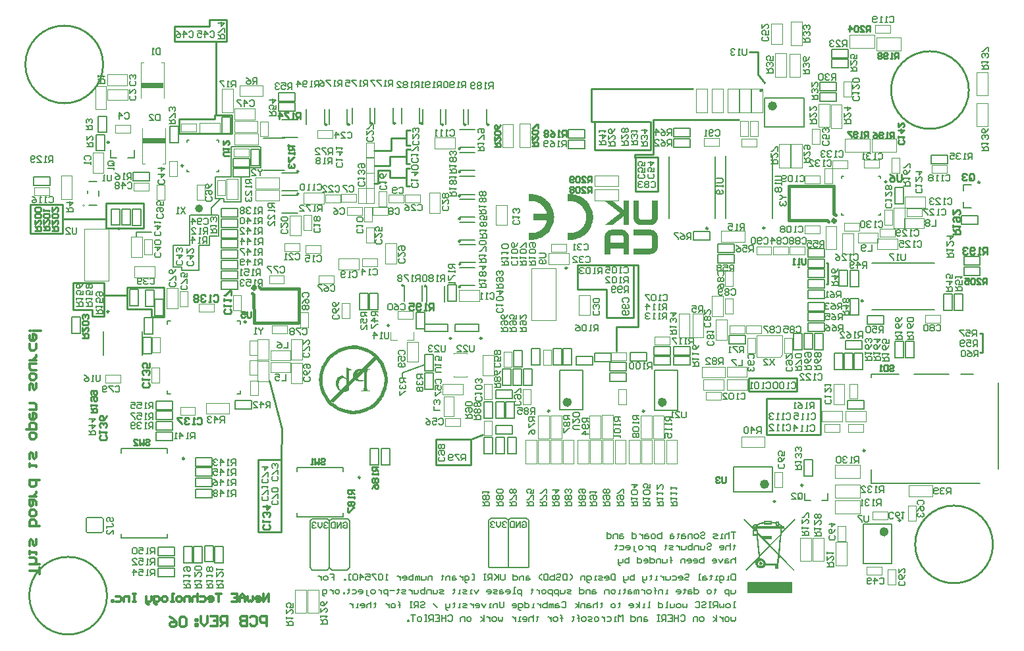
<source format=gbo>
G04*
G04 #@! TF.GenerationSoftware,Altium Limited,Altium Designer,23.10.1 (27)*
G04*
G04 Layer_Color=37055*
%FSLAX44Y44*%
%MOMM*%
G71*
G04*
G04 #@! TF.SameCoordinates,A260BEBF-06BD-4FBC-8D66-A32A8B5517DE*
G04*
G04*
G04 #@! TF.FilePolarity,Positive*
G04*
G01*
G75*
%ADD10C,0.2540*%
%ADD11C,0.2500*%
%ADD12C,0.1000*%
%ADD13C,0.2000*%
%ADD15C,0.2032*%
%ADD16C,0.1270*%
%ADD116C,0.5080*%
%ADD117C,0.3048*%
%ADD184C,0.5000*%
%ADD218C,0.6000*%
%ADD219C,0.1200*%
%ADD220C,0.4000*%
%ADD221R,2.9600X0.6350*%
G36*
X1173766Y803957D02*
X1173035D01*
Y803774D01*
X1172303D01*
Y803592D01*
X1171938D01*
Y803409D01*
X1171572D01*
Y803226D01*
X1171023D01*
Y803043D01*
X1170840D01*
Y802860D01*
X1170475D01*
Y802677D01*
X1170109D01*
Y802494D01*
X1169926D01*
Y802311D01*
X1169743D01*
Y802129D01*
X1169377D01*
Y801946D01*
X1169194D01*
Y801763D01*
X1169012D01*
Y801580D01*
X1168646D01*
Y801214D01*
X1168463D01*
Y801031D01*
X1168280D01*
Y800848D01*
X1168097D01*
Y800665D01*
X1167914D01*
Y800482D01*
X1167731D01*
Y800300D01*
X1167549D01*
Y799934D01*
X1167366D01*
Y799751D01*
X1167183D01*
Y799385D01*
X1167000D01*
Y799019D01*
X1166817D01*
Y798837D01*
X1166634D01*
Y798471D01*
X1166451D01*
Y797922D01*
X1166268D01*
Y797557D01*
X1166086D01*
Y797008D01*
X1165903D01*
Y796093D01*
X1165720D01*
Y794630D01*
X1165537D01*
Y772685D01*
X1172852D01*
Y779817D01*
X1189860D01*
Y772685D01*
X1196992D01*
Y796093D01*
X1196809D01*
Y796825D01*
X1196626D01*
Y797374D01*
X1196443D01*
Y797922D01*
X1196261D01*
Y798288D01*
X1196078D01*
Y798837D01*
X1195895D01*
Y799019D01*
X1195712D01*
Y799385D01*
X1195529D01*
Y799751D01*
X1195346D01*
Y799934D01*
X1195163D01*
Y800117D01*
X1194980D01*
Y800482D01*
X1194798D01*
Y800665D01*
X1194615D01*
Y800848D01*
X1194432D01*
Y801031D01*
X1194249D01*
Y801214D01*
X1194066D01*
Y801397D01*
X1193883D01*
Y801580D01*
X1193700D01*
Y801763D01*
X1193518D01*
Y801946D01*
X1193335D01*
Y802129D01*
X1192969D01*
Y802311D01*
X1192786D01*
Y802494D01*
X1192603D01*
Y802677D01*
X1192237D01*
Y802860D01*
X1191871D01*
Y803043D01*
X1191689D01*
Y803226D01*
X1191140D01*
Y803409D01*
X1190774D01*
Y803592D01*
X1190226D01*
Y803774D01*
X1189677D01*
Y803957D01*
X1188945D01*
Y804140D01*
X1173766D01*
Y803957D01*
D02*
G37*
G36*
X1196992Y832669D02*
Y841448D01*
X1189860D01*
Y830109D01*
X1189494D01*
Y830292D01*
X1189311D01*
Y830475D01*
X1189128D01*
Y830658D01*
X1188945D01*
Y830841D01*
X1188763D01*
Y831023D01*
X1188397D01*
Y831206D01*
X1188214D01*
Y831389D01*
X1188031D01*
Y831572D01*
X1187848D01*
Y831755D01*
X1187482D01*
Y831938D01*
X1187299D01*
Y832121D01*
X1187117D01*
Y832304D01*
X1186751D01*
Y832486D01*
X1186568D01*
Y832669D01*
X1186385D01*
Y832852D01*
X1186202D01*
Y833035D01*
X1186019D01*
Y833218D01*
X1185654D01*
Y833401D01*
X1185471D01*
Y833584D01*
X1185288D01*
Y833767D01*
X1185105D01*
Y833950D01*
X1184739D01*
Y834133D01*
X1184556D01*
Y834315D01*
X1184373D01*
Y834498D01*
X1184008D01*
Y834681D01*
X1183825D01*
Y834864D01*
X1183642D01*
Y835047D01*
X1183459D01*
Y835230D01*
X1183276D01*
Y835413D01*
X1182910D01*
Y835595D01*
X1182728D01*
Y835778D01*
X1182545D01*
Y835961D01*
X1182362D01*
Y836144D01*
X1181996D01*
Y836327D01*
X1181813D01*
Y836510D01*
X1181630D01*
Y836693D01*
X1181264D01*
Y836876D01*
X1181082D01*
Y837058D01*
X1180899D01*
Y837241D01*
X1180716D01*
Y837424D01*
X1180533D01*
Y837607D01*
X1180167D01*
Y837790D01*
X1179984D01*
Y837973D01*
X1179801D01*
Y838156D01*
X1179619D01*
Y838339D01*
X1179253D01*
Y838522D01*
X1179070D01*
Y838705D01*
X1178887D01*
Y838887D01*
X1178521D01*
Y839070D01*
X1178338D01*
Y839253D01*
X1178156D01*
Y839436D01*
X1177973D01*
Y839619D01*
X1177790D01*
Y839802D01*
X1177424D01*
Y839985D01*
X1177241D01*
Y840167D01*
X1177058D01*
Y840350D01*
X1176875D01*
Y840533D01*
X1176510D01*
Y840716D01*
X1176327D01*
Y840899D01*
X1176144D01*
Y841082D01*
X1175778D01*
Y841265D01*
X1175595D01*
Y841448D01*
X1165720D01*
Y841265D01*
X1165903D01*
Y841082D01*
X1166086D01*
Y840899D01*
X1166268D01*
Y840716D01*
X1166451D01*
Y840533D01*
X1166817D01*
Y840350D01*
X1167000D01*
Y840167D01*
X1167183D01*
Y839985D01*
X1167549D01*
Y839802D01*
X1167731D01*
Y839619D01*
X1167914D01*
Y839436D01*
X1168097D01*
Y839253D01*
X1168463D01*
Y839070D01*
X1168646D01*
Y838887D01*
X1168829D01*
Y838705D01*
X1169194D01*
Y838522D01*
X1169377D01*
Y838339D01*
X1169560D01*
Y838156D01*
X1169743D01*
Y837973D01*
X1170109D01*
Y837790D01*
X1170292D01*
Y837607D01*
X1170475D01*
Y837424D01*
X1170658D01*
Y837241D01*
X1171023D01*
Y837058D01*
X1171206D01*
Y836876D01*
X1171389D01*
Y836693D01*
X1171755D01*
Y836510D01*
X1171938D01*
Y836327D01*
X1172121D01*
Y836144D01*
X1172303D01*
Y835961D01*
X1172669D01*
Y835778D01*
X1172852D01*
Y835595D01*
X1173035D01*
Y835413D01*
X1173218D01*
Y835230D01*
X1173584D01*
Y835047D01*
X1173766D01*
Y834864D01*
X1173949D01*
Y834681D01*
X1174132D01*
Y834498D01*
X1174498D01*
Y834315D01*
X1174681D01*
Y834133D01*
X1174864D01*
Y833950D01*
X1175229D01*
Y833767D01*
X1175412D01*
Y833584D01*
X1175595D01*
Y833401D01*
X1175778D01*
Y833218D01*
X1176144D01*
Y833035D01*
X1176327D01*
Y832852D01*
X1176510D01*
Y832669D01*
X1176875D01*
Y832486D01*
X1177058D01*
Y832304D01*
X1177241D01*
Y832121D01*
X1177424D01*
Y831938D01*
X1177790D01*
Y831755D01*
X1177973D01*
Y831572D01*
X1178156D01*
Y831389D01*
X1178338D01*
Y831206D01*
X1178704D01*
Y831023D01*
X1178887D01*
Y830841D01*
X1179070D01*
Y830658D01*
X1179436D01*
Y830475D01*
X1179619D01*
Y830292D01*
X1179801D01*
Y830109D01*
X1179984D01*
Y829926D01*
X1180350D01*
Y829743D01*
X1180533D01*
Y829560D01*
X1180716D01*
Y829378D01*
X1180899D01*
Y829195D01*
X1181264D01*
Y829012D01*
X1181447D01*
Y828829D01*
X1181630D01*
Y828646D01*
X1181813D01*
Y828463D01*
X1182179D01*
Y828280D01*
X1182362D01*
Y828097D01*
X1182545D01*
Y827915D01*
X1182910D01*
Y827732D01*
X1183093D01*
Y827549D01*
X1183276D01*
Y827366D01*
X1183459D01*
Y827183D01*
X1183825D01*
Y827000D01*
X1184008D01*
Y826817D01*
X1184191D01*
Y826634D01*
X1184556D01*
Y826451D01*
X1184739D01*
Y826269D01*
X1184922D01*
Y826086D01*
X1185105D01*
Y825903D01*
X1185471D01*
Y825720D01*
X1185654D01*
Y825537D01*
X1185288D01*
Y825354D01*
X1185105D01*
Y825171D01*
X1184922D01*
Y824988D01*
X1184739D01*
Y824806D01*
X1184373D01*
Y824623D01*
X1184191D01*
Y824440D01*
X1184008D01*
Y824257D01*
X1183825D01*
Y824074D01*
X1183459D01*
Y823891D01*
X1183276D01*
Y823708D01*
X1183093D01*
Y823525D01*
X1182728D01*
Y823343D01*
X1182545D01*
Y823160D01*
X1182362D01*
Y822977D01*
X1182179D01*
Y822794D01*
X1181813D01*
Y822611D01*
X1181630D01*
Y822428D01*
X1181447D01*
Y822245D01*
X1181264D01*
Y822062D01*
X1180899D01*
Y821880D01*
X1180716D01*
Y821697D01*
X1180533D01*
Y821514D01*
X1180167D01*
Y821331D01*
X1179984D01*
Y821148D01*
X1179801D01*
Y820965D01*
X1179619D01*
Y820782D01*
X1179253D01*
Y820599D01*
X1179070D01*
Y820416D01*
X1178887D01*
Y820234D01*
X1178521D01*
Y820051D01*
X1178338D01*
Y819868D01*
X1178156D01*
Y819685D01*
X1177973D01*
Y819502D01*
X1177607D01*
Y819319D01*
X1177424D01*
Y819136D01*
X1177241D01*
Y818953D01*
X1177058D01*
Y818771D01*
X1176693D01*
Y818588D01*
X1176510D01*
Y818405D01*
X1176327D01*
Y818222D01*
X1176144D01*
Y818039D01*
X1175778D01*
Y817856D01*
X1175595D01*
Y817673D01*
X1175412D01*
Y817490D01*
X1175047D01*
Y817308D01*
X1174864D01*
Y817125D01*
X1174681D01*
Y816942D01*
X1174498D01*
Y816759D01*
X1174132D01*
Y816576D01*
X1173949D01*
Y816393D01*
X1173766D01*
Y816210D01*
X1173584D01*
Y816027D01*
X1173218D01*
Y815844D01*
X1173035D01*
Y815662D01*
X1172852D01*
Y815479D01*
X1172486D01*
Y815296D01*
X1172303D01*
Y815113D01*
X1172121D01*
Y814930D01*
X1171938D01*
Y814747D01*
X1171572D01*
Y814564D01*
X1171389D01*
Y814381D01*
X1171206D01*
Y814199D01*
X1170840D01*
Y814016D01*
X1170658D01*
Y813833D01*
X1170475D01*
Y813650D01*
X1170292D01*
Y813467D01*
X1169926D01*
Y813284D01*
X1169743D01*
Y813101D01*
X1169560D01*
Y812918D01*
X1169377D01*
Y812736D01*
X1169012D01*
Y812553D01*
X1168829D01*
Y812370D01*
X1168646D01*
Y812187D01*
X1168463D01*
Y812004D01*
X1168097D01*
Y811821D01*
X1167914D01*
Y811638D01*
X1167731D01*
Y811455D01*
X1167366D01*
Y811273D01*
X1167183D01*
Y811090D01*
X1167000D01*
Y810907D01*
X1166817D01*
Y810724D01*
X1166451D01*
Y810541D01*
X1166268D01*
Y810358D01*
X1166086D01*
Y810175D01*
X1165903D01*
Y809992D01*
X1175778D01*
Y810175D01*
X1175961D01*
Y810358D01*
X1176327D01*
Y810541D01*
X1176510D01*
Y810724D01*
X1176693D01*
Y810907D01*
X1177058D01*
Y811090D01*
X1177241D01*
Y811273D01*
X1177424D01*
Y811455D01*
X1177607D01*
Y811638D01*
X1177973D01*
Y811821D01*
X1178156D01*
Y812004D01*
X1178338D01*
Y812187D01*
X1178521D01*
Y812370D01*
X1178704D01*
Y812553D01*
X1179070D01*
Y812736D01*
X1179253D01*
Y812918D01*
X1179436D01*
Y813101D01*
X1179801D01*
Y813284D01*
X1179984D01*
Y813467D01*
X1180167D01*
Y813650D01*
X1180350D01*
Y813833D01*
X1180716D01*
Y814016D01*
X1180899D01*
Y814199D01*
X1181082D01*
Y814381D01*
X1181264D01*
Y814564D01*
X1181447D01*
Y814747D01*
X1181813D01*
Y814930D01*
X1181996D01*
Y815113D01*
X1182179D01*
Y815296D01*
X1182545D01*
Y815479D01*
X1182728D01*
Y815662D01*
X1182910D01*
Y815844D01*
X1183093D01*
Y816027D01*
X1183459D01*
Y816210D01*
X1183642D01*
Y816393D01*
X1183825D01*
Y816576D01*
X1184008D01*
Y816759D01*
X1184191D01*
Y816942D01*
X1184556D01*
Y817125D01*
X1184739D01*
Y817308D01*
X1184922D01*
Y817490D01*
X1185288D01*
Y817673D01*
X1185471D01*
Y817856D01*
X1185654D01*
Y818039D01*
X1185836D01*
Y818222D01*
X1186202D01*
Y818405D01*
X1186385D01*
Y818588D01*
X1186568D01*
Y818771D01*
X1186751D01*
Y818953D01*
X1186934D01*
Y819136D01*
X1187299D01*
Y819319D01*
X1187482D01*
Y819502D01*
X1187665D01*
Y819685D01*
X1188031D01*
Y819868D01*
X1188214D01*
Y820051D01*
X1188397D01*
Y820234D01*
X1188580D01*
Y820416D01*
X1188945D01*
Y820599D01*
X1189128D01*
Y820782D01*
X1189311D01*
Y820965D01*
X1189494D01*
Y821148D01*
X1189677D01*
Y821331D01*
X1189860D01*
Y809992D01*
X1196992D01*
Y832486D01*
Y832669D01*
D02*
G37*
G36*
X1205405Y772685D02*
X1224790D01*
Y772868D01*
X1226070D01*
Y773051D01*
X1226984D01*
Y773233D01*
X1227533D01*
Y773416D01*
X1227899D01*
Y773599D01*
X1228447D01*
Y773782D01*
X1228813D01*
Y773965D01*
X1229179D01*
Y774148D01*
X1229545D01*
Y774331D01*
X1229728D01*
Y774514D01*
X1229911D01*
Y774697D01*
X1230276D01*
Y774879D01*
X1230459D01*
Y775062D01*
X1230642D01*
Y775245D01*
X1231008D01*
Y775428D01*
X1231191D01*
Y775794D01*
X1231556D01*
Y775977D01*
X1231739D01*
Y776342D01*
X1231922D01*
Y776525D01*
X1232105D01*
Y776708D01*
X1232288D01*
Y777074D01*
X1232471D01*
Y777257D01*
X1232654D01*
Y777440D01*
X1232837D01*
Y777805D01*
X1233019D01*
Y778171D01*
X1233202D01*
Y778537D01*
X1233385D01*
Y779086D01*
X1233568D01*
Y779451D01*
X1233751D01*
Y780000D01*
X1233934D01*
Y780914D01*
X1234117D01*
Y782195D01*
X1234300D01*
Y794630D01*
X1234117D01*
Y796093D01*
X1233934D01*
Y797008D01*
X1233751D01*
Y797557D01*
X1233568D01*
Y797922D01*
X1233385D01*
Y798471D01*
X1233202D01*
Y798837D01*
X1233019D01*
Y799019D01*
X1232837D01*
Y799385D01*
X1232654D01*
Y799751D01*
X1232471D01*
Y799934D01*
X1232288D01*
Y800300D01*
X1232105D01*
Y800482D01*
X1231922D01*
Y800665D01*
X1231739D01*
Y800848D01*
X1231556D01*
Y801031D01*
X1231374D01*
Y801214D01*
X1231191D01*
Y801580D01*
X1230825D01*
Y801763D01*
X1230642D01*
Y801946D01*
X1230459D01*
Y802129D01*
X1230094D01*
Y802311D01*
X1229911D01*
Y802494D01*
X1229728D01*
Y802677D01*
X1229362D01*
Y802860D01*
X1228996D01*
Y803043D01*
X1228813D01*
Y803226D01*
X1228265D01*
Y803409D01*
X1227899D01*
Y803592D01*
X1227533D01*
Y803774D01*
X1226802D01*
Y803957D01*
X1226070D01*
Y804140D01*
X1202844D01*
Y797008D01*
X1225156D01*
Y796825D01*
X1225521D01*
Y796642D01*
X1225887D01*
Y796459D01*
X1226070D01*
Y796276D01*
X1226253D01*
Y796093D01*
X1226436D01*
Y795910D01*
X1226619D01*
Y795545D01*
X1226802D01*
Y795179D01*
X1226984D01*
Y781829D01*
X1226802D01*
Y781463D01*
X1226619D01*
Y781097D01*
X1226436D01*
Y780914D01*
X1226253D01*
Y780732D01*
X1226070D01*
Y780549D01*
X1225887D01*
Y780366D01*
X1225521D01*
Y780183D01*
X1225156D01*
Y780000D01*
X1202844D01*
Y772685D01*
X1205222D01*
X1205405D01*
D02*
G37*
G36*
X1209977Y827000D02*
Y841448D01*
X1202844D01*
Y818039D01*
X1203027D01*
Y817308D01*
X1203210D01*
Y816759D01*
X1203393D01*
Y816210D01*
X1203576D01*
Y815844D01*
X1203759D01*
Y815296D01*
X1203942D01*
Y815113D01*
X1204125D01*
Y814747D01*
X1204307D01*
Y814381D01*
X1204490D01*
Y814199D01*
X1204673D01*
Y814016D01*
X1204856D01*
Y813650D01*
X1205039D01*
Y813467D01*
X1205222D01*
Y813284D01*
X1205405D01*
Y813101D01*
X1205587D01*
Y812918D01*
X1205770D01*
Y812736D01*
X1205953D01*
Y812553D01*
X1206136D01*
Y812370D01*
X1206319D01*
Y812187D01*
X1206502D01*
Y812004D01*
X1206868D01*
Y811821D01*
X1207051D01*
Y811638D01*
X1207234D01*
Y811455D01*
X1207599D01*
Y811273D01*
X1207965D01*
Y811090D01*
X1208148D01*
Y810907D01*
X1208697D01*
Y810724D01*
X1209062D01*
Y810541D01*
X1209611D01*
Y810358D01*
X1210160D01*
Y810175D01*
X1210891D01*
Y809992D01*
X1226070D01*
Y810175D01*
X1226802D01*
Y810358D01*
X1227533D01*
Y810541D01*
X1227899D01*
Y810724D01*
X1228265D01*
Y810907D01*
X1228813D01*
Y811090D01*
X1228996D01*
Y811273D01*
X1229362D01*
Y811455D01*
X1229728D01*
Y811638D01*
X1229911D01*
Y811821D01*
X1230094D01*
Y812004D01*
X1230459D01*
Y812187D01*
X1230642D01*
Y812370D01*
X1230825D01*
Y812553D01*
X1231191D01*
Y812918D01*
X1231374D01*
Y813101D01*
X1231556D01*
Y813284D01*
X1231739D01*
Y813467D01*
X1231922D01*
Y813650D01*
X1232105D01*
Y813833D01*
X1232288D01*
Y814199D01*
X1232471D01*
Y814381D01*
X1232654D01*
Y814747D01*
X1232837D01*
Y815113D01*
X1233019D01*
Y815296D01*
X1233202D01*
Y815662D01*
X1233385D01*
Y816210D01*
X1233568D01*
Y816576D01*
X1233751D01*
Y817125D01*
X1233934D01*
Y818039D01*
X1234117D01*
Y819502D01*
X1234300D01*
Y841448D01*
X1226984D01*
Y818953D01*
X1226802D01*
Y818588D01*
X1226619D01*
Y818222D01*
X1226436D01*
Y818039D01*
X1226253D01*
Y817856D01*
X1226070D01*
Y817673D01*
X1225887D01*
Y817490D01*
X1225521D01*
Y817308D01*
X1225156D01*
Y817125D01*
X1211988D01*
Y817308D01*
X1211440D01*
Y817490D01*
X1211074D01*
Y817673D01*
X1210891D01*
Y817856D01*
X1210708D01*
Y818039D01*
X1210525D01*
Y818222D01*
X1210342D01*
Y818588D01*
X1210160D01*
Y819136D01*
X1209977D01*
Y826817D01*
Y827000D01*
D02*
G37*
G36*
X1123749Y849888D02*
X1125964Y849602D01*
X1127963Y849173D01*
X1129963Y848602D01*
X1131749Y847959D01*
X1133535Y847245D01*
X1135106Y846459D01*
X1136534Y845674D01*
X1137820Y844816D01*
X1139034Y844031D01*
X1140034Y843316D01*
X1140820Y842674D01*
X1141534Y842102D01*
X1141963Y841674D01*
X1142320Y841388D01*
X1142391Y841317D01*
X1143891Y839674D01*
X1145248Y837960D01*
X1146391Y836245D01*
X1147391Y834460D01*
X1148248Y832674D01*
X1148891Y830960D01*
X1149462Y829317D01*
X1149962Y827746D01*
X1150319Y826246D01*
X1150605Y824818D01*
X1150748Y823603D01*
X1150891Y822603D01*
X1150962Y821746D01*
X1151034Y821103D01*
Y820675D01*
Y820603D01*
Y820532D01*
X1150962Y818318D01*
X1150676Y816104D01*
X1150248Y814104D01*
X1149677Y812104D01*
X1149034Y810318D01*
X1148319Y808533D01*
X1147534Y806961D01*
X1146677Y805533D01*
X1145891Y804247D01*
X1145105Y803033D01*
X1144391Y802033D01*
X1143748Y801247D01*
X1143177Y800533D01*
X1142748Y800105D01*
X1142463Y799747D01*
X1142391Y799676D01*
X1140749Y798176D01*
X1139034Y796819D01*
X1137249Y795676D01*
X1135463Y794676D01*
X1133749Y793819D01*
X1131963Y793176D01*
X1130321Y792605D01*
X1128749Y792105D01*
X1127249Y791748D01*
X1125821Y791462D01*
X1124606Y791319D01*
X1123606Y791176D01*
X1122749Y791105D01*
X1122107Y791034D01*
X1120464D01*
X1119464Y791105D01*
X1119107D01*
X1118821Y791176D01*
X1118535D01*
Y800105D01*
X1119607Y799962D01*
X1120535Y799890D01*
X1121535D01*
X1123107Y799962D01*
X1124606Y800176D01*
X1126035Y800462D01*
X1127464Y800819D01*
X1128749Y801319D01*
X1129963Y801819D01*
X1131035Y802319D01*
X1132035Y802890D01*
X1132963Y803462D01*
X1133820Y803961D01*
X1134535Y804533D01*
X1135106Y804961D01*
X1135535Y805319D01*
X1135892Y805604D01*
X1136106Y805818D01*
X1136177Y805890D01*
X1137249Y807033D01*
X1138177Y808247D01*
X1138963Y809533D01*
X1139677Y810747D01*
X1140248Y811961D01*
X1140677Y813175D01*
X1141106Y814389D01*
X1141391Y815461D01*
X1141677Y816532D01*
X1141891Y817532D01*
X1141963Y818389D01*
X1142106Y819103D01*
Y819675D01*
X1142177Y820175D01*
Y820461D01*
Y820532D01*
X1142106Y822103D01*
X1141891Y823603D01*
X1141606Y825032D01*
X1141248Y826389D01*
X1140749Y827674D01*
X1140248Y828889D01*
X1139749Y829960D01*
X1139177Y831031D01*
X1138606Y831889D01*
X1138106Y832746D01*
X1137534Y833460D01*
X1137106Y834031D01*
X1136749Y834460D01*
X1136463Y834817D01*
X1136249Y835031D01*
X1136177Y835103D01*
X1135034Y836174D01*
X1133820Y837103D01*
X1132535Y837888D01*
X1131320Y838603D01*
X1130106Y839174D01*
X1128892Y839674D01*
X1127678Y840102D01*
X1126606Y840388D01*
X1125535Y840674D01*
X1124535Y840888D01*
X1123678Y840959D01*
X1122964Y841102D01*
X1122392D01*
X1121892Y841174D01*
X1120464D01*
X1119464Y841102D01*
X1119107Y841031D01*
X1118821D01*
X1118607Y840959D01*
X1118535D01*
X1118607Y849888D01*
X1119607Y849959D01*
X1121535D01*
X1123749Y849888D01*
D02*
G37*
G36*
X1073609Y849888D02*
X1075823Y849602D01*
X1077823Y849173D01*
X1079823Y848602D01*
X1081609Y847959D01*
X1083394Y847245D01*
X1084966Y846459D01*
X1086394Y845674D01*
X1087680Y844816D01*
X1088894Y844031D01*
X1089894Y843316D01*
X1090680Y842674D01*
X1091394Y842102D01*
X1091823Y841674D01*
X1092180Y841388D01*
X1092251Y841317D01*
X1093751Y839674D01*
X1095108Y837960D01*
X1096251Y836245D01*
X1097251Y834460D01*
X1098108Y832674D01*
X1098751Y830960D01*
X1099322Y829317D01*
X1099822Y827746D01*
X1100179Y826246D01*
X1100465Y824818D01*
X1100608Y823603D01*
X1100751Y822603D01*
X1100822Y821746D01*
X1100893Y821103D01*
Y820675D01*
Y820603D01*
Y820532D01*
X1100822Y818318D01*
X1100536Y816104D01*
X1100108Y814104D01*
X1099536Y812104D01*
X1098894Y810318D01*
X1098179Y808533D01*
X1097394Y806961D01*
X1096536Y805533D01*
X1095751Y804247D01*
X1094965Y803033D01*
X1094251Y802033D01*
X1093608Y801247D01*
X1093037Y800533D01*
X1092608Y800105D01*
X1092322Y799747D01*
X1092251Y799676D01*
X1090608Y798176D01*
X1088894Y796819D01*
X1087109Y795676D01*
X1085323Y794676D01*
X1083609Y793819D01*
X1081823Y793176D01*
X1080180Y792605D01*
X1078609Y792105D01*
X1077109Y791748D01*
X1075680Y791462D01*
X1074466Y791319D01*
X1073466Y791176D01*
X1072609Y791105D01*
X1071966Y791033D01*
X1070324D01*
X1069395Y791105D01*
X1068967D01*
X1068681Y791176D01*
X1068467D01*
Y800033D01*
X1069466Y799962D01*
X1070467Y799890D01*
X1071395D01*
X1072752Y799962D01*
X1074038Y800105D01*
X1075323Y800319D01*
X1076466Y800604D01*
X1077609Y800962D01*
X1078680Y801319D01*
X1079680Y801747D01*
X1080609Y802176D01*
X1081395Y802533D01*
X1082180Y802962D01*
X1082823Y803319D01*
X1083323Y803676D01*
X1083752Y803961D01*
X1084037Y804176D01*
X1084251Y804319D01*
X1084323Y804390D01*
X1085323Y805247D01*
X1086251Y806176D01*
X1087109Y807176D01*
X1087823Y808176D01*
X1088465Y809104D01*
X1089108Y810104D01*
X1089608Y811032D01*
X1090037Y811961D01*
X1090394Y812818D01*
X1090751Y813604D01*
X1090965Y814318D01*
X1091180Y814890D01*
X1091322Y815389D01*
X1091465Y815818D01*
X1091537Y816032D01*
Y816104D01*
X1074323Y816104D01*
Y824960D01*
X1091537Y824960D01*
X1091180Y826246D01*
X1090823Y827532D01*
X1090323Y828674D01*
X1089751Y829817D01*
X1089180Y830817D01*
X1088608Y831817D01*
X1088037Y832674D01*
X1087394Y833460D01*
X1086823Y834174D01*
X1086251Y834817D01*
X1085751Y835317D01*
X1085323Y835817D01*
X1084894Y836174D01*
X1084609Y836388D01*
X1084466Y836531D01*
X1084394Y836603D01*
X1083323Y837388D01*
X1082180Y838102D01*
X1081037Y838745D01*
X1079966Y839245D01*
X1078823Y839674D01*
X1077752Y840031D01*
X1075752Y840602D01*
X1074823Y840817D01*
X1073966Y840959D01*
X1073252Y841031D01*
X1072609Y841102D01*
X1072109Y841174D01*
X1070324D01*
X1069395Y841102D01*
X1068967Y841031D01*
X1068681D01*
X1068538Y840959D01*
X1068467D01*
Y849888D01*
X1069609Y849959D01*
X1071395D01*
X1073609Y849888D01*
D02*
G37*
G36*
X1411000Y430709D02*
X1393072Y412067D01*
X1392572Y406996D01*
X1391430Y394854D01*
X1390501Y385997D01*
X1409714Y366284D01*
X1408429Y364999D01*
X1390430Y383569D01*
X1389287Y372212D01*
X1388787D01*
Y367855D01*
X1384716D01*
Y372212D01*
X1372288D01*
X1371859Y371284D01*
X1371288Y370498D01*
X1370359Y369498D01*
X1369145Y368713D01*
X1367859Y368284D01*
X1366574Y368141D01*
X1365217Y368213D01*
X1364288Y368498D01*
X1363217Y368927D01*
X1362288Y369498D01*
X1361503Y370213D01*
X1360788Y371284D01*
X1360217Y372498D01*
X1359931Y373641D01*
X1359788Y374498D01*
X1359931Y375569D01*
X1360074Y376498D01*
X1360360Y377284D01*
X1360860Y378141D01*
X1361431Y378926D01*
X1362145Y379569D01*
X1362931Y380140D01*
X1363717Y380498D01*
X1363574Y381426D01*
X1347718Y364999D01*
X1346432Y366356D01*
X1363431Y383926D01*
X1362003Y399211D01*
X1361074Y410353D01*
X1356003D01*
Y417496D01*
X1357360D01*
X1344503Y430709D01*
X1345789Y431995D01*
X1357931Y419496D01*
Y420424D01*
X1357646Y420638D01*
X1357360Y420781D01*
X1357003Y421138D01*
X1356717Y421567D01*
X1356503Y421995D01*
X1356360Y422424D01*
X1356289Y422924D01*
X1356431Y423638D01*
X1356574Y423995D01*
X1357074Y424710D01*
X1357574Y425210D01*
X1358289Y425495D01*
X1359003Y425638D01*
X1359717Y425567D01*
X1360360Y425281D01*
X1360931Y424924D01*
X1361145Y424638D01*
X1361645Y425067D01*
X1362431Y425567D01*
X1363431Y426067D01*
X1364788Y426567D01*
X1366288Y426995D01*
X1367788Y427352D01*
X1369288Y427567D01*
X1370573Y427781D01*
Y429352D01*
X1380716D01*
Y427995D01*
X1381573D01*
X1382859Y427852D01*
X1384216Y427638D01*
X1385573Y427424D01*
Y428281D01*
X1390001D01*
Y426209D01*
X1390501Y425995D01*
X1391215Y425638D01*
X1391930Y425138D01*
X1392644Y424710D01*
X1393215Y424210D01*
X1393572Y423853D01*
X1393929Y423495D01*
X1394072Y423067D01*
X1394001Y422353D01*
X1396572D01*
Y419067D01*
X1393715D01*
X1393287Y414924D01*
X1409714Y431995D01*
X1411000Y430709D01*
D02*
G37*
G36*
X1407143Y350428D02*
Y350142D01*
Y349785D01*
Y349356D01*
Y348928D01*
Y348571D01*
Y348285D01*
Y348214D01*
Y346499D01*
Y345642D01*
Y344857D01*
Y344214D01*
Y343642D01*
Y343357D01*
Y343214D01*
Y342214D01*
Y341285D01*
Y340428D01*
Y339714D01*
Y339071D01*
Y338643D01*
Y338286D01*
Y338214D01*
Y337500D01*
Y336928D01*
Y336571D01*
Y336286D01*
Y336143D01*
Y336071D01*
Y336000D01*
X1349289D01*
Y336071D01*
Y336357D01*
Y336714D01*
Y337143D01*
Y337500D01*
Y337857D01*
Y338143D01*
Y338214D01*
Y339928D01*
Y340785D01*
Y341571D01*
Y342214D01*
Y342785D01*
Y343071D01*
Y343214D01*
Y344214D01*
Y345142D01*
Y345999D01*
Y346714D01*
Y347356D01*
Y347785D01*
Y348142D01*
Y348214D01*
Y348999D01*
Y349571D01*
Y349928D01*
Y350214D01*
Y350356D01*
Y350499D01*
X1407143D01*
Y350428D01*
D02*
G37*
G36*
X846145Y655066D02*
X849430Y654637D01*
X852502Y653995D01*
X855430Y653209D01*
X858144Y652209D01*
X860716Y651066D01*
X863144Y649923D01*
X865287Y648709D01*
X867287Y647495D01*
X869001Y646352D01*
X870501Y645209D01*
X871786Y644209D01*
X872786Y643424D01*
X873501Y642781D01*
X873715Y642567D01*
X873929Y642352D01*
X874001Y642281D01*
X874072Y642209D01*
X875215Y640995D01*
X876358Y639710D01*
X878358Y637138D01*
X880072Y634496D01*
X881572Y631853D01*
X882786Y629210D01*
X883857Y626639D01*
X884714Y624139D01*
X885357Y621711D01*
X885929Y619496D01*
X886286Y617425D01*
X886572Y615568D01*
X886714Y614782D01*
X886786Y613997D01*
X886857Y613283D01*
X886929Y612711D01*
Y612211D01*
X887000Y611711D01*
Y611425D01*
Y611140D01*
Y610997D01*
Y610925D01*
X886929Y609211D01*
X886857Y607569D01*
X886429Y604354D01*
X885786Y601283D01*
X885000Y598355D01*
X884000Y595569D01*
X882929Y592998D01*
X881715Y590641D01*
X880500Y588427D01*
X879358Y586427D01*
X878143Y584712D01*
X877072Y583213D01*
X876072Y581927D01*
X875286Y580998D01*
X874643Y580213D01*
X874358Y579999D01*
X874215Y579784D01*
X874072Y579713D01*
Y579641D01*
X872858Y578499D01*
X871572Y577356D01*
X869001Y575356D01*
X866358Y573642D01*
X863716Y572142D01*
X861073Y570928D01*
X858502Y569856D01*
X856002Y568999D01*
X853573Y568356D01*
X851359Y567785D01*
X849288Y567428D01*
X847431Y567142D01*
X846645Y566999D01*
X845859Y566928D01*
X845145Y566856D01*
X844574Y566785D01*
X844074D01*
X843574Y566713D01*
X842788D01*
X841074Y566785D01*
X839431Y566856D01*
X836145Y567285D01*
X833074Y567928D01*
X830146Y568713D01*
X827432Y569713D01*
X824789Y570785D01*
X822432Y571999D01*
X820289Y573213D01*
X818289Y574356D01*
X816575Y575570D01*
X815075Y576642D01*
X813790Y577641D01*
X812790Y578427D01*
X812075Y579070D01*
X811861Y579356D01*
X811647Y579498D01*
X811504Y579641D01*
X810290Y580856D01*
X809218Y582141D01*
X808147Y583427D01*
X807218Y584712D01*
X805504Y587355D01*
X804004Y589998D01*
X802719Y592641D01*
X801647Y595283D01*
X800790Y597783D01*
X800147Y600140D01*
X799576Y602426D01*
X799219Y604426D01*
X798933Y606283D01*
X798790Y607140D01*
X798719Y607854D01*
X798648Y608568D01*
X798576Y609140D01*
Y609711D01*
X798505Y610140D01*
Y610497D01*
Y610711D01*
Y610854D01*
Y610925D01*
Y612640D01*
X798648Y614282D01*
X799076Y617568D01*
X799719Y620639D01*
X800505Y623568D01*
X801505Y626282D01*
X802647Y628924D01*
X803790Y631282D01*
X805004Y633424D01*
X806218Y635424D01*
X807361Y637138D01*
X808504Y638638D01*
X809504Y639924D01*
X810290Y640924D01*
X810933Y641638D01*
X811147Y641852D01*
X811361Y642067D01*
X811432Y642209D01*
X811504D01*
X812718Y643424D01*
X814004Y644495D01*
X815290Y645566D01*
X816575Y646495D01*
X819218Y648209D01*
X821861Y649709D01*
X824503Y650995D01*
X827075Y652066D01*
X829574Y652923D01*
X832003Y653566D01*
X834217Y654137D01*
X836288Y654495D01*
X838145Y654780D01*
X838931Y654923D01*
X839717Y654995D01*
X840431Y655066D01*
X841002Y655137D01*
X841502D01*
X842002Y655209D01*
X844502D01*
X846145Y655066D01*
D02*
G37*
%LPC*%
G36*
X1174681Y797008D02*
X1187848D01*
Y796825D01*
X1188397D01*
Y796642D01*
X1188763D01*
Y796459D01*
X1188945D01*
Y796276D01*
X1189128D01*
Y796093D01*
X1189311D01*
Y795910D01*
X1189494D01*
Y795545D01*
X1189677D01*
Y794996D01*
X1189860D01*
Y787132D01*
X1172852D01*
Y795179D01*
X1173035D01*
Y795545D01*
X1173218D01*
Y795910D01*
X1173401D01*
Y796093D01*
X1173584D01*
Y796276D01*
X1173766D01*
Y796459D01*
X1173949D01*
Y796642D01*
X1174315D01*
Y796825D01*
X1174681D01*
Y797008D01*
D02*
G37*
G36*
X1378859Y427567D02*
X1372431D01*
Y426495D01*
X1378859D01*
Y427567D01*
D02*
G37*
G36*
X1380716Y426067D02*
Y424638D01*
X1370573D01*
Y425852D01*
X1368431Y425495D01*
X1366574Y425067D01*
X1365002Y424638D01*
X1363717Y424067D01*
X1362717Y423424D01*
X1362003Y422781D01*
Y422353D01*
X1385573D01*
Y425424D01*
X1384144Y425709D01*
X1382573Y425924D01*
X1380716Y426067D01*
D02*
G37*
G36*
X1388144Y426495D02*
X1387430D01*
Y424067D01*
X1388144D01*
Y426495D01*
D02*
G37*
G36*
X1390001Y424138D02*
Y422353D01*
X1392144D01*
X1392215Y422638D01*
X1391644Y423138D01*
X1391001Y423638D01*
X1390001Y424138D01*
D02*
G37*
G36*
X1359217Y423781D02*
X1359074D01*
X1358788Y423710D01*
X1358574Y423638D01*
X1358289Y423353D01*
X1358217Y422995D01*
Y422924D01*
Y422853D01*
Y422567D01*
X1358360Y422353D01*
X1358646Y422138D01*
X1358931Y421995D01*
X1359074D01*
X1359360Y422067D01*
X1359574Y422138D01*
X1359860Y422424D01*
X1360003Y422710D01*
Y422853D01*
X1359931Y423138D01*
X1359860Y423424D01*
X1359503Y423638D01*
X1359217Y423781D01*
D02*
G37*
G36*
X1361360Y415710D02*
X1357860D01*
Y412210D01*
X1361360D01*
Y415710D01*
D02*
G37*
G36*
X1379144Y407710D02*
X1369574D01*
Y407139D01*
X1379144D01*
Y407710D01*
D02*
G37*
G36*
X1391858Y419067D02*
X1362217D01*
X1362360Y417496D01*
X1363217D01*
Y414067D01*
X1367645Y409567D01*
X1380930D01*
X1380930Y405354D01*
X1371788D01*
X1377930Y398997D01*
X1391287Y412853D01*
X1391858Y419067D01*
D02*
G37*
G36*
X1391001Y409925D02*
X1379216Y397640D01*
X1388930Y387640D01*
X1391001Y409925D01*
D02*
G37*
G36*
X1363217Y411496D02*
Y410353D01*
X1363002D01*
X1365074Y385712D01*
X1376645Y397640D01*
X1369145Y405354D01*
X1367645D01*
Y406853D01*
X1363217Y411496D01*
D02*
G37*
G36*
X1377930Y396354D02*
X1365288Y383283D01*
X1365502Y380998D01*
X1366360Y381069D01*
X1367288Y380998D01*
X1368431Y380640D01*
X1369574Y380069D01*
X1370431Y379498D01*
X1371216Y378783D01*
X1371931Y377712D01*
X1372502Y376498D01*
X1372788Y375069D01*
X1372716Y374069D01*
X1387644D01*
X1388716Y385283D01*
X1377930Y396354D01*
D02*
G37*
G36*
X1366502Y377784D02*
X1365788D01*
X1365288Y377641D01*
X1364503Y377284D01*
X1363931Y376783D01*
X1363574Y376212D01*
X1363288Y375641D01*
X1363217Y375141D01*
X1363145Y374784D01*
Y374712D01*
Y374641D01*
Y374069D01*
X1363288Y373569D01*
X1363645Y372784D01*
X1364145Y372212D01*
X1364717Y371855D01*
X1365360Y371570D01*
X1365860Y371498D01*
X1366217Y371427D01*
X1366360D01*
X1366931Y371498D01*
X1367359Y371570D01*
X1368145Y371927D01*
X1368716Y372427D01*
X1369074Y373069D01*
X1369359Y373641D01*
X1369431Y374141D01*
X1369502Y374498D01*
Y374641D01*
X1369431Y375212D01*
X1369359Y375712D01*
X1369002Y376426D01*
X1368502Y376998D01*
X1367931Y377426D01*
X1367359Y377641D01*
X1366859Y377712D01*
X1366502Y377784D01*
D02*
G37*
G36*
X1386930Y372212D02*
X1386501D01*
Y369641D01*
X1386930D01*
Y372212D01*
D02*
G37*
%LPD*%
G36*
X1367074Y376712D02*
X1367574Y376426D01*
X1367931Y376141D01*
X1368145Y375712D01*
X1368288Y375355D01*
X1368431Y374998D01*
Y374712D01*
Y374641D01*
X1368359Y373927D01*
X1368074Y373427D01*
X1367788Y372998D01*
X1367359Y372784D01*
X1367002Y372641D01*
X1366645Y372570D01*
X1366431Y372498D01*
X1366360D01*
X1365645Y372570D01*
X1365074Y372855D01*
X1364717Y373212D01*
X1364431Y373569D01*
X1364288Y373998D01*
X1364145Y374284D01*
Y374569D01*
Y374641D01*
X1364217Y375355D01*
X1364503Y375855D01*
X1364860Y376284D01*
X1365217Y376498D01*
X1365645Y376641D01*
X1366002Y376783D01*
X1366360D01*
X1367074Y376712D01*
D02*
G37*
%LPC*%
G36*
X1366502Y374926D02*
X1366360D01*
X1366145Y374855D01*
X1366074Y374784D01*
X1366002Y374712D01*
Y374641D01*
X1366074Y374426D01*
X1366145Y374355D01*
X1366288Y374284D01*
X1366360D01*
X1366502Y374355D01*
X1366574Y374498D01*
X1366645Y374569D01*
Y374641D01*
X1366574Y374784D01*
X1366502Y374926D01*
D02*
G37*
G36*
X843502Y650780D02*
X842788D01*
X839717Y650638D01*
X836860Y650281D01*
X834074Y649709D01*
X831432Y648923D01*
X828932Y648066D01*
X826646Y647066D01*
X824503Y645995D01*
X822503Y644924D01*
X820789Y643852D01*
X819218Y642781D01*
X817861Y641781D01*
X816718Y640924D01*
X815861Y640138D01*
X815147Y639567D01*
X814790Y639210D01*
X814647Y639067D01*
X812575Y636853D01*
X810790Y634496D01*
X809218Y632139D01*
X807933Y629782D01*
X806790Y627353D01*
X805861Y625067D01*
X805076Y622782D01*
X804433Y620639D01*
X804004Y618639D01*
X803647Y616782D01*
X803362Y615140D01*
X803219Y613711D01*
X803147Y613068D01*
X803076Y612497D01*
Y612068D01*
X803004Y611640D01*
Y611354D01*
Y611140D01*
Y610997D01*
Y610925D01*
X803147Y607926D01*
X803504Y604997D01*
X804076Y602212D01*
X804790Y599569D01*
X805719Y597140D01*
X806719Y594783D01*
X807719Y592641D01*
X808790Y590712D01*
X809933Y588927D01*
X810933Y587355D01*
X811933Y585998D01*
X812790Y584855D01*
X813097Y584520D01*
X813075Y584498D01*
X813861Y583677D01*
X814147Y583355D01*
X814504Y582927D01*
X814647Y582784D01*
X816861Y580713D01*
X819218Y578927D01*
X821575Y577356D01*
X823932Y576070D01*
X826360Y574927D01*
X828646Y573999D01*
X830931Y573213D01*
X833074Y572570D01*
X835074Y572142D01*
X836931Y571785D01*
X838574Y571499D01*
X840003Y571356D01*
X840645Y571285D01*
X841217Y571213D01*
X841645D01*
X842074Y571142D01*
X842788D01*
X845788Y571285D01*
X848716Y571642D01*
X851502Y572213D01*
X854145Y572999D01*
X856645Y573856D01*
X858930Y574856D01*
X861073Y575856D01*
X863073Y576999D01*
X864787Y578070D01*
X866358Y579070D01*
X867715Y580070D01*
X868858Y580998D01*
X869715Y581713D01*
X870430Y582284D01*
X870787Y582641D01*
X870929Y582784D01*
X873001Y584998D01*
X874786Y587355D01*
X876358Y589712D01*
X877643Y592141D01*
X878786Y594498D01*
X879715Y596855D01*
X880500Y599069D01*
X881143Y601283D01*
X881572Y603283D01*
X881929Y605140D01*
X882215Y606783D01*
X882357Y608211D01*
X882429Y608783D01*
X882500Y609354D01*
Y609783D01*
X882572Y610211D01*
Y610497D01*
Y610711D01*
Y610854D01*
Y610925D01*
X882429Y613997D01*
X882072Y616854D01*
X881500Y619639D01*
X880715Y622282D01*
X879857Y624782D01*
X878858Y627067D01*
X877858Y629210D01*
X876715Y631210D01*
X875643Y632924D01*
X874643Y634496D01*
X873643Y635853D01*
X872715Y636996D01*
X872325Y637463D01*
X860073Y625210D01*
X864501D01*
X864501Y624353D01*
X863430D01*
X862858Y624282D01*
X862358Y624211D01*
X861930Y624068D01*
X861573Y623925D01*
X861287Y623711D01*
X861073Y623568D01*
X861001Y623496D01*
X860930Y623425D01*
X860716Y623068D01*
X860573Y622639D01*
X860501Y622068D01*
X860430Y621496D01*
X860359Y620925D01*
Y620425D01*
Y620139D01*
Y619996D01*
Y601069D01*
Y600212D01*
X860430Y599497D01*
X860501Y598997D01*
X860573Y598569D01*
X860644Y598283D01*
X860716Y598069D01*
X860787Y597926D01*
X861144Y597498D01*
X861501Y597212D01*
X862001Y596998D01*
X862430Y596855D01*
X862787Y596783D01*
X863144Y596712D01*
X864501D01*
Y595926D01*
X852002D01*
Y596712D01*
X853145D01*
X853716Y596783D01*
X854216Y596855D01*
X854645Y596998D01*
X855002Y597212D01*
X855216Y597355D01*
X855430Y597498D01*
X855502Y597569D01*
X855573Y597640D01*
X855787Y597998D01*
X855930Y598498D01*
X856073Y599069D01*
X856144Y599640D01*
Y600140D01*
X856216Y600640D01*
Y600926D01*
Y601069D01*
Y609640D01*
X855145Y609426D01*
X854716Y609354D01*
X854287Y609283D01*
X854002Y609211D01*
X853788Y609140D01*
X853573D01*
X852645Y609068D01*
X851930Y608997D01*
X851288D01*
X850002Y609068D01*
X848859Y609211D01*
X847859Y609497D01*
X847002Y609783D01*
X846288Y610068D01*
X845859Y610354D01*
X845502Y610497D01*
X845431Y610568D01*
X837431Y602640D01*
Y597783D01*
X836074Y596998D01*
X835431Y596641D01*
X834931Y596426D01*
X834431Y596212D01*
X834074Y596069D01*
X833860Y595926D01*
X833789D01*
X832574Y595569D01*
X831932Y595498D01*
X831432Y595426D01*
X830931Y595355D01*
X830146D01*
X816218Y581356D01*
X814647Y582855D01*
X813861Y583677D01*
X813575Y583998D01*
X813097Y584520D01*
X825289Y596712D01*
X824718Y597141D01*
X824146Y597640D01*
X823718Y597926D01*
X823646Y598069D01*
X823575D01*
X822932Y598712D01*
X822432Y599355D01*
X821932Y600069D01*
X821575Y600783D01*
X820932Y602140D01*
X820503Y603497D01*
X820289Y604711D01*
X820146Y605211D01*
Y605711D01*
X820075Y606069D01*
Y606354D01*
Y606497D01*
Y606568D01*
X820146Y608140D01*
X820432Y609568D01*
X820789Y610783D01*
X821218Y611854D01*
X821646Y612640D01*
X822003Y613211D01*
X822289Y613568D01*
X822361Y613711D01*
X823218Y614568D01*
X824146Y615211D01*
X825003Y615639D01*
X825860Y615997D01*
X826575Y616139D01*
X827146Y616211D01*
X827503Y616282D01*
X827646D01*
X828289Y616211D01*
X828860Y616139D01*
X830003Y615639D01*
X831074Y614997D01*
X832003Y614282D01*
X832789Y613568D01*
X833360Y612925D01*
X833717Y612425D01*
X833860Y612354D01*
X833860Y626639D01*
X834860D01*
X840788Y624211D01*
X840431Y623425D01*
X839860Y623639D01*
X839360Y623711D01*
X839074Y623782D01*
X838931D01*
X838574Y623711D01*
X838288Y623639D01*
X838145Y623568D01*
X838074Y623496D01*
X837860Y623210D01*
X837717Y622925D01*
X837574Y622639D01*
Y622496D01*
X837503Y622068D01*
Y621496D01*
X837431Y620782D01*
Y620068D01*
Y619425D01*
Y618854D01*
Y618425D01*
Y618354D01*
Y618282D01*
Y608854D01*
X842717Y614140D01*
X842431Y615140D01*
X842288Y616139D01*
X842217Y616497D01*
Y616782D01*
Y616997D01*
Y617068D01*
X842288Y617996D01*
X842431Y618925D01*
X842717Y619711D01*
X843002Y620354D01*
X843288Y620925D01*
X843574Y621282D01*
X843717Y621568D01*
X843788Y621639D01*
X844431Y622353D01*
X845074Y622925D01*
X845645Y623353D01*
X846288Y623782D01*
X846788Y623996D01*
X847216Y624211D01*
X847502Y624353D01*
X847573D01*
X848502Y624639D01*
X849502Y624853D01*
X850573Y624996D01*
X851573Y625139D01*
X852430D01*
X853145Y625210D01*
X853787D01*
X869232Y640655D01*
X870929Y639067D01*
X869287Y640710D01*
X869232Y640655D01*
X868715Y641138D01*
X866358Y642924D01*
X864001Y644495D01*
X861644Y645852D01*
X859216Y646995D01*
X856930Y647924D01*
X854644Y648709D01*
X852502Y649352D01*
X850502Y649781D01*
X848645Y650138D01*
X847002Y650423D01*
X845574Y650566D01*
X844931Y650638D01*
X844359Y650709D01*
X843931D01*
X843502Y650780D01*
D02*
G37*
G36*
X871429Y638567D02*
X872001Y637853D01*
X872325Y637463D01*
X872429Y637567D01*
X871429Y638567D01*
D02*
G37*
G36*
X851859Y623282D02*
X851216Y623068D01*
X850645Y622853D01*
X850288Y622710D01*
X850216Y622639D01*
X850145D01*
X849645Y622282D01*
X849216Y621925D01*
X848502Y621139D01*
X848288Y620782D01*
X848074Y620496D01*
X848002Y620282D01*
X847931Y620211D01*
X847716Y619639D01*
X847573Y619211D01*
X847431Y618925D01*
Y618854D01*
X851859Y623282D01*
D02*
G37*
G36*
X856216Y621353D02*
X848002Y613211D01*
X848288Y612783D01*
X848502Y612425D01*
X848716Y612211D01*
X848788Y612140D01*
X849431Y611568D01*
X850073Y611140D01*
X850716Y610854D01*
X851359Y610640D01*
X851859Y610497D01*
X852288Y610425D01*
X853145D01*
X853645Y610497D01*
X854073Y610568D01*
X854216D01*
X854859Y610640D01*
X855502Y610711D01*
X855787Y610783D01*
X856002Y610854D01*
X856216D01*
Y621353D01*
D02*
G37*
G36*
X829789Y613211D02*
X829360D01*
X828575Y613140D01*
X827860Y612925D01*
X827217Y612568D01*
X826646Y612211D01*
X826146Y611782D01*
X825789Y611497D01*
X825575Y611211D01*
X825503Y611140D01*
X824932Y610354D01*
X824503Y609426D01*
X824218Y608426D01*
X824003Y607497D01*
X823860Y606640D01*
X823789Y605997D01*
Y605711D01*
Y605497D01*
Y605426D01*
Y605354D01*
X823860Y603926D01*
X824075Y602640D01*
X824361Y601569D01*
X824646Y600640D01*
X824932Y599997D01*
X825218Y599497D01*
X825432Y599140D01*
X825503Y599069D01*
X825860Y598569D01*
X826217Y598283D01*
X826503Y598069D01*
X826575Y597998D01*
X833860Y605283D01*
Y610925D01*
X833360Y611425D01*
X832931Y611782D01*
X832503Y612068D01*
X832217Y612282D01*
X831789Y612568D01*
X831646Y612640D01*
X830789Y612997D01*
X830074Y613140D01*
X829789Y613211D01*
D02*
G37*
%LPD*%
D10*
X987359Y939540D02*
G03*
X987359Y939540I-1000J0D01*
G01*
X521000Y1017000D02*
G03*
X521000Y1017000I-50000J0D01*
G01*
X526000Y333000D02*
G03*
X526000Y333000I-50000J0D01*
G01*
X1665000Y399000D02*
G03*
X1665000Y399000I-50000J0D01*
G01*
X1634000Y984000D02*
G03*
X1634000Y984000I-50000J0D01*
G01*
X772150Y850390D02*
G03*
X772150Y850390I-1000J0D01*
G01*
Y879679D02*
G03*
X772150Y879679I-1000J0D01*
G01*
Y948180D02*
G03*
X772150Y948180I-1000J0D01*
G01*
X808389Y939540D02*
G03*
X808389Y939540I-1000J0D01*
G01*
X837678D02*
G03*
X837678Y939540I-1000J0D01*
G01*
X867000Y941155D02*
G03*
X867000Y941155I-1000J0D01*
G01*
X896469Y941155D02*
G03*
X896469Y941155I-1000J0D01*
G01*
X931049D02*
G03*
X931049Y941155I-1000J0D01*
G01*
X958070Y939540D02*
G03*
X958070Y939540I-1000J0D01*
G01*
X1016647D02*
G03*
X1016647Y939540I-1000J0D01*
G01*
X979980Y908480D02*
G03*
X979980Y908480I-1000J0D01*
G01*
Y878757D02*
G03*
X979980Y878757I-1000J0D01*
G01*
Y847756D02*
G03*
X979980Y847756I-1000J0D01*
G01*
X979980Y818467D02*
G03*
X979980Y818467I-1000J0D01*
G01*
X979980Y789179D02*
G03*
X979980Y789179I-1000J0D01*
G01*
X980408Y759890D02*
G03*
X980408Y759890I-1000J0D01*
G01*
X979980Y730602D02*
G03*
X979980Y730602I-1000J0D01*
G01*
X936230Y731710D02*
G03*
X936230Y731710I-1000J0D01*
G01*
X906942Y732508D02*
G03*
X906942Y732508I-1000J0D01*
G01*
X1648000Y646000D02*
X1652000D01*
Y671000D01*
X1648000D02*
X1652000D01*
X1451000Y734000D02*
X1453000D01*
Y761000D01*
X1451000D02*
X1453000D01*
X1203000Y754000D02*
Y759000D01*
X1209000Y679000D02*
Y758724D01*
X1161000D02*
X1209000D01*
X1181000Y648000D02*
Y679000D01*
X1209000D01*
X1203000Y690686D02*
Y754000D01*
X1168000Y690686D02*
X1203000D01*
X1168000D02*
Y727134D01*
X1130587D02*
X1168000D01*
X1130587D02*
Y759125D01*
X1161000D01*
Y758724D02*
Y759125D01*
X1443000Y540000D02*
Y587000D01*
X1374000Y540000D02*
X1443000D01*
X1374000D02*
Y587000D01*
X1443000D01*
X1411000Y613000D02*
X1413000D01*
Y596000D02*
Y613000D01*
X1351000Y596000D02*
X1413000D01*
X1351000D02*
Y613000D01*
X1411000D01*
X1363000Y1004000D02*
X1371000Y993000D01*
X1363000Y1004000D02*
Y1033000D01*
X1352000D02*
X1363000D01*
X869080Y906079D02*
X891000D01*
Y922500D01*
X911000D01*
X870000Y887000D02*
X890000D01*
Y898500D01*
X911000D01*
X890000Y871500D02*
X911000D01*
X890000D02*
Y881000D01*
X874000D02*
X890000D01*
X874000Y864000D02*
Y881000D01*
X869080Y864000D02*
X874000D01*
X911000Y913000D02*
X916000D01*
X911000D02*
Y932000D01*
X916000D01*
X911000Y889000D02*
X915000D01*
X911000D02*
Y908000D01*
X916000D01*
X911000Y860000D02*
X915000D01*
X911000D02*
Y883000D01*
X915000D01*
X735000Y610000D02*
X751000Y548000D01*
X750000Y508000D02*
X751000Y548000D01*
X748000Y508000D02*
X750000D01*
Y415000D02*
Y508000D01*
X720000Y415000D02*
X750000D01*
X720000D02*
Y508000D01*
X748000D01*
X994000Y534000D02*
X1009000Y540000D01*
X949000Y501000D02*
Y534000D01*
Y501000D02*
X994000D01*
Y534000D01*
X949000D02*
X994000D01*
X469000Y818000D02*
X525000D01*
X572000Y838000D02*
X573000D01*
Y806000D02*
Y838000D01*
X525000Y806000D02*
X573000D01*
X525000D02*
Y838000D01*
X572000D01*
X469000Y799000D02*
Y837000D01*
X427000Y799000D02*
X469000D01*
X427000D02*
Y837000D01*
X469000D01*
X1204951Y897330D02*
X1234000D01*
Y854000D02*
Y897330D01*
X1205000Y854000D02*
X1234000D01*
X1205000D02*
Y897000D01*
X1204951D02*
X1205000D01*
X1204951D02*
Y901000D01*
X1228000D01*
Y946000D01*
X1338000D01*
X1149000Y943000D02*
X1153000D01*
X1149000D02*
Y986000D01*
X1279000D01*
X1225000Y907000D02*
Y943000D01*
X1153000Y907000D02*
X1225000D01*
X1153000D02*
Y943000D01*
X1223000D01*
X666000Y953000D02*
Y1046000D01*
X665000D02*
X666000D01*
X658000Y1074334D02*
X680000D01*
X658000Y1066000D02*
Y1074334D01*
X613000Y1066000D02*
X658000D01*
X613000Y1047000D02*
Y1066000D01*
Y1047000D02*
X680000D01*
Y1074334D01*
X686000Y928000D02*
Y952000D01*
X619000Y928000D02*
X686000D01*
X619000D02*
Y947000D01*
X664000D01*
Y952000D01*
X686000D01*
X522000Y720000D02*
X551000D01*
X596000Y730000D02*
X599626D01*
Y692000D02*
Y730000D01*
X583346Y692000D02*
X599626D01*
X583346D02*
Y702000D01*
X551520D02*
X583346D01*
X551520D02*
Y730000D01*
X596000D01*
X522000Y693000D02*
Y736000D01*
X507000Y693000D02*
X522000D01*
X507000D02*
Y701000D01*
X482000D02*
X507000D01*
X482000D02*
Y736000D01*
X521000D01*
X1148966Y865191D02*
Y872809D01*
X1145157D01*
X1143887Y871539D01*
Y869000D01*
X1145157Y867730D01*
X1148966D01*
X1146426D02*
X1143887Y865191D01*
X1136270D02*
X1141348D01*
X1136270Y870270D01*
Y871539D01*
X1137539Y872809D01*
X1140078D01*
X1141348Y871539D01*
X1133730D02*
X1132461Y872809D01*
X1129922D01*
X1128652Y871539D01*
Y866461D01*
X1129922Y865191D01*
X1132461D01*
X1133730Y866461D01*
Y871539D01*
X1126113Y866461D02*
X1124843Y865191D01*
X1122304D01*
X1121034Y866461D01*
Y871539D01*
X1122304Y872809D01*
X1124843D01*
X1126113Y871539D01*
Y870270D01*
X1124843Y869000D01*
X1121034D01*
X1148966Y852191D02*
Y859809D01*
X1145157D01*
X1143887Y858539D01*
Y856000D01*
X1145157Y854730D01*
X1148966D01*
X1146426D02*
X1143887Y852191D01*
X1136270D02*
X1141348D01*
X1136270Y857270D01*
Y858539D01*
X1137539Y859809D01*
X1140078D01*
X1141348Y858539D01*
X1133730D02*
X1132461Y859809D01*
X1129922D01*
X1128652Y858539D01*
Y853461D01*
X1129922Y852191D01*
X1132461D01*
X1133730Y853461D01*
Y858539D01*
X1126113D02*
X1124843Y859809D01*
X1122304D01*
X1121034Y858539D01*
Y857270D01*
X1122304Y856000D01*
X1121034Y854730D01*
Y853461D01*
X1122304Y852191D01*
X1124843D01*
X1126113Y853461D01*
Y854730D01*
X1124843Y856000D01*
X1126113Y857270D01*
Y858539D01*
X1124843Y856000D02*
X1122304D01*
X1072191Y912035D02*
X1079809D01*
Y915843D01*
X1078539Y917113D01*
X1076000D01*
X1074730Y915843D01*
Y912035D01*
Y914574D02*
X1072191Y917113D01*
Y924730D02*
Y919652D01*
X1077270Y924730D01*
X1078539D01*
X1079809Y923461D01*
Y920922D01*
X1078539Y919652D01*
Y927270D02*
X1079809Y928539D01*
Y931078D01*
X1078539Y932348D01*
X1073461D01*
X1072191Y931078D01*
Y928539D01*
X1073461Y927270D01*
X1078539D01*
X1079809Y934887D02*
Y939966D01*
X1078539D01*
X1073461Y934887D01*
X1072191D01*
X1024191Y911034D02*
X1031809D01*
Y914843D01*
X1030539Y916113D01*
X1028000D01*
X1026730Y914843D01*
Y911034D01*
Y913574D02*
X1024191Y916113D01*
Y923730D02*
Y918652D01*
X1029270Y923730D01*
X1030539D01*
X1031809Y922461D01*
Y919922D01*
X1030539Y918652D01*
Y926270D02*
X1031809Y927539D01*
Y930078D01*
X1030539Y931348D01*
X1025461D01*
X1024191Y930078D01*
Y927539D01*
X1025461Y926270D01*
X1030539D01*
X1031809Y938966D02*
X1030539Y936426D01*
X1028000Y933887D01*
X1025461D01*
X1024191Y935157D01*
Y937696D01*
X1025461Y938966D01*
X1026730D01*
X1028000Y937696D01*
Y933887D01*
X1656965Y734191D02*
Y741809D01*
X1653157D01*
X1651887Y740539D01*
Y738000D01*
X1653157Y736730D01*
X1656965D01*
X1654426D02*
X1651887Y734191D01*
X1644270D02*
X1649348D01*
X1644270Y739270D01*
Y740539D01*
X1645539Y741809D01*
X1648078D01*
X1649348Y740539D01*
X1641730D02*
X1640461Y741809D01*
X1637922D01*
X1636652Y740539D01*
Y735461D01*
X1637922Y734191D01*
X1640461D01*
X1641730Y735461D01*
Y740539D01*
X1629034Y741809D02*
X1634113D01*
Y738000D01*
X1631574Y739270D01*
X1630304D01*
X1629034Y738000D01*
Y735461D01*
X1630304Y734191D01*
X1632843D01*
X1634113Y735461D01*
X1506965Y1059191D02*
Y1066809D01*
X1503157D01*
X1501887Y1065539D01*
Y1063000D01*
X1503157Y1061730D01*
X1506965D01*
X1504426D02*
X1501887Y1059191D01*
X1494270D02*
X1499348D01*
X1494270Y1064270D01*
Y1065539D01*
X1495539Y1066809D01*
X1498078D01*
X1499348Y1065539D01*
X1491730D02*
X1490461Y1066809D01*
X1487922D01*
X1486652Y1065539D01*
Y1060461D01*
X1487922Y1059191D01*
X1490461D01*
X1491730Y1060461D01*
Y1065539D01*
X1480304Y1059191D02*
Y1066809D01*
X1484113Y1063000D01*
X1479034D01*
X1543331Y1024191D02*
Y1031809D01*
X1539522D01*
X1538252Y1030539D01*
Y1028000D01*
X1539522Y1026730D01*
X1543331D01*
X1540791D02*
X1538252Y1024191D01*
X1535713D02*
X1533174D01*
X1534444D01*
Y1031809D01*
X1535713Y1030539D01*
X1529365Y1025461D02*
X1528096Y1024191D01*
X1525556D01*
X1524287Y1025461D01*
Y1030539D01*
X1525556Y1031809D01*
X1528096D01*
X1529365Y1030539D01*
Y1029270D01*
X1528096Y1028000D01*
X1524287D01*
X1521748Y1030539D02*
X1520478Y1031809D01*
X1517939D01*
X1516669Y1030539D01*
Y1029270D01*
X1517939Y1028000D01*
X1516669Y1026730D01*
Y1025461D01*
X1517939Y1024191D01*
X1520478D01*
X1521748Y1025461D01*
Y1026730D01*
X1520478Y1028000D01*
X1521748Y1029270D01*
Y1030539D01*
X1520478Y1028000D02*
X1517939D01*
X1504331Y923191D02*
Y930809D01*
X1500522D01*
X1499252Y929539D01*
Y927000D01*
X1500522Y925730D01*
X1504331D01*
X1501792D02*
X1499252Y923191D01*
X1496713D02*
X1494174D01*
X1495444D01*
Y930809D01*
X1496713Y929539D01*
X1490365Y924461D02*
X1489096Y923191D01*
X1486556D01*
X1485287Y924461D01*
Y929539D01*
X1486556Y930809D01*
X1489096D01*
X1490365Y929539D01*
Y928270D01*
X1489096Y927000D01*
X1485287D01*
X1482748Y930809D02*
X1477669D01*
Y929539D01*
X1482748Y924461D01*
Y923191D01*
X1537331Y922191D02*
Y929809D01*
X1533522D01*
X1532252Y928539D01*
Y926000D01*
X1533522Y924730D01*
X1537331D01*
X1534792D02*
X1532252Y922191D01*
X1529713D02*
X1527174D01*
X1528444D01*
Y929809D01*
X1529713Y928539D01*
X1523365Y923461D02*
X1522096Y922191D01*
X1519556D01*
X1518287Y923461D01*
Y928539D01*
X1519556Y929809D01*
X1522096D01*
X1523365Y928539D01*
Y927270D01*
X1522096Y926000D01*
X1518287D01*
X1510669Y929809D02*
X1513208Y928539D01*
X1515748Y926000D01*
Y923461D01*
X1514478Y922191D01*
X1511939D01*
X1510669Y923461D01*
Y924730D01*
X1511939Y926000D01*
X1515748D01*
X1549539Y919748D02*
X1550809Y918478D01*
Y915939D01*
X1549539Y914669D01*
X1544461D01*
X1543191Y915939D01*
Y918478D01*
X1544461Y919748D01*
X1543191Y922287D02*
Y924826D01*
Y923556D01*
X1550809D01*
X1549539Y922287D01*
X1543191Y932444D02*
X1550809D01*
X1547000Y928635D01*
Y933713D01*
X1543191Y941331D02*
Y936252D01*
X1548270Y941331D01*
X1549539D01*
X1550809Y940061D01*
Y937522D01*
X1549539Y936252D01*
X945553Y700556D02*
Y709444D01*
X941109D01*
X939628Y707962D01*
Y705000D01*
X941109Y703519D01*
X945553D01*
X942590D02*
X939628Y700556D01*
X936665D02*
X933703D01*
X935184D01*
Y709444D01*
X936665Y707962D01*
X929259Y702038D02*
X927778Y700556D01*
X924816D01*
X923335Y702038D01*
Y707962D01*
X924816Y709444D01*
X927778D01*
X929259Y707962D01*
Y706481D01*
X927778Y705000D01*
X923335D01*
X914447Y709444D02*
X920372D01*
Y705000D01*
X917410Y706481D01*
X915929D01*
X914447Y705000D01*
Y702038D01*
X915929Y700556D01*
X918891D01*
X920372Y702038D01*
X493937Y665104D02*
X502063D01*
Y669166D01*
X500708Y670520D01*
X498000D01*
X496646Y669166D01*
Y665104D01*
Y667812D02*
X493937Y670520D01*
Y678646D02*
Y673229D01*
X499354Y678646D01*
X500708D01*
X502063Y677292D01*
Y674583D01*
X500708Y673229D01*
Y681354D02*
X502063Y682709D01*
Y685417D01*
X500708Y686771D01*
X495291D01*
X493937Y685417D01*
Y682709D01*
X495291Y681354D01*
X500708D01*
Y689480D02*
X502063Y690834D01*
Y693542D01*
X500708Y694897D01*
X499354D01*
X498000Y693542D01*
Y692188D01*
Y693542D01*
X496646Y694897D01*
X495291D01*
X493937Y693542D01*
Y690834D01*
X495291Y689480D01*
X662628Y718962D02*
X664109Y720444D01*
X667071D01*
X668552Y718962D01*
Y713038D01*
X667071Y711556D01*
X664109D01*
X662628Y713038D01*
X659665Y711556D02*
X656703D01*
X658184D01*
Y720444D01*
X659665Y718962D01*
X652259D02*
X650778Y720444D01*
X647816D01*
X646335Y718962D01*
Y717481D01*
X647816Y716000D01*
X649297D01*
X647816D01*
X646335Y714519D01*
Y713038D01*
X647816Y711556D01*
X650778D01*
X652259Y713038D01*
X643372Y718962D02*
X641891Y720444D01*
X638929D01*
X637448Y718962D01*
Y717481D01*
X638929Y716000D01*
X637448Y714519D01*
Y713038D01*
X638929Y711556D01*
X641891D01*
X643372Y713038D01*
Y714519D01*
X641891Y716000D01*
X643372Y717481D01*
Y718962D01*
X641891Y716000D02*
X638929D01*
X641628Y560962D02*
X643109Y562444D01*
X646071D01*
X647552Y560962D01*
Y555038D01*
X646071Y553556D01*
X643109D01*
X641628Y555038D01*
X638665Y553556D02*
X635703D01*
X637184D01*
Y562444D01*
X638665Y560962D01*
X631259D02*
X629778Y562444D01*
X626816D01*
X625335Y560962D01*
Y559481D01*
X626816Y558000D01*
X628297D01*
X626816D01*
X625335Y556519D01*
Y555038D01*
X626816Y553556D01*
X629778D01*
X631259Y555038D01*
X622372Y562444D02*
X616447D01*
Y560962D01*
X622372Y555038D01*
Y553556D01*
X523962Y539372D02*
X525444Y537891D01*
Y534929D01*
X523962Y533447D01*
X518038D01*
X516556Y534929D01*
Y537891D01*
X518038Y539372D01*
X516556Y542335D02*
Y545297D01*
Y543816D01*
X525444D01*
X523962Y542335D01*
Y549741D02*
X525444Y551222D01*
Y554184D01*
X523962Y555665D01*
X522481D01*
X521000Y554184D01*
Y552703D01*
Y554184D01*
X519519Y555665D01*
X518038D01*
X516556Y554184D01*
Y551222D01*
X518038Y549741D01*
X525444Y564552D02*
X523962Y561590D01*
X521000Y558628D01*
X518038D01*
X516556Y560109D01*
Y563071D01*
X518038Y564552D01*
X519519D01*
X521000Y563071D01*
Y558628D01*
X578962Y607372D02*
X580444Y605891D01*
Y602929D01*
X578962Y601447D01*
X573038D01*
X571556Y602929D01*
Y605891D01*
X573038Y607372D01*
X571556Y610335D02*
Y613297D01*
Y611816D01*
X580444D01*
X578962Y610335D01*
Y617741D02*
X580444Y619222D01*
Y622184D01*
X578962Y623665D01*
X577481D01*
X576000Y622184D01*
Y620703D01*
Y622184D01*
X574519Y623665D01*
X573038D01*
X571556Y622184D01*
Y619222D01*
X573038Y617741D01*
X580444Y632552D02*
Y626628D01*
X576000D01*
X577481Y629590D01*
Y631071D01*
X576000Y632552D01*
X573038D01*
X571556Y631071D01*
Y628109D01*
X573038Y626628D01*
X733962Y424372D02*
X735444Y422891D01*
Y419929D01*
X733962Y418447D01*
X728038D01*
X726556Y419929D01*
Y422891D01*
X728038Y424372D01*
X726556Y427335D02*
Y430297D01*
Y428816D01*
X735444D01*
X733962Y427335D01*
Y434741D02*
X735444Y436222D01*
Y439184D01*
X733962Y440665D01*
X732481D01*
X731000Y439184D01*
Y437703D01*
Y439184D01*
X729519Y440665D01*
X728038D01*
X726556Y439184D01*
Y436222D01*
X728038Y434741D01*
X726556Y448071D02*
X735444D01*
X731000Y443628D01*
Y449552D01*
X683962Y702113D02*
X685444Y700632D01*
Y697669D01*
X683962Y696188D01*
X678038D01*
X676556Y697669D01*
Y700632D01*
X678038Y702113D01*
X676556Y705075D02*
Y708038D01*
Y706556D01*
X685444D01*
X683962Y705075D01*
X676556Y712481D02*
Y715444D01*
Y713962D01*
X685444D01*
X683962Y712481D01*
X685444Y719887D02*
Y725812D01*
X683962D01*
X678038Y719887D01*
X676556D01*
X1657552Y772556D02*
Y781444D01*
X1653109D01*
X1651628Y779962D01*
Y777000D01*
X1653109Y775519D01*
X1657552D01*
X1654590D02*
X1651628Y772556D01*
X1648665D02*
X1645703D01*
X1647184D01*
Y781444D01*
X1648665Y779962D01*
X1641259Y774038D02*
X1639778Y772556D01*
X1636816D01*
X1635335Y774038D01*
Y779962D01*
X1636816Y781444D01*
X1639778D01*
X1641259Y779962D01*
Y778481D01*
X1639778Y777000D01*
X1635335D01*
X1632372Y779962D02*
X1630891Y781444D01*
X1627929D01*
X1626447Y779962D01*
Y778481D01*
X1627929Y777000D01*
X1629410D01*
X1627929D01*
X1626447Y775519D01*
Y774038D01*
X1627929Y772556D01*
X1630891D01*
X1632372Y774038D01*
X1613556Y798447D02*
X1622444D01*
Y802891D01*
X1620962Y804372D01*
X1618000D01*
X1616519Y802891D01*
Y798447D01*
Y801410D02*
X1613556Y804372D01*
Y807335D02*
Y810297D01*
Y808816D01*
X1622444D01*
X1620962Y807335D01*
X1615038Y814741D02*
X1613556Y816222D01*
Y819184D01*
X1615038Y820665D01*
X1620962D01*
X1622444Y819184D01*
Y816222D01*
X1620962Y814741D01*
X1619481D01*
X1618000Y816222D01*
Y820665D01*
X1613556Y829553D02*
Y823628D01*
X1619481Y829553D01*
X1620962D01*
X1622444Y828071D01*
Y825109D01*
X1620962Y823628D01*
X1634481Y869038D02*
Y874962D01*
X1635962Y876444D01*
X1638925D01*
X1640406Y874962D01*
Y869038D01*
X1638925Y867557D01*
X1635962D01*
X1637444Y870519D02*
X1634481Y867557D01*
X1635962D02*
X1634481Y869038D01*
X1631519Y874962D02*
X1630038Y876444D01*
X1627075D01*
X1625594Y874962D01*
Y873481D01*
X1627075Y872000D01*
X1628556D01*
X1627075D01*
X1625594Y870519D01*
Y869038D01*
X1627075Y867557D01*
X1630038D01*
X1631519Y869038D01*
X1547406Y875444D02*
Y868038D01*
X1545925Y866556D01*
X1542962D01*
X1541481Y868038D01*
Y875444D01*
X1532594D02*
X1535556Y873962D01*
X1538519Y871000D01*
Y868038D01*
X1537038Y866556D01*
X1534075D01*
X1532594Y868038D01*
Y869519D01*
X1534075Y871000D01*
X1538519D01*
X843545Y469237D02*
X835419D01*
Y465175D01*
X836774Y463820D01*
X839482D01*
X840836Y465175D01*
Y469237D01*
Y466529D02*
X843545Y463820D01*
Y461112D02*
Y458404D01*
Y459758D01*
X835419D01*
X836774Y461112D01*
Y454341D02*
X835419Y452987D01*
Y450278D01*
X836774Y448924D01*
X838128D01*
X839482Y450278D01*
X840836Y448924D01*
X842190D01*
X843545Y450278D01*
Y452987D01*
X842190Y454341D01*
X840836D01*
X839482Y452987D01*
X838128Y454341D01*
X836774D01*
X839482Y452987D02*
Y450278D01*
X835419Y446215D02*
Y440798D01*
X836774D01*
X842190Y446215D01*
X843545D01*
X874515Y499157D02*
X866389D01*
Y495095D01*
X867744Y493740D01*
X870452D01*
X871806Y495095D01*
Y499157D01*
Y496449D02*
X874515Y493740D01*
Y491032D02*
Y488324D01*
Y489678D01*
X866389D01*
X867744Y491032D01*
Y484261D02*
X866389Y482907D01*
Y480198D01*
X867744Y478844D01*
X869098D01*
X870452Y480198D01*
X871806Y478844D01*
X873160D01*
X874515Y480198D01*
Y482907D01*
X873160Y484261D01*
X871806D01*
X870452Y482907D01*
X869098Y484261D01*
X867744D01*
X870452Y482907D02*
Y480198D01*
X866389Y470718D02*
X867744Y473427D01*
X870452Y476135D01*
X873160D01*
X874515Y474781D01*
Y472073D01*
X873160Y470718D01*
X871806D01*
X870452Y472073D01*
Y476135D01*
X774219Y946937D02*
Y955063D01*
X770157D01*
X768802Y953708D01*
Y951000D01*
X770157Y949646D01*
X774219D01*
X771511D02*
X768802Y946937D01*
X766094D02*
X763386D01*
X764740D01*
Y955063D01*
X766094Y953708D01*
X759323Y955063D02*
X753906D01*
Y953708D01*
X759323Y948292D01*
Y946937D01*
X747135D02*
Y955063D01*
X751198Y951000D01*
X745781D01*
X767063Y912219D02*
X758937D01*
Y908157D01*
X760292Y906803D01*
X763000D01*
X764354Y908157D01*
Y912219D01*
Y909511D02*
X767063Y906803D01*
Y904094D02*
Y901386D01*
Y902740D01*
X758937D01*
X760292Y904094D01*
X758937Y897323D02*
Y891906D01*
X760292D01*
X765708Y897323D01*
X767063D01*
X760292Y889197D02*
X758937Y887843D01*
Y885135D01*
X760292Y883781D01*
X761646D01*
X763000Y885135D01*
Y886489D01*
Y885135D01*
X764354Y883781D01*
X765708D01*
X767063Y885135D01*
Y887843D01*
X765708Y889197D01*
X1116219Y923937D02*
Y932063D01*
X1112157D01*
X1110803Y930708D01*
Y928000D01*
X1112157Y926646D01*
X1116219D01*
X1113511D02*
X1110803Y923937D01*
X1108094D02*
X1105386D01*
X1106740D01*
Y932063D01*
X1108094Y930708D01*
X1095906Y932063D02*
X1098614Y930708D01*
X1101323Y928000D01*
Y925292D01*
X1099969Y923937D01*
X1097260D01*
X1095906Y925292D01*
Y926646D01*
X1097260Y928000D01*
X1101323D01*
X1093197Y930708D02*
X1091843Y932063D01*
X1089135D01*
X1087781Y930708D01*
Y929354D01*
X1089135Y928000D01*
X1087781Y926646D01*
Y925292D01*
X1089135Y923937D01*
X1091843D01*
X1093197Y925292D01*
Y926646D01*
X1091843Y928000D01*
X1093197Y929354D01*
Y930708D01*
X1091843Y928000D02*
X1089135D01*
X454937Y803103D02*
X463063D01*
Y807166D01*
X461708Y808520D01*
X459000D01*
X457646Y807166D01*
Y803103D01*
Y805812D02*
X454937Y808520D01*
Y816646D02*
Y811229D01*
X460354Y816646D01*
X461708D01*
X463063Y815292D01*
Y812583D01*
X461708Y811229D01*
Y819354D02*
X463063Y820708D01*
Y823417D01*
X461708Y824771D01*
X456292D01*
X454937Y823417D01*
Y820708D01*
X456292Y819354D01*
X461708D01*
X454937Y832896D02*
Y827480D01*
X460354Y832896D01*
X461708D01*
X463063Y831542D01*
Y828834D01*
X461708Y827480D01*
X443937Y803458D02*
X452063D01*
Y807520D01*
X450708Y808875D01*
X448000D01*
X446646Y807520D01*
Y803458D01*
Y806166D02*
X443937Y808875D01*
Y817000D02*
Y811583D01*
X449354Y817000D01*
X450708D01*
X452063Y815646D01*
Y812937D01*
X450708Y811583D01*
Y819708D02*
X452063Y821063D01*
Y823771D01*
X450708Y825125D01*
X445291D01*
X443937Y823771D01*
Y821063D01*
X445291Y819708D01*
X450708D01*
X443937Y827834D02*
Y830542D01*
Y829188D01*
X452063D01*
X450708Y827834D01*
X432937Y803103D02*
X441063D01*
Y807166D01*
X439708Y808520D01*
X437000D01*
X435646Y807166D01*
Y803103D01*
Y805812D02*
X432937Y808520D01*
Y816646D02*
Y811229D01*
X438354Y816646D01*
X439708D01*
X441063Y815292D01*
Y812583D01*
X439708Y811229D01*
Y819354D02*
X441063Y820708D01*
Y823417D01*
X439708Y824771D01*
X434291D01*
X432937Y823417D01*
Y820708D01*
X434291Y819354D01*
X439708D01*
Y827480D02*
X441063Y828834D01*
Y831542D01*
X439708Y832896D01*
X434291D01*
X432937Y831542D01*
Y828834D01*
X434291Y827480D01*
X439708D01*
X504937Y568781D02*
X513063D01*
Y572843D01*
X511708Y574198D01*
X509000D01*
X507646Y572843D01*
Y568781D01*
Y571489D02*
X504937Y574198D01*
Y576906D02*
Y579614D01*
Y578260D01*
X513063D01*
X511708Y576906D01*
X506292Y583677D02*
X504937Y585031D01*
Y587740D01*
X506292Y589094D01*
X511708D01*
X513063Y587740D01*
Y585031D01*
X511708Y583677D01*
X510354D01*
X509000Y585031D01*
Y589094D01*
X506292Y591802D02*
X504937Y593157D01*
Y595865D01*
X506292Y597219D01*
X511708D01*
X513063Y595865D01*
Y593157D01*
X511708Y591802D01*
X510354D01*
X509000Y593157D01*
Y597219D01*
X575078Y533539D02*
X576348Y534809D01*
X578887D01*
X580157Y533539D01*
Y532270D01*
X578887Y531000D01*
X576348D01*
X575078Y529730D01*
Y528461D01*
X576348Y527191D01*
X578887D01*
X580157Y528461D01*
X572539Y534809D02*
Y527191D01*
X570000Y529730D01*
X567461Y527191D01*
Y534809D01*
X559843Y527191D02*
X564922D01*
X559843Y532270D01*
Y533539D01*
X561113Y534809D01*
X563652D01*
X564922Y533539D01*
X800809Y508539D02*
X802078Y509809D01*
X804617D01*
X805887Y508539D01*
Y507270D01*
X804617Y506000D01*
X802078D01*
X800809Y504730D01*
Y503461D01*
X802078Y502191D01*
X804617D01*
X805887Y503461D01*
X798270Y509809D02*
Y502191D01*
X795730Y504730D01*
X793191Y502191D01*
Y509809D01*
X790652Y502191D02*
X788113D01*
X789382D01*
Y509809D01*
X790652Y508539D01*
X1424088Y767643D02*
Y761295D01*
X1422818Y760025D01*
X1420279D01*
X1419010Y761295D01*
Y767643D01*
X1416470Y760025D02*
X1413931D01*
X1415201D01*
Y767643D01*
X1416470Y766373D01*
X1410122Y760025D02*
X1407583D01*
X1408853D01*
Y767643D01*
X1410122Y766373D01*
X682809Y899478D02*
X676461D01*
X675191Y900748D01*
Y903287D01*
X676461Y904557D01*
X682809D01*
X675191Y907096D02*
Y909635D01*
Y908365D01*
X682809D01*
X681539Y907096D01*
X675191Y918522D02*
Y913444D01*
X680270Y918522D01*
X681539D01*
X682809Y917252D01*
Y914713D01*
X681539Y913444D01*
X1531809Y628539D02*
X1533078Y629809D01*
X1535618D01*
X1536887Y628539D01*
Y627270D01*
X1535618Y626000D01*
X1533078D01*
X1531809Y624730D01*
Y623461D01*
X1533078Y622191D01*
X1535618D01*
X1536887Y623461D01*
X1529270Y629809D02*
Y622191D01*
X1525461D01*
X1524191Y623461D01*
Y628539D01*
X1525461Y629809D01*
X1529270D01*
X1521652Y622191D02*
X1519113D01*
X1520383D01*
Y629809D01*
X1521652Y628539D01*
X1321348Y485809D02*
Y479461D01*
X1320078Y478191D01*
X1317539D01*
X1316270Y479461D01*
Y485809D01*
X1313730Y484539D02*
X1312461Y485809D01*
X1309922D01*
X1308652Y484539D01*
Y483270D01*
X1309922Y482000D01*
X1311191D01*
X1309922D01*
X1308652Y480730D01*
Y479461D01*
X1309922Y478191D01*
X1312461D01*
X1313730Y479461D01*
X711348Y698809D02*
Y692461D01*
X710078Y691191D01*
X707539D01*
X706270Y692461D01*
Y698809D01*
X698652D02*
X703730D01*
Y695000D01*
X701191Y696270D01*
X699922D01*
X698652Y695000D01*
Y692461D01*
X699922Y691191D01*
X702461D01*
X703730Y692461D01*
D11*
X1546250Y430000D02*
G03*
X1546250Y430000I-1250J0D01*
G01*
X851600Y485190D02*
G03*
X851600Y485190I-1250J0D01*
G01*
X528300Y698860D02*
G03*
X528300Y698860I-1250J0D01*
G01*
X888750Y681000D02*
G03*
X888750Y681000I-1250J0D01*
G01*
X1648250Y865250D02*
G03*
X1648250Y865250I-1250J0D01*
G01*
X704890Y685480D02*
G03*
X704890Y685480I-1250J0D01*
G01*
X1117620Y754860D02*
G03*
X1117620Y754860I-1250J0D01*
G01*
X1298562Y805959D02*
G03*
X1298562Y805959I-1250J0D01*
G01*
X1498089Y712470D02*
G03*
X1498089Y712470I-1250J0D01*
G01*
X1528481Y865860D02*
G03*
X1528481Y865860I-1250J0D01*
G01*
X528725Y916681D02*
G03*
X528725Y916681I-1250J0D01*
G01*
X1368000Y983540D02*
G03*
X1368000Y983540I-1250J0D01*
G01*
X760910Y912200D02*
G03*
X760910Y912200I-1250J0D01*
G01*
X1385307Y454350D02*
G03*
X1385307Y454350I-1250J0D01*
G01*
X1500600Y519846D02*
G03*
X1500600Y519846I-1250J0D01*
G01*
X624012Y886620D02*
G03*
X624012Y886620I-1250J0D01*
G01*
X625440Y509570D02*
G03*
X625440Y509570I-1250J0D01*
G01*
X1217041Y570697D02*
G03*
X1217041Y570697I-1250J0D01*
G01*
X968679Y664443D02*
G03*
X968679Y664443I-1250J0D01*
G01*
X1420640Y475280D02*
G03*
X1420640Y475280I-1250J0D01*
G01*
X1371580Y806419D02*
G03*
X1371580Y806419I-1250J0D01*
G01*
X542791Y805661D02*
G03*
X542791Y805661I-1250J0D01*
G01*
X1094930Y570818D02*
G03*
X1094930Y570818I-1250J0D01*
G01*
X1007947Y664443D02*
G03*
X1007947Y664443I-1250J0D01*
G01*
D12*
X497000Y835400D02*
G03*
X497000Y835400I-1000J0D01*
G01*
X1034000Y940000D02*
X1048000D01*
X1034000Y910000D02*
X1048000D01*
X1034000D02*
Y940000D01*
X1048000Y910000D02*
Y940000D01*
X1056000Y940500D02*
X1070000D01*
X1056000Y910500D02*
X1070000D01*
X1056000D02*
Y940500D01*
X1070000Y910500D02*
Y940500D01*
X1183000Y860000D02*
Y874000D01*
X1153000Y860000D02*
Y874000D01*
X1183000D01*
X1153000Y860000D02*
X1183000D01*
Y842000D02*
Y856000D01*
X1153000Y842000D02*
Y856000D01*
X1183000D01*
X1153000Y842000D02*
X1183000D01*
X804958Y837836D02*
Y851836D01*
X778958Y837836D02*
Y851836D01*
Y837836D02*
X804958D01*
X778958Y851836D02*
X804958D01*
X1478137Y883510D02*
Y893670D01*
X1458833Y883510D02*
Y893670D01*
Y883510D02*
X1478137D01*
X1458833Y893670D02*
X1478137D01*
X1464920Y403348D02*
X1475080D01*
X1464920Y422652D02*
X1475080D01*
X1464920Y403348D02*
Y422652D01*
X1475080Y403348D02*
Y422652D01*
X1534920Y877348D02*
X1545080D01*
X1534920Y896652D02*
X1545080D01*
X1534920Y877348D02*
Y896652D01*
X1545080Y877348D02*
Y896652D01*
X1513000Y1038500D02*
Y1055500D01*
X1481000Y1038500D02*
Y1055500D01*
X1513000D01*
X1481000Y1038500D02*
X1513000D01*
X1507000Y904500D02*
Y921500D01*
X1475000Y904500D02*
Y921500D01*
X1507000D01*
X1475000Y904500D02*
X1507000D01*
X1509000D02*
Y921500D01*
X1541000Y904500D02*
Y921500D01*
X1509000Y904500D02*
X1541000D01*
X1509000Y921500D02*
X1541000D01*
X1515000Y1034500D02*
Y1051500D01*
X1547000Y1034500D02*
Y1051500D01*
X1515000Y1034500D02*
X1547000D01*
X1515000Y1051500D02*
X1547000D01*
X1448645Y864087D02*
X1458805D01*
X1448645Y883391D02*
X1458805D01*
X1448645Y864087D02*
Y883391D01*
X1458805Y864087D02*
Y883391D01*
X722920Y924348D02*
X733080D01*
X722920Y943652D02*
X733080D01*
X722920Y924348D02*
Y943652D01*
X733080Y924348D02*
Y943652D01*
X890500Y662000D02*
Y672000D01*
Y662000D02*
X899000D01*
X920500Y662000D02*
Y672000D01*
X912000Y662000D02*
X920500Y662000D01*
X899668Y689168D02*
Y699329D01*
X918972D02*
X918972Y689169D01*
X899668Y699329D02*
X918972D01*
X899668Y689168D02*
X918972Y689169D01*
X869080Y857678D02*
Y876982D01*
X858920Y857678D02*
Y876982D01*
X869080D01*
X858920Y857678D02*
X869080D01*
X858920Y857652D02*
X869080D01*
X858920Y838348D02*
X869080D01*
Y857652D01*
X858920Y838348D02*
Y857652D01*
X848920D02*
X859080D01*
X848920Y838348D02*
X859080D01*
Y857652D01*
X848920Y838348D02*
Y857652D01*
X856883Y814308D02*
X867043D01*
X856883Y833612D02*
X867043D01*
X856883Y814308D02*
Y833612D01*
X867043Y814308D02*
Y833612D01*
X432348Y848920D02*
X451652D01*
X432348Y859080D02*
X451652D01*
Y848920D02*
Y859080D01*
X432348Y848920D02*
Y859080D01*
X1261000Y666000D02*
X1275000D01*
X1261000Y696000D02*
X1275000D01*
Y666000D02*
Y696000D01*
X1261000Y666000D02*
Y696000D01*
X1480820Y586524D02*
X1490980D01*
X1480820Y605828D02*
X1490980D01*
X1480820Y586524D02*
Y605828D01*
X1490980Y586524D02*
Y605828D01*
X1459850Y579578D02*
X1473850D01*
X1459850Y605578D02*
X1473850D01*
X1459850Y579578D02*
Y605578D01*
X1473850Y579578D02*
Y605578D01*
X1473708Y802640D02*
Y812800D01*
X1493012Y802640D02*
Y812800D01*
X1473708D02*
X1493012D01*
X1473708Y802640D02*
X1493012D01*
X1525270Y810768D02*
X1535430D01*
X1525270Y830072D02*
X1535430D01*
X1525270Y810768D02*
Y830072D01*
X1535430Y810768D02*
Y830072D01*
X1537320Y806150D02*
X1551320D01*
X1537320Y832150D02*
X1551320D01*
X1537320Y806150D02*
Y832150D01*
X1551320Y806150D02*
Y832150D01*
X1573812Y821690D02*
Y831850D01*
X1554508Y821690D02*
Y831850D01*
Y821690D02*
X1573812D01*
X1554508Y831850D02*
X1573812D01*
X1576070Y806450D02*
Y819150D01*
X1550670Y806450D02*
X1576070D01*
X1550670D02*
Y819150D01*
X1576070D01*
X1577640Y832470D02*
Y846470D01*
X1551640Y832470D02*
Y846470D01*
Y832470D02*
X1577640D01*
X1551640Y846470D02*
X1577640D01*
X1518412Y883920D02*
Y894080D01*
X1499108Y883920D02*
Y894080D01*
Y883920D02*
X1518412D01*
X1499108Y894080D02*
X1518412D01*
X1473200Y975868D02*
X1483360D01*
X1473200Y995172D02*
X1483360D01*
X1473200Y975868D02*
Y995172D01*
X1483360Y975868D02*
Y995172D01*
X1586348Y876920D02*
Y887080D01*
X1605652Y876920D02*
Y887080D01*
X1586348D02*
X1605652D01*
X1586348Y876920D02*
X1605652D01*
X1644000Y937000D02*
X1658000D01*
X1644000Y967000D02*
X1658000D01*
Y937000D02*
Y967000D01*
X1644000Y937000D02*
Y967000D01*
Y977000D02*
X1658000D01*
X1644000Y1007000D02*
X1658000D01*
Y977000D02*
Y1007000D01*
X1644000Y977000D02*
Y1007000D01*
X1533052Y1057920D02*
Y1068080D01*
X1513748Y1057920D02*
Y1068080D01*
Y1057920D02*
X1533052D01*
X1513748Y1068080D02*
X1533052D01*
X687920Y700348D02*
X698080D01*
X687920Y719652D02*
X698080D01*
X687920Y700348D02*
Y719652D01*
X698080Y700348D02*
Y719652D01*
X644348Y698920D02*
Y709080D01*
X663652Y698920D02*
Y709080D01*
X644348D02*
X663652D01*
X644348Y698920D02*
X663652D01*
X583920Y646348D02*
X594080D01*
X583920Y665652D02*
X594080D01*
X583920Y646348D02*
Y665652D01*
X594080Y646348D02*
Y665652D01*
X619948Y565920D02*
Y576080D01*
X639252Y565920D02*
Y576080D01*
X619948D02*
X639252D01*
X619948Y565920D02*
X639252D01*
X709920Y610052D02*
X720080D01*
X709920Y590748D02*
X720080D01*
Y610052D01*
X709920Y590748D02*
Y610052D01*
X582920Y626652D02*
X593080D01*
X582920Y607348D02*
X593080D01*
Y626652D01*
X582920Y607348D02*
Y626652D01*
X1097348Y775920D02*
Y786080D01*
X1116652Y775920D02*
Y786080D01*
X1097348D02*
X1116652D01*
X1097348Y775920D02*
X1116652D01*
X1071620Y687860D02*
X1102620D01*
X1071620Y754860D02*
X1102620D01*
X1071620Y687860D02*
Y754860D01*
X1102620Y687860D02*
Y754860D01*
X940000Y826000D02*
X954000D01*
X940000Y852000D02*
X954000D01*
X940000Y826000D02*
Y852000D01*
X954000Y826000D02*
Y852000D01*
X1293368Y911860D02*
Y922020D01*
X1312672Y911860D02*
Y922020D01*
X1293368D02*
X1312672D01*
X1293368Y911860D02*
X1312672D01*
X1471280Y799130D02*
X1485280D01*
X1471280Y773130D02*
X1485280D01*
Y799130D01*
X1471280Y773130D02*
Y799130D01*
X1516700Y787400D02*
Y800100D01*
X1491300Y787400D02*
X1516700D01*
X1491300D02*
Y800100D01*
X1516700D01*
X1516080Y778760D02*
Y792760D01*
X1542080Y778760D02*
Y792760D01*
X1516080D02*
X1542080D01*
X1516080Y778760D02*
X1542080D01*
X1519428Y795029D02*
Y805189D01*
X1538732Y795029D02*
Y805189D01*
X1519428D02*
X1538732D01*
X1519428Y795029D02*
X1538732D01*
X1449690Y778750D02*
X1463690D01*
X1449690Y808750D02*
X1463690D01*
Y778750D02*
Y808750D01*
X1449690Y778750D02*
Y808750D01*
X1279000Y666000D02*
X1293000D01*
X1279000Y696000D02*
X1293000D01*
Y666000D02*
Y696000D01*
X1279000Y666000D02*
Y696000D01*
X673831Y985280D02*
X687831D01*
X673831Y955280D02*
X687831D01*
X673831D02*
Y985280D01*
X687831Y955280D02*
Y985280D01*
X688848Y898334D02*
Y908493D01*
X708152Y898334D02*
Y908493D01*
X688848D02*
X708152D01*
X688848Y898334D02*
X708152D01*
X858920Y877348D02*
X869080D01*
X858920Y896652D02*
X869080D01*
X858920Y877348D02*
Y896652D01*
X869080Y877348D02*
Y896652D01*
X858920Y916652D02*
X869080D01*
X858920Y897348D02*
X869080D01*
Y916652D01*
X858920Y897348D02*
Y916652D01*
X912000Y660000D02*
X926000Y660000D01*
X912000Y634000D02*
X926000D01*
Y660000D01*
X912000Y634000D02*
Y660000D01*
X798068Y735330D02*
Y745490D01*
X817372Y735330D02*
Y745490D01*
X798068D02*
X817372D01*
X798068Y735330D02*
X817372D01*
X571267Y888860D02*
Y934860D01*
X601268Y888860D02*
Y934860D01*
X571267Y888860D02*
X574767D01*
X597767D02*
X601268D01*
X1348740Y614414D02*
Y627114D01*
X1323340Y614414D02*
X1348740D01*
X1323340D02*
Y627114D01*
X1348740D01*
X1361469Y668541D02*
X1394489D01*
Y643581D02*
Y668541D01*
X1391509Y640602D02*
X1394489Y643581D01*
X1361469Y640602D02*
X1391509D01*
X1361469D02*
Y668541D01*
X1498092Y543560D02*
Y553720D01*
X1478788Y543560D02*
Y553720D01*
Y543560D02*
X1498092D01*
X1478788Y553720D02*
X1498092D01*
X1501440Y556880D02*
Y570880D01*
X1475440Y556880D02*
Y570880D01*
Y556880D02*
X1501440D01*
X1475440Y570880D02*
X1501440D01*
X1433180Y377430D02*
X1447180D01*
X1433180Y407430D02*
X1447180Y407430D01*
X1447180Y377430D01*
X1433180D02*
Y407430D01*
X1494280Y458860D02*
Y475860D01*
X1462280Y458860D02*
Y475860D01*
X1494280D01*
X1462280Y458860D02*
X1494280D01*
X823921Y767000D02*
X849921D01*
X823921Y753000D02*
X849921D01*
X823921D02*
Y767000D01*
X849921Y753000D02*
Y767000D01*
X761000Y796481D02*
Y822482D01*
X775000Y796481D02*
Y822482D01*
X761000Y796481D02*
X775000D01*
X761000Y822482D02*
X775000D01*
X1577848Y694690D02*
X1597152D01*
X1577848Y684530D02*
X1597152D01*
X1577848D02*
Y694690D01*
X1597152Y684530D02*
Y694690D01*
X1040000Y810000D02*
Y836000D01*
X1026000Y810000D02*
Y836000D01*
X1040000D01*
X1026000Y810000D02*
X1040000D01*
X978870Y712563D02*
X1004870D01*
X978870Y726563D02*
X1004870D01*
Y712563D02*
Y726563D01*
X978870Y712563D02*
Y726563D01*
X883730Y760290D02*
Y786290D01*
X897730Y760290D02*
Y786290D01*
X883730Y760290D02*
X897730D01*
X883730Y786290D02*
X897730D01*
X947120Y908670D02*
X973120D01*
X947120Y922670D02*
X973120D01*
Y908670D02*
Y922670D01*
X947120Y908670D02*
Y922670D01*
X717000Y855343D02*
X747000D01*
X717000Y841343D02*
X747000D01*
Y855343D01*
X717000Y841343D02*
Y855343D01*
X717000Y871361D02*
X747000D01*
X717000Y857361D02*
X747000D01*
Y871361D01*
X717000Y857361D02*
Y871361D01*
X696200Y989980D02*
X726200D01*
X696200Y975980D02*
X726200D01*
Y989980D01*
X696200Y975980D02*
Y989980D01*
X774251Y678125D02*
Y697429D01*
X784411Y678125D02*
Y697429D01*
X774251Y678125D02*
X784411D01*
X774251Y697429D02*
X784411D01*
X1326388Y680720D02*
X1345692D01*
X1326388Y670560D02*
X1345692D01*
X1326388D02*
Y680720D01*
X1345692Y670560D02*
Y680720D01*
X1403591Y772160D02*
X1422894D01*
X1403591Y782320D02*
X1422894D01*
Y772160D02*
Y782320D01*
X1403591Y772160D02*
Y782320D01*
X1347978Y680720D02*
X1367282D01*
X1347978Y670560D02*
X1367282D01*
X1347978D02*
Y680720D01*
X1367282Y670560D02*
Y680720D01*
X1320800Y732028D02*
Y751332D01*
X1330960Y732028D02*
Y751332D01*
X1320800Y732028D02*
X1330960D01*
X1320800Y751332D02*
X1330960D01*
X1406667Y645668D02*
Y664972D01*
X1396507Y645668D02*
Y664972D01*
X1406667D01*
X1396507Y645668D02*
X1406667D01*
X1342108Y921218D02*
X1361412D01*
X1342108Y911058D02*
X1361412D01*
X1342108D02*
Y921218D01*
X1361412Y911058D02*
Y921218D01*
X1382268Y782320D02*
X1401572D01*
X1382268Y772160D02*
X1401572D01*
X1382268D02*
Y782320D01*
X1401572Y772160D02*
Y782320D01*
X1320800Y696468D02*
Y715772D01*
X1330960Y696468D02*
Y715772D01*
X1320800Y696468D02*
X1330960D01*
X1320800Y715772D02*
X1330960D01*
X1360922Y782320D02*
X1380226D01*
X1360922Y772160D02*
X1380226D01*
X1360922D02*
Y782320D01*
X1380226Y772160D02*
Y782320D01*
X1303640Y693120D02*
Y719120D01*
X1317640Y693120D02*
Y719120D01*
X1303640Y693120D02*
X1317640D01*
X1303640Y719120D02*
X1317640D01*
X1308720Y662640D02*
Y688640D01*
X1322720Y662640D02*
Y688640D01*
X1308720Y662640D02*
X1322720D01*
X1308720Y688640D02*
X1322720D01*
X1349290Y645668D02*
Y664972D01*
X1359450Y645668D02*
Y664972D01*
X1349290Y645668D02*
X1359450D01*
X1349290Y664972D02*
X1359450D01*
X1444960Y570880D02*
X1470960D01*
X1444960Y556880D02*
X1470960D01*
X1444960D02*
Y570880D01*
X1470960Y556880D02*
Y570880D01*
X1462280Y438540D02*
X1494280D01*
X1462280Y455540D02*
X1494280D01*
X1462280Y438540D02*
Y455540D01*
X1494280Y438540D02*
Y455540D01*
X1462280Y484260D02*
X1494280D01*
X1462280Y501260D02*
X1494280D01*
X1462280Y484260D02*
Y501260D01*
X1494280Y484260D02*
Y501260D01*
X1448308Y553720D02*
X1467612D01*
X1448308Y543560D02*
X1467612D01*
X1448308D02*
Y553720D01*
X1467612Y543560D02*
Y553720D01*
X838080Y689948D02*
Y709252D01*
X827920Y689948D02*
Y709252D01*
X838080D01*
X827920Y689948D02*
X838080D01*
X1297320Y955280D02*
Y985280D01*
X1283320Y955280D02*
Y985280D01*
Y955280D02*
X1297320D01*
X1283320Y985280D02*
X1297320D01*
X1454800Y936230D02*
Y966230D01*
X1440800Y936230D02*
Y966230D01*
Y936230D02*
X1454800D01*
X1440800Y966230D02*
X1454800D01*
X1456819Y934960D02*
Y964960D01*
X1470819Y934960D02*
Y964960D01*
X1456819D02*
X1470819D01*
X1456819Y934960D02*
X1470819D01*
X1368440Y955280D02*
Y985280D01*
X1354440Y955280D02*
Y985280D01*
Y955280D02*
X1368440D01*
X1354440Y985280D02*
X1368440D01*
X1419240Y1041640D02*
Y1071640D01*
X1405240Y1041640D02*
Y1071640D01*
Y1041640D02*
X1419240D01*
X1405240Y1071640D02*
X1419240D01*
X1379840Y1043640D02*
Y1069640D01*
X1393840Y1043640D02*
Y1069640D01*
X1379840Y1043640D02*
X1393840D01*
X1379840Y1069640D02*
X1393840D01*
X1303640Y955280D02*
Y985280D01*
X1317640Y955280D02*
Y985280D01*
X1303640D02*
X1317640D01*
X1303640Y955280D02*
X1317640D01*
X1417415Y1000540D02*
Y1030540D01*
X1403416Y1000540D02*
Y1030540D01*
Y1000540D02*
X1417415D01*
X1403416Y1030540D02*
X1417415D01*
X1390000Y884160D02*
Y914160D01*
X1404000Y884160D02*
Y914160D01*
X1390000D02*
X1404000D01*
X1390000Y884160D02*
X1404000D01*
X1398920Y1001000D02*
Y1031000D01*
X1384920Y1001000D02*
Y1031000D01*
Y1001000D02*
X1398920D01*
X1384920Y1031000D02*
X1398920D01*
X1337960Y955280D02*
Y985280D01*
X1323960Y955280D02*
Y985280D01*
Y955280D02*
X1337960D01*
X1323960Y985280D02*
X1337960D01*
X1350553Y925068D02*
Y944372D01*
X1340393Y925068D02*
Y944372D01*
X1350553D01*
X1340393Y925068D02*
X1350553D01*
X1405240Y884160D02*
Y914160D01*
X1419240Y884160D02*
Y914160D01*
X1405240D02*
X1419240D01*
X1405240Y884160D02*
X1419240D01*
X1362731Y925068D02*
Y944372D01*
X1352572Y925068D02*
Y944372D01*
X1362731D01*
X1352572Y925068D02*
X1362731D01*
X1442720Y914908D02*
Y934212D01*
X1432560Y914908D02*
Y934212D01*
X1442720D01*
X1432560Y914908D02*
X1442720D01*
X1353200Y955280D02*
Y985280D01*
X1339200Y955280D02*
Y985280D01*
Y955280D02*
X1353200D01*
X1339200Y985280D02*
X1353200D01*
X1147000Y694000D02*
Y720000D01*
X1133000Y694000D02*
Y720000D01*
X1147000D01*
X1133000Y694000D02*
X1147000D01*
X496791Y738661D02*
X527791D01*
X496791Y805661D02*
X527791D01*
X496791Y738661D02*
Y805661D01*
X527791Y738661D02*
Y805661D01*
X571000Y769000D02*
Y795000D01*
X557000Y769000D02*
Y795000D01*
X571000D01*
X557000Y769000D02*
X571000D01*
X1315780Y788400D02*
X1345780D01*
X1315780Y802400D02*
X1345780D01*
X1315780Y788400D02*
Y802400D01*
X1345780Y788400D02*
Y802400D01*
X1094000Y760000D02*
X1120000D01*
X1094000Y774000D02*
X1120000D01*
Y760000D02*
Y774000D01*
X1094000Y760000D02*
Y774000D01*
X584080Y772348D02*
Y791652D01*
X573920Y772348D02*
Y791652D01*
X584080D01*
X573920Y772348D02*
X584080D01*
X561000Y743000D02*
X587000D01*
X561000Y757000D02*
X587000D01*
Y743000D02*
Y757000D01*
X561000Y743000D02*
Y757000D01*
X1422908Y864108D02*
X1442212D01*
X1422908Y874268D02*
X1442212D01*
Y864108D02*
Y874268D01*
X1422908Y864108D02*
Y874268D01*
X1229868Y656293D02*
X1249172D01*
X1229868Y666453D02*
X1249172D01*
Y656293D02*
Y666453D01*
X1229868Y656293D02*
Y666453D01*
X1242219Y535178D02*
Y565178D01*
X1228219Y535178D02*
Y565178D01*
Y535178D02*
X1242219D01*
X1228219Y565178D02*
X1242219D01*
X1226200Y535178D02*
Y565178D01*
X1212200Y535178D02*
Y565178D01*
Y535178D02*
X1226200D01*
X1212200Y565178D02*
X1226200D01*
X1212979Y503160D02*
Y533160D01*
X1226979Y503160D02*
Y533160D01*
X1212979D02*
X1226979D01*
X1212979Y503160D02*
X1226979D01*
X1228997D02*
Y533160D01*
X1242997Y503160D02*
Y533160D01*
X1228997D02*
X1242997D01*
X1228997Y503160D02*
X1242997D01*
X1196960D02*
Y533160D01*
X1210960Y503160D02*
Y533160D01*
X1196960D02*
X1210960D01*
X1196960Y503160D02*
X1210960D01*
X1245016D02*
Y533160D01*
X1259016Y503160D02*
Y533160D01*
X1245016D02*
X1259016D01*
X1245016Y503160D02*
X1259016D01*
X1557000Y475000D02*
X1587000D01*
X1557000Y461000D02*
X1587000D01*
Y475000D01*
X1557000Y461000D02*
Y475000D01*
X1510348Y430920D02*
X1529652D01*
X1510348Y441080D02*
X1529652D01*
Y430920D02*
Y441080D01*
X1510348Y430920D02*
Y441080D01*
X1555920Y429348D02*
Y448652D01*
X1566080Y429348D02*
Y448652D01*
X1555920Y429348D02*
X1566080D01*
X1555920Y448652D02*
X1566080D01*
X1502348Y359920D02*
X1521652D01*
X1502348Y370080D02*
X1521652D01*
Y359920D02*
Y370080D01*
X1502348Y359920D02*
Y370080D01*
X1529920Y347348D02*
Y366652D01*
X1540080Y347348D02*
Y366652D01*
X1529920Y347348D02*
X1540080D01*
X1529920Y366652D02*
X1540080D01*
X1323040Y597496D02*
X1349040D01*
X1323040Y611496D02*
X1349040D01*
Y597496D02*
Y611496D01*
X1323040Y597496D02*
Y611496D01*
X1292645Y597496D02*
X1318645D01*
X1292645Y611496D02*
X1318645D01*
Y597496D02*
Y611496D01*
X1292645Y597496D02*
Y611496D01*
X1290560Y613764D02*
X1320560D01*
X1290560Y627764D02*
X1320560D01*
X1290560Y613764D02*
Y627764D01*
X1320560Y613764D02*
Y627764D01*
X1295908Y585067D02*
X1315212D01*
X1295908Y595227D02*
X1315212D01*
Y585067D02*
Y595227D01*
X1295908Y585067D02*
Y595227D01*
X1477000Y372000D02*
Y402000D01*
X1463000Y372000D02*
Y402000D01*
Y372000D02*
X1477000D01*
X1463000Y402000D02*
X1477000D01*
X1384300Y472948D02*
Y492252D01*
X1394460Y472948D02*
Y492252D01*
X1384300Y472948D02*
X1394460D01*
X1384300Y492252D02*
X1394460D01*
X1341360Y523860D02*
X1371360D01*
X1341360Y537860D02*
X1371360D01*
X1341360Y523860D02*
Y537860D01*
X1371360Y523860D02*
Y537860D01*
X1096658Y630428D02*
Y649732D01*
X1086498Y630428D02*
Y649732D01*
X1096658D01*
X1086498Y630428D02*
X1096658D01*
X1094200Y535178D02*
Y565178D01*
X1080200Y535178D02*
Y565178D01*
Y535178D02*
X1094200D01*
X1080200Y565178D02*
X1094200D01*
X1110219Y535178D02*
Y565178D01*
X1096218Y535178D02*
Y565178D01*
Y535178D02*
X1110219D01*
X1096218Y565178D02*
X1110219D01*
X1176259Y535300D02*
Y565300D01*
X1162259Y535300D02*
Y565300D01*
Y535300D02*
X1176259D01*
X1162259Y565300D02*
X1176259D01*
X1160240Y535178D02*
Y565178D01*
X1146240Y535178D02*
Y565178D01*
Y535178D02*
X1160240D01*
X1146240Y565178D02*
X1160240D01*
X1080200Y503160D02*
Y533160D01*
X1094200Y503160D02*
Y533160D01*
X1080200D02*
X1094200D01*
X1080200Y503160D02*
X1094200D01*
X1096218D02*
Y533160D01*
X1110219Y503160D02*
Y533160D01*
X1096218D02*
X1110219D01*
X1096218Y503160D02*
X1110219D01*
X1163037D02*
Y533160D01*
X1177037Y503160D02*
Y533160D01*
X1163037D02*
X1177037D01*
X1163037Y503160D02*
X1177037D01*
X1147019D02*
Y533160D01*
X1161019Y503160D02*
Y533160D01*
X1147019D02*
X1161019D01*
X1147019Y503160D02*
X1161019D01*
X1131000D02*
Y533160D01*
X1145000Y503160D02*
Y533160D01*
X1131000D02*
X1145000D01*
X1131000Y503160D02*
X1145000D01*
X1060244Y579548D02*
Y598852D01*
X1070404Y579548D02*
Y598852D01*
X1060244Y579548D02*
X1070404D01*
X1060244Y598852D02*
X1070404D01*
X1183640Y579628D02*
Y598932D01*
X1193800Y579628D02*
Y598932D01*
X1183640Y579628D02*
X1193800D01*
X1183640Y598932D02*
X1193800D01*
X1010920Y539143D02*
Y558447D01*
X1021080Y539143D02*
Y558447D01*
X1010920Y539143D02*
X1021080D01*
X1010920Y558447D02*
X1021080D01*
X1179056Y503160D02*
Y533160D01*
X1193056Y503160D02*
Y533160D01*
X1179056D02*
X1193056D01*
X1179056Y503160D02*
X1193056D01*
X1036320Y627333D02*
Y646637D01*
X1046480Y627333D02*
Y646637D01*
X1036320Y627333D02*
X1046480D01*
X1036320Y646637D02*
X1046480D01*
X1064181Y503160D02*
Y533160D01*
X1078181Y503160D02*
Y533160D01*
X1064181D02*
X1078181D01*
X1064181Y503160D02*
X1078181D01*
X1173988Y645782D02*
X1193292D01*
X1173988Y635622D02*
X1193292D01*
X1173988D02*
Y645782D01*
X1193292Y635622D02*
Y645782D01*
X1010920Y585892D02*
Y605196D01*
X1021080Y585892D02*
Y605196D01*
X1010920Y585892D02*
X1021080D01*
X1010920Y605196D02*
X1021080D01*
X1112237Y503160D02*
Y533160D01*
X1126237Y503160D02*
Y533160D01*
X1112237D02*
X1126237D01*
X1112237Y503160D02*
X1126237D01*
X960628Y551500D02*
X979932D01*
X960628Y561660D02*
X979932Y561660D01*
Y551500D02*
Y561660D01*
X960628Y551500D02*
Y561660D01*
X1023000Y616920D02*
Y642920D01*
X1009000Y616920D02*
Y642920D01*
X1023000D01*
X1009000Y616920D02*
X1023000Y616920D01*
X971550Y564200D02*
Y589600D01*
X958850D02*
X971550D01*
X958850Y564200D02*
Y589600D01*
Y564200D02*
X971550D01*
X957280Y591869D02*
X983280D01*
X957280Y605869D02*
X983280D01*
Y591869D02*
Y605869D01*
X957280Y591869D02*
Y605869D01*
X796270Y931949D02*
X815574D01*
X796270Y921789D02*
X815574D01*
X796270D02*
Y931949D01*
X815574Y921789D02*
Y931949D01*
X854348Y756920D02*
X873652D01*
X854348Y767080D02*
X873652D01*
Y756920D02*
Y767080D01*
X854348Y756920D02*
Y767080D01*
X834348Y822920D02*
X853652D01*
X834348Y833080D02*
X853652D01*
Y822920D02*
Y833080D01*
X834348Y822920D02*
Y833080D01*
X909172Y838920D02*
X928476D01*
X909172Y849080D02*
X928476D01*
Y838920D02*
Y849080D01*
X909172Y838920D02*
Y849080D01*
X806733Y839484D02*
X826037D01*
X806733Y849644D02*
X826037D01*
Y839484D02*
Y849644D01*
X806733Y839484D02*
Y849644D01*
X874920Y834348D02*
Y853652D01*
X885080Y834348D02*
Y853652D01*
X874920Y834348D02*
X885080D01*
X874920Y853652D02*
X885080D01*
X867462Y833275D02*
X886766D01*
X867462Y823115D02*
X886766D01*
X867462D02*
Y833275D01*
X886766Y823115D02*
Y833275D01*
X754088Y776510D02*
X773392D01*
X754088Y786670D02*
X773392D01*
Y776510D02*
Y786670D01*
X754088Y776510D02*
Y786670D01*
X781348Y784080D02*
X800652D01*
X781348Y773920D02*
X800652D01*
X781348D02*
Y784080D01*
X800652Y773920D02*
Y784080D01*
X869080Y787348D02*
Y806652D01*
X858920Y787348D02*
Y806652D01*
X869080D01*
X858920Y787348D02*
X869080D01*
X778920Y803428D02*
Y822731D01*
X789080Y803428D02*
Y822731D01*
X778920Y803428D02*
X789080D01*
X778920Y822731D02*
X789080D01*
X887849Y849080D02*
X907153D01*
X887849Y838920D02*
X907153D01*
X887849D02*
Y849080D01*
X907153Y838920D02*
Y849080D01*
X827348Y839920D02*
X846652D01*
X827348Y850080D02*
X846652D01*
Y839920D02*
Y850080D01*
X827348Y839920D02*
Y850080D01*
X784090Y310882D02*
X784090Y340882D01*
X798090Y310882D02*
Y340882D01*
X784090Y340882D02*
X798090Y340882D01*
X784090Y310882D02*
X798090Y310882D01*
X1417161Y377430D02*
Y407430D01*
X1431161Y377430D02*
Y407430D01*
X1417161D02*
X1431161D01*
X1417161Y377430D02*
X1431161D01*
X767700Y340882D02*
X767700Y310882D01*
X781700Y310882D02*
Y340882D01*
X767700Y340882D02*
X781700Y340882D01*
X767700Y310882D02*
X781700Y310882D01*
X1423388Y809973D02*
X1442692D01*
X1423388Y799812D02*
X1442692D01*
X1423388D02*
Y809973D01*
X1442692Y799812D02*
Y809973D01*
X617000Y703000D02*
Y729000D01*
X603000Y703000D02*
Y729000D01*
X617000D01*
X603000Y703000D02*
X617000D01*
X776620Y637240D02*
Y663240D01*
X762620Y637240D02*
Y663240D01*
X776620D01*
X762620Y637240D02*
X776620D01*
X708920Y642348D02*
Y661652D01*
X719080Y642348D02*
Y661652D01*
X708920Y642348D02*
X719080D01*
X708920Y661652D02*
X719080D01*
X630080Y705348D02*
Y724652D01*
X619920Y705348D02*
Y724652D01*
X630080D01*
X619920Y705348D02*
X630080D01*
X719440Y637240D02*
Y663240D01*
X733440Y637240D02*
Y663240D01*
X719440Y637240D02*
X733440D01*
X719440Y663240D02*
X733440D01*
X708920Y616948D02*
Y636252D01*
X719080Y616948D02*
Y636252D01*
X708920Y616948D02*
X719080D01*
X708920Y636252D02*
X719080D01*
X653020Y567040D02*
X683020D01*
X653020Y581040D02*
X683020D01*
X653020Y567040D02*
Y581040D01*
X683020Y567040D02*
Y581040D01*
X734348Y734920D02*
X753652D01*
X734348Y745080D02*
X753652D01*
Y734920D02*
Y745080D01*
X734348Y734920D02*
Y745080D01*
X523748Y607060D02*
X543052D01*
X523748Y617220D02*
X543052D01*
Y607060D02*
Y617220D01*
X523748Y607060D02*
Y617220D01*
X738348Y680785D02*
X757652D01*
X738348Y670624D02*
X757652D01*
X738348D02*
Y680785D01*
X757652Y670624D02*
Y680785D01*
X762620Y606760D02*
Y632760D01*
X776620Y606760D02*
Y632760D01*
X762620Y606760D02*
X776620D01*
X762620Y632760D02*
X776620D01*
X736600Y648970D02*
X762000D01*
X736600Y636270D02*
Y648970D01*
Y636270D02*
X762000D01*
Y648970D01*
X736600Y633730D02*
X762000D01*
X736600Y621030D02*
Y633730D01*
Y621030D02*
X762000D01*
Y633730D01*
X719440Y609300D02*
Y635300D01*
X733440Y609300D02*
Y635300D01*
X719440Y609300D02*
X733440D01*
X719440Y635300D02*
X733440D01*
X689850Y943911D02*
X719850D01*
X689850Y929911D02*
X719850D01*
Y943911D01*
X689850Y929911D02*
Y943911D01*
X651510Y842518D02*
Y861822D01*
X641350Y842518D02*
Y861822D01*
X651510D01*
X641350Y842518D02*
X651510D01*
X589715Y842518D02*
Y861822D01*
X599875Y842518D02*
Y861822D01*
X589715Y842518D02*
X599875D01*
X589715Y861822D02*
X599875D01*
X689883Y913893D02*
X719883D01*
X689883Y927893D02*
X719883D01*
X689883Y913893D02*
Y927893D01*
X719883Y913893D02*
Y927893D01*
X560578Y864711D02*
X579882D01*
X560578Y854551D02*
X579882D01*
X560578D02*
Y864711D01*
X579882Y854551D02*
Y864711D01*
X690100Y946180D02*
X716100D01*
X690100Y960180D02*
X716100D01*
Y946180D02*
Y960180D01*
X690100Y946180D02*
Y960180D01*
X621317Y941070D02*
X640621D01*
X621317Y930910D02*
X640621D01*
X621317D02*
Y941070D01*
X640621Y930910D02*
Y941070D01*
X644860Y927720D02*
X670860D01*
X644860Y941720D02*
X670860D01*
Y927720D02*
Y941720D01*
X644860Y927720D02*
Y941720D01*
X605790Y872998D02*
Y892302D01*
X615950Y872998D02*
Y892302D01*
X605790Y872998D02*
X615950D01*
X605790Y892302D02*
X615950D01*
X667387Y848483D02*
Y867786D01*
X677548Y848483D02*
Y867786D01*
X667387Y848483D02*
X677548D01*
X667387Y867786D02*
X677548D01*
X679816Y843488D02*
Y869488D01*
X693816Y843488D02*
Y869488D01*
X679816Y843488D02*
X693816D01*
X679816Y869488D02*
X693816D01*
X536448Y939360D02*
X555752D01*
X536448Y929200D02*
X555752D01*
X536448D02*
Y939360D01*
X555752Y929200D02*
Y939360D01*
X526100Y1003950D02*
X552100D01*
X526100Y989950D02*
X552100D01*
X526100D02*
Y1003950D01*
X552100Y989950D02*
Y1003950D01*
X526750Y984900D02*
X552750D01*
X526750Y970900D02*
X552750D01*
X526750D02*
Y984900D01*
X552750Y970900D02*
Y984900D01*
X511000Y959000D02*
Y989000D01*
X525000Y959000D02*
Y989000D01*
X511000D02*
X525000D01*
X511000Y959000D02*
X525000D01*
X507682Y877270D02*
Y903270D01*
X521682Y877270D02*
Y903270D01*
X507682Y877270D02*
X521682D01*
X507682Y903270D02*
X521682D01*
X599200Y973950D02*
Y1019950D01*
X569200Y973950D02*
Y1019950D01*
X595700D02*
X599200D01*
X569200D02*
X572700D01*
X480710Y843520D02*
Y873520D01*
X466710Y843520D02*
Y873520D01*
Y843520D02*
X480710D01*
X466710Y873520D02*
X480710D01*
D13*
X519000Y414000D02*
G03*
X521000Y416000I0J2000D01*
G01*
Y432000D02*
G03*
X519000Y434000I-2000J0D01*
G01*
X501000D02*
G03*
X499000Y432000I0J-2000D01*
G01*
Y417000D02*
G03*
X502000Y414000I3000J0D01*
G01*
X1416430Y755739D02*
G03*
X1416430Y755739I-1000J0D01*
G01*
X961358Y939540D02*
Y959540D01*
X984359Y939540D02*
X984359Y959540D01*
X1535000Y374250D02*
Y425250D01*
X1498000Y374250D02*
Y425250D01*
X1535000D01*
X1498000Y374250D02*
X1535000D01*
X770450Y497990D02*
X829750D01*
X770450Y434190D02*
Y439490D01*
Y492690D02*
Y497990D01*
Y434190D02*
X829750D01*
Y439490D01*
Y492690D02*
Y497990D01*
X521100Y642360D02*
Y673360D01*
X571100Y642360D02*
Y673360D01*
X502000Y414000D02*
X519000D01*
X521000Y416000D02*
Y432000D01*
X501000Y434000D02*
X519000D01*
X499000Y417000D02*
Y432000D01*
X1627000Y832000D02*
Y839750D01*
Y832000D02*
X1637000D01*
X1627000Y854250D02*
Y862000D01*
X1637000D01*
X751150Y825390D02*
X771150Y825390D01*
X751150Y848390D02*
X771150D01*
X751150Y877679D02*
X771150D01*
X751150Y854679D02*
X771150Y854679D01*
X751150Y923180D02*
X771150Y923180D01*
X751150Y946180D02*
X771150D01*
X805389Y939540D02*
X805389Y959540D01*
X782389Y939540D02*
Y959540D01*
X811677Y939540D02*
X811677Y959540D01*
X834678Y939540D02*
Y959540D01*
X864000Y941155D02*
Y961155D01*
X841000Y941155D02*
Y961155D01*
X893468Y941155D02*
Y961155D01*
X870469Y941155D02*
Y961155D01*
X905049Y941155D02*
X905049Y961155D01*
X928049Y941155D02*
X928049Y961155D01*
X955070Y939540D02*
X955070Y959540D01*
X932070D02*
X932070Y939540D01*
X1013647Y959540D02*
X1013647Y939540D01*
X990647D02*
X990647Y959540D01*
X978980Y910480D02*
X998980D01*
X978980Y933480D02*
X998980D01*
X978980Y880757D02*
X998980D01*
X978980Y903757D02*
X998980D01*
X978980Y849756D02*
X998980D01*
X978980Y872756D02*
X998980D01*
X978980Y820467D02*
X998980Y820467D01*
X978980Y843467D02*
X998980D01*
X978980Y791179D02*
X998980D01*
X978980Y814179D02*
X998980D01*
X979408Y784890D02*
X999408Y784890D01*
X979408Y761890D02*
X999408D01*
X978980Y732601D02*
X998980Y732601D01*
X978980Y755602D02*
X998980D01*
X937230Y711710D02*
Y731710D01*
X960230Y711710D02*
Y731710D01*
X907942Y712508D02*
Y732508D01*
X930941Y712508D02*
Y732508D01*
X697140Y682830D02*
Y686980D01*
X692990D02*
X697140D01*
Y593180D02*
Y597330D01*
X692990Y593180D02*
X697140D01*
X603340D02*
Y597330D01*
Y593180D02*
X607490D01*
X603340Y682830D02*
Y686980D01*
X607490D01*
X1308261Y818520D02*
Y898520D01*
X1248261Y818520D02*
Y898520D01*
X1509400Y701520D02*
X1589400D01*
X1509400Y761520D02*
X1589400D01*
X1470440Y823360D02*
X1472940D01*
X1470440D02*
Y825860D01*
Y873360D02*
X1472940D01*
X1470440Y870860D02*
Y873360D01*
X1517940Y823360D02*
X1520440D01*
Y825860D01*
X1517940Y873360D02*
X1520440D01*
Y870860D02*
Y873360D01*
X552975Y896681D02*
X560725D01*
Y906681D01*
X530725Y896681D02*
X538475D01*
X530725D02*
Y906681D01*
X1371500Y973540D02*
X1422500D01*
X1371500Y936540D02*
X1422500D01*
X1371500D02*
Y973540D01*
X1422500Y936540D02*
Y973540D01*
X726910Y880950D02*
X753910D01*
X726910Y922450D02*
X753910D01*
X1331257Y466600D02*
Y498600D01*
X1381257Y466600D02*
Y498600D01*
X1331257D02*
X1381257D01*
X1331257Y466600D02*
X1381257D01*
X1508850Y617846D02*
X1544100D01*
X1563600D02*
X1608100D01*
X1623600D02*
X1639600D01*
X1672350Y496596D02*
Y607096D01*
X1508850Y477346D02*
X1648600D01*
X1508850D02*
Y495596D01*
Y613596D02*
Y617846D01*
X628763Y878620D02*
X631613D01*
X666913D02*
X669762D01*
Y916770D02*
Y919620D01*
Y878620D02*
Y881470D01*
X628763Y919620D02*
X631613D01*
X666913D02*
X669762D01*
X628763Y916770D02*
Y919620D01*
Y878620D02*
Y881470D01*
X544390Y522120D02*
X603690D01*
X544390Y407520D02*
Y412820D01*
Y516820D02*
Y522120D01*
Y407520D02*
X603690D01*
Y412820D01*
Y516820D02*
Y522120D01*
X515000Y847400D02*
Y854400D01*
X501000Y851400D02*
Y854400D01*
X503000Y865900D02*
X513000D01*
X503000Y835900D02*
X513000D01*
X1229791Y622947D02*
X1259791D01*
X1229791Y571947D02*
X1259791D01*
Y622947D01*
X1229791Y571947D02*
Y622947D01*
X964429Y673443D02*
Y682443D01*
X934429Y673443D02*
Y682443D01*
Y673443D02*
X964429D01*
X934429Y682443D02*
X964429D01*
X1422640Y455280D02*
Y465280D01*
Y455280D02*
X1430390D01*
X1452640D02*
Y465280D01*
X1444890Y455280D02*
X1452640D01*
X1381280Y818979D02*
Y898979D01*
X1321280Y818979D02*
Y898979D01*
X1107680Y572069D02*
Y623069D01*
X1137680Y572069D02*
Y623069D01*
X1107680Y572069D02*
X1137680D01*
X1107680Y623069D02*
X1137680D01*
X973697Y682443D02*
X1003697D01*
X973697Y673443D02*
X1003697D01*
X973697D02*
Y682443D01*
X1003697Y673443D02*
Y682443D01*
D15*
X660000Y823000D02*
Y832000D01*
X633000Y823000D02*
X669000D01*
X631813Y784000D02*
Y823000D01*
X611000Y784000D02*
X631813D01*
X611000Y756000D02*
Y784000D01*
Y756000D02*
X622000D01*
Y752000D02*
Y756000D01*
Y752000D02*
X644000D01*
Y783892D01*
X658000D01*
Y796000D01*
X668000D01*
X669270Y795953D02*
Y822966D01*
X564000Y801000D02*
X583000D01*
X564000Y795000D02*
Y801000D01*
X723270Y883953D02*
Y910966D01*
X722000Y883953D02*
X723270D01*
X722000D02*
Y884000D01*
X709000D02*
X722000D01*
X709000Y871892D02*
Y884000D01*
X698000Y871892D02*
X709000D01*
X698000Y840000D02*
Y871892D01*
X676000Y840000D02*
X698000D01*
X676000D02*
Y844000D01*
X665000D02*
X676000D01*
X665000D02*
Y872000D01*
X685813D01*
Y911000D01*
X687000D01*
X723000D01*
X660000Y832000D02*
X672000Y844000D01*
X906000Y620000D02*
X934000Y630000D01*
X906000Y615000D02*
Y620000D01*
X1042000Y370000D02*
Y418000D01*
X1041178Y369178D02*
X1042000Y370000D01*
X1017822Y369178D02*
X1041178D01*
X1017000Y370000D02*
X1017822Y369178D01*
X1017000Y370000D02*
Y430000D01*
X1068000Y370000D02*
Y418000D01*
X1067351Y369351D02*
X1068000Y370000D01*
X1042649Y369351D02*
X1067351D01*
X1042000Y370000D02*
X1042649Y369351D01*
X1042000Y418000D02*
Y430096D01*
X1044904Y433000D01*
X1065000D01*
X1068000Y430000D01*
Y418000D02*
Y430000D01*
X1039000Y433000D02*
X1041904Y430096D01*
X1020000Y433000D02*
X1039000D01*
X1017000Y430000D02*
X1020000Y433000D01*
X787000Y429000D02*
X790000Y432000D01*
X809000D01*
X811904Y429096D01*
X812000D01*
X838000Y417000D02*
Y429000D01*
X835000Y432000D02*
X838000Y429000D01*
X814904Y432000D02*
X835000D01*
X812000Y429096D02*
X814904Y432000D01*
X812000Y417000D02*
Y429096D01*
Y369000D02*
X815063Y365937D01*
X834937D01*
X838000Y369000D01*
Y417000D01*
X787000Y369000D02*
Y429000D01*
Y369000D02*
X790000Y366000D01*
X809000D01*
X812000Y369000D01*
Y417000D01*
X1039745Y427069D02*
X1038476Y428338D01*
X1035937D01*
X1034667Y427069D01*
Y425799D01*
X1035937Y424529D01*
X1037206D01*
X1035937D01*
X1034667Y423260D01*
Y421990D01*
X1035937Y420721D01*
X1038476D01*
X1039745Y421990D01*
X1032128Y428338D02*
Y423260D01*
X1029589Y420721D01*
X1027049Y423260D01*
Y428338D01*
X1024510Y427069D02*
X1023241Y428338D01*
X1020701D01*
X1019432Y427069D01*
Y425799D01*
X1020701Y424529D01*
X1021971D01*
X1020701D01*
X1019432Y423260D01*
Y421990D01*
X1020701Y420721D01*
X1023241D01*
X1024510Y421990D01*
X1333968Y317368D02*
X1331259D01*
X1332614D01*
Y325493D01*
X1333968D01*
X1325843Y317368D02*
X1323134D01*
X1321780Y318722D01*
Y321430D01*
X1323134Y322785D01*
X1325843D01*
X1327197Y321430D01*
Y318722D01*
X1325843Y317368D01*
X1319072Y322785D02*
Y318722D01*
X1317717Y317368D01*
X1316363Y318722D01*
X1315009Y317368D01*
X1313655Y318722D01*
Y322785D01*
X1310946Y317368D02*
Y325493D01*
X1306883D01*
X1305529Y324139D01*
Y321430D01*
X1306883Y320076D01*
X1310946D01*
X1308238D02*
X1305529Y317368D01*
X1302821Y325493D02*
X1300112D01*
X1301467D01*
Y317368D01*
X1302821D01*
X1300112D01*
X1290633Y324139D02*
X1291987Y325493D01*
X1294695D01*
X1296050Y324139D01*
Y322785D01*
X1294695Y321430D01*
X1291987D01*
X1290633Y320076D01*
Y318722D01*
X1291987Y317368D01*
X1294695D01*
X1296050Y318722D01*
X1282507Y324139D02*
X1283862Y325493D01*
X1286570D01*
X1287924Y324139D01*
Y318722D01*
X1286570Y317368D01*
X1283862D01*
X1282507Y318722D01*
X1271673Y322785D02*
Y318722D01*
X1270319Y317368D01*
X1268965Y318722D01*
X1267611Y317368D01*
X1266256Y318722D01*
Y322785D01*
X1262194Y317368D02*
X1259485D01*
X1258131Y318722D01*
Y321430D01*
X1259485Y322785D01*
X1262194D01*
X1263548Y321430D01*
Y318722D01*
X1262194Y317368D01*
X1255423Y322785D02*
Y318722D01*
X1254068Y317368D01*
X1250006D01*
Y322785D01*
X1247297Y317368D02*
X1244589D01*
X1245943D01*
Y325493D01*
X1247297D01*
X1235109D02*
Y317368D01*
X1239172D01*
X1240526Y318722D01*
Y321430D01*
X1239172Y322785D01*
X1235109D01*
X1224275Y317368D02*
X1221567D01*
X1222921D01*
Y325493D01*
X1224275D01*
X1217504Y317368D02*
X1214796D01*
X1216150D01*
Y322785D01*
X1217504D01*
X1210733Y317368D02*
Y325493D01*
Y320076D02*
X1206670Y322785D01*
X1210733Y320076D02*
X1206670Y317368D01*
X1198545D02*
X1201254D01*
X1202608Y318722D01*
Y321430D01*
X1201254Y322785D01*
X1198545D01*
X1197191Y321430D01*
Y320076D01*
X1202608D01*
X1185003Y324139D02*
Y322785D01*
X1186357D01*
X1183649D01*
X1185003D01*
Y318722D01*
X1183649Y317368D01*
X1178232D02*
X1175523D01*
X1174169Y318722D01*
Y321430D01*
X1175523Y322785D01*
X1178232D01*
X1179586Y321430D01*
Y318722D01*
X1178232Y317368D01*
X1161981Y324139D02*
Y322785D01*
X1163335D01*
X1160627D01*
X1161981D01*
Y318722D01*
X1160627Y317368D01*
X1156564Y325493D02*
Y317368D01*
Y321430D01*
X1155210Y322785D01*
X1152501D01*
X1151147Y321430D01*
Y317368D01*
X1147084Y322785D02*
X1144376D01*
X1143022Y321430D01*
Y317368D01*
X1147084D01*
X1148438Y318722D01*
X1147084Y320076D01*
X1143022D01*
X1140313Y317368D02*
Y322785D01*
X1136251D01*
X1134896Y321430D01*
Y317368D01*
X1132188D02*
Y325493D01*
Y320076D02*
X1128125Y322785D01*
X1132188Y320076D02*
X1128125Y317368D01*
X1110520Y324139D02*
X1111874Y325493D01*
X1114583D01*
X1115937Y324139D01*
Y318722D01*
X1114583Y317368D01*
X1111874D01*
X1110520Y318722D01*
X1106457Y322785D02*
X1103749D01*
X1102395Y321430D01*
Y317368D01*
X1106457D01*
X1107812Y318722D01*
X1106457Y320076D01*
X1102395D01*
X1099686Y317368D02*
Y322785D01*
X1098332D01*
X1096978Y321430D01*
Y317368D01*
Y321430D01*
X1095624Y322785D01*
X1094269Y321430D01*
Y317368D01*
X1091561Y325493D02*
Y317368D01*
X1087498D01*
X1086144Y318722D01*
Y320076D01*
Y321430D01*
X1087498Y322785D01*
X1091561D01*
X1083436D02*
Y317368D01*
Y320076D01*
X1082081Y321430D01*
X1080727Y322785D01*
X1079373D01*
X1075310Y317368D02*
X1072602D01*
X1073956D01*
Y322785D01*
X1075310D01*
X1063122Y325493D02*
Y317368D01*
X1067185D01*
X1068539Y318722D01*
Y321430D01*
X1067185Y322785D01*
X1063122D01*
X1057705Y314659D02*
X1056351D01*
X1054997Y316014D01*
Y322785D01*
X1059059D01*
X1060414Y321430D01*
Y318722D01*
X1059059Y317368D01*
X1054997D01*
X1048225D02*
X1050934D01*
X1052288Y318722D01*
Y321430D01*
X1050934Y322785D01*
X1048225D01*
X1046871Y321430D01*
Y320076D01*
X1052288D01*
X1036037Y325493D02*
Y318722D01*
X1034683Y317368D01*
X1031975D01*
X1030620Y318722D01*
Y325493D01*
X1027912Y317368D02*
Y322785D01*
X1023849D01*
X1022495Y321430D01*
Y317368D01*
X1019787D02*
X1017078D01*
X1018432D01*
Y322785D01*
X1019787D01*
X1013016D02*
X1010307Y317368D01*
X1007599Y322785D01*
X1000827Y317368D02*
X1003536D01*
X1004890Y318722D01*
Y321430D01*
X1003536Y322785D01*
X1000827D01*
X999473Y321430D01*
Y320076D01*
X1004890D01*
X996765Y322785D02*
Y317368D01*
Y320076D01*
X995411Y321430D01*
X994056Y322785D01*
X992702D01*
X988639Y317368D02*
X984577D01*
X983223Y318722D01*
X984577Y320076D01*
X987285D01*
X988639Y321430D01*
X987285Y322785D01*
X983223D01*
X980514Y317368D02*
X977805D01*
X979160D01*
Y322785D01*
X980514D01*
X972389Y324139D02*
Y322785D01*
X973743D01*
X971034D01*
X972389D01*
Y318722D01*
X971034Y317368D01*
X966972Y322785D02*
Y318722D01*
X965618Y317368D01*
X961555D01*
Y316014D01*
X962909Y314659D01*
X964263D01*
X961555Y317368D02*
Y322785D01*
X950721Y317368D02*
X945304Y322785D01*
X929053Y324139D02*
X930407Y325493D01*
X933116D01*
X934470Y324139D01*
Y322785D01*
X933116Y321430D01*
X930407D01*
X929053Y320076D01*
Y318722D01*
X930407Y317368D01*
X933116D01*
X934470Y318722D01*
X926345Y317368D02*
Y325493D01*
X922282D01*
X920928Y324139D01*
Y321430D01*
X922282Y320076D01*
X926345D01*
X923636D02*
X920928Y317368D01*
X918219Y325493D02*
X915511D01*
X916865D01*
Y317368D01*
X918219D01*
X915511D01*
X901969D02*
Y324139D01*
Y321430D01*
X903323D01*
X900614D01*
X901969D01*
Y324139D01*
X900614Y325493D01*
X895198Y317368D02*
X892489D01*
X891135Y318722D01*
Y321430D01*
X892489Y322785D01*
X895198D01*
X896552Y321430D01*
Y318722D01*
X895198Y317368D01*
X888426Y322785D02*
Y317368D01*
Y320076D01*
X887072Y321430D01*
X885718Y322785D01*
X884364D01*
X870821Y324139D02*
Y322785D01*
X872176D01*
X869467D01*
X870821D01*
Y318722D01*
X869467Y317368D01*
X865405Y325493D02*
Y317368D01*
Y321430D01*
X864050Y322785D01*
X861342D01*
X859988Y321430D01*
Y317368D01*
X853216D02*
X855925D01*
X857279Y318722D01*
Y321430D01*
X855925Y322785D01*
X853216D01*
X851862Y321430D01*
Y320076D01*
X857279D01*
X849154Y317368D02*
X846445D01*
X847800D01*
Y322785D01*
X849154D01*
X842383D02*
Y317368D01*
Y320076D01*
X841028Y321430D01*
X839674Y322785D01*
X838320D01*
X1333968Y305449D02*
Y301386D01*
X1332614Y300032D01*
X1331259Y301386D01*
X1329905Y300032D01*
X1328551Y301386D01*
Y305449D01*
X1324488Y300032D02*
X1321780D01*
X1320426Y301386D01*
Y304095D01*
X1321780Y305449D01*
X1324488D01*
X1325843Y304095D01*
Y301386D01*
X1324488Y300032D01*
X1317717Y305449D02*
Y300032D01*
Y302740D01*
X1316363Y304095D01*
X1315009Y305449D01*
X1313654D01*
X1309592Y300032D02*
Y308157D01*
Y302740D02*
X1305529Y305449D01*
X1309592Y302740D02*
X1305529Y300032D01*
X1291987D02*
X1289278D01*
X1287924Y301386D01*
Y304095D01*
X1289278Y305449D01*
X1291987D01*
X1293341Y304095D01*
Y301386D01*
X1291987Y300032D01*
X1285216D02*
Y305449D01*
X1281153D01*
X1279799Y304095D01*
Y300032D01*
X1263548Y306803D02*
X1264902Y308157D01*
X1267611D01*
X1268965Y306803D01*
Y301386D01*
X1267611Y300032D01*
X1264902D01*
X1263548Y301386D01*
X1260839Y308157D02*
Y300032D01*
Y304095D01*
X1255423D01*
Y308157D01*
Y300032D01*
X1247297Y308157D02*
X1252714D01*
Y300032D01*
X1247297D01*
X1252714Y304095D02*
X1250006D01*
X1244589Y300032D02*
Y308157D01*
X1240526D01*
X1239172Y306803D01*
Y304095D01*
X1240526Y302740D01*
X1244589D01*
X1241880D02*
X1239172Y300032D01*
X1236463Y308157D02*
X1233755D01*
X1235109D01*
Y300032D01*
X1236463D01*
X1233755D01*
X1220213Y305449D02*
X1217504D01*
X1216150Y304095D01*
Y300032D01*
X1220213D01*
X1221567Y301386D01*
X1220213Y302740D01*
X1216150D01*
X1213441Y300032D02*
Y305449D01*
X1209379D01*
X1208025Y304095D01*
Y300032D01*
X1199899Y308157D02*
Y300032D01*
X1203962D01*
X1205316Y301386D01*
Y304095D01*
X1203962Y305449D01*
X1199899D01*
X1189065Y300032D02*
Y308157D01*
X1186357Y305449D01*
X1183648Y308157D01*
Y300032D01*
X1180940D02*
X1178232D01*
X1179586D01*
Y305449D01*
X1180940D01*
X1168752D02*
X1172815D01*
X1174169Y304095D01*
Y301386D01*
X1172815Y300032D01*
X1168752D01*
X1166043Y305449D02*
Y300032D01*
Y302740D01*
X1164689Y304095D01*
X1163335Y305449D01*
X1161981D01*
X1156564Y300032D02*
X1153855D01*
X1152501Y301386D01*
Y304095D01*
X1153855Y305449D01*
X1156564D01*
X1157918Y304095D01*
Y301386D01*
X1156564Y300032D01*
X1149793D02*
X1145730D01*
X1144376Y301386D01*
X1145730Y302740D01*
X1148438D01*
X1149793Y304095D01*
X1148438Y305449D01*
X1144376D01*
X1140313Y300032D02*
X1137605D01*
X1136250Y301386D01*
Y304095D01*
X1137605Y305449D01*
X1140313D01*
X1141667Y304095D01*
Y301386D01*
X1140313Y300032D01*
X1132188D02*
Y306803D01*
Y304095D01*
X1133542D01*
X1130834D01*
X1132188D01*
Y306803D01*
X1130834Y308157D01*
X1125416Y306803D02*
Y305449D01*
X1126771D01*
X1124062D01*
X1125416D01*
Y301386D01*
X1124062Y300032D01*
X1110520D02*
Y306803D01*
Y304095D01*
X1111874D01*
X1109166D01*
X1110520D01*
Y306803D01*
X1109166Y308157D01*
X1103749Y300032D02*
X1101040D01*
X1099686Y301386D01*
Y304095D01*
X1101040Y305449D01*
X1103749D01*
X1105103Y304095D01*
Y301386D01*
X1103749Y300032D01*
X1096978Y305449D02*
Y300032D01*
Y302740D01*
X1095623Y304095D01*
X1094269Y305449D01*
X1092915D01*
X1079373Y306803D02*
Y305449D01*
X1080727D01*
X1078018D01*
X1079373D01*
Y301386D01*
X1078018Y300032D01*
X1073956Y308157D02*
Y300032D01*
Y304095D01*
X1072602Y305449D01*
X1069893D01*
X1068539Y304095D01*
Y300032D01*
X1061768D02*
X1064476D01*
X1065831Y301386D01*
Y304095D01*
X1064476Y305449D01*
X1061768D01*
X1060414Y304095D01*
Y302740D01*
X1065831D01*
X1057705Y300032D02*
X1054997D01*
X1056351D01*
Y305449D01*
X1057705D01*
X1050934D02*
Y300032D01*
Y302740D01*
X1049580Y304095D01*
X1048225Y305449D01*
X1046871D01*
X1034683D02*
Y301386D01*
X1033329Y300032D01*
X1031975Y301386D01*
X1030620Y300032D01*
X1029266Y301386D01*
Y305449D01*
X1025204Y300032D02*
X1022495D01*
X1021141Y301386D01*
Y304095D01*
X1022495Y305449D01*
X1025204D01*
X1026558Y304095D01*
Y301386D01*
X1025204Y300032D01*
X1018432Y305449D02*
Y300032D01*
Y302740D01*
X1017078Y304095D01*
X1015724Y305449D01*
X1014370D01*
X1010307Y300032D02*
Y308157D01*
Y302740D02*
X1006244Y305449D01*
X1010307Y302740D02*
X1006244Y300032D01*
X992702D02*
X989994D01*
X988639Y301386D01*
Y304095D01*
X989994Y305449D01*
X992702D01*
X994056Y304095D01*
Y301386D01*
X992702Y300032D01*
X985931D02*
Y305449D01*
X981868D01*
X980514Y304095D01*
Y300032D01*
X964263Y306803D02*
X965617Y308157D01*
X968326D01*
X969680Y306803D01*
Y301386D01*
X968326Y300032D01*
X965617D01*
X964263Y301386D01*
X961555Y308157D02*
Y300032D01*
Y304095D01*
X956138D01*
Y308157D01*
Y300032D01*
X948012Y308157D02*
X953429D01*
Y300032D01*
X948012D01*
X953429Y304095D02*
X950721D01*
X945304Y300032D02*
Y308157D01*
X941241D01*
X939887Y306803D01*
Y304095D01*
X941241Y302740D01*
X945304D01*
X942596D02*
X939887Y300032D01*
X937179Y308157D02*
X934470D01*
X935824D01*
Y300032D01*
X937179D01*
X934470D01*
X929053D02*
X926345D01*
X924990Y301386D01*
Y304095D01*
X926345Y305449D01*
X929053D01*
X930407Y304095D01*
Y301386D01*
X929053Y300032D01*
X922282Y308157D02*
X916865D01*
X919574D01*
Y300032D01*
X914157D02*
Y301386D01*
X912802D01*
Y300032D01*
X914157D01*
X809745Y426069D02*
X808476Y427338D01*
X805937D01*
X804667Y426069D01*
Y424799D01*
X805937Y423530D01*
X807206D01*
X805937D01*
X804667Y422260D01*
Y420990D01*
X805937Y419721D01*
X808476D01*
X809745Y420990D01*
X802128Y427338D02*
Y422260D01*
X799589Y419721D01*
X797049Y422260D01*
Y427338D01*
X794510Y426069D02*
X793241Y427338D01*
X790701D01*
X789432Y426069D01*
Y424799D01*
X790701Y423530D01*
X791971D01*
X790701D01*
X789432Y422260D01*
Y420990D01*
X790701Y419721D01*
X793241D01*
X794510Y420990D01*
X1333968Y414968D02*
X1328551D01*
X1331259D01*
Y406843D01*
X1325843Y414968D02*
Y406843D01*
Y410905D01*
X1324488Y412259D01*
X1321780D01*
X1320426Y410905D01*
Y406843D01*
X1317717D02*
X1315009D01*
X1316363D01*
Y412259D01*
X1317717D01*
X1310946Y406843D02*
X1306883D01*
X1305529Y408197D01*
X1306883Y409551D01*
X1309592D01*
X1310946Y410905D01*
X1309592Y412259D01*
X1305529D01*
X1289278Y413614D02*
X1290633Y414968D01*
X1293341D01*
X1294695Y413614D01*
Y412259D01*
X1293341Y410905D01*
X1290633D01*
X1289278Y409551D01*
Y408197D01*
X1290633Y406843D01*
X1293341D01*
X1294695Y408197D01*
X1285216Y406843D02*
X1282507D01*
X1281153Y408197D01*
Y410905D01*
X1282507Y412259D01*
X1285216D01*
X1286570Y410905D01*
Y408197D01*
X1285216Y406843D01*
X1278445D02*
Y412259D01*
X1274382D01*
X1273028Y410905D01*
Y406843D01*
X1268965Y412259D02*
X1266256D01*
X1264902Y410905D01*
Y406843D01*
X1268965D01*
X1270319Y408197D01*
X1268965Y409551D01*
X1264902D01*
X1260840Y413614D02*
Y412259D01*
X1262194D01*
X1259485D01*
X1260840D01*
Y408197D01*
X1259485Y406843D01*
X1254068Y412259D02*
X1251360D01*
X1250006Y410905D01*
Y406843D01*
X1254068D01*
X1255423Y408197D01*
X1254068Y409551D01*
X1250006D01*
X1239172Y414968D02*
Y406843D01*
X1235109D01*
X1233755Y408197D01*
Y409551D01*
Y410905D01*
X1235109Y412259D01*
X1239172D01*
X1229692Y406843D02*
X1226984D01*
X1225630Y408197D01*
Y410905D01*
X1226984Y412259D01*
X1229692D01*
X1231047Y410905D01*
Y408197D01*
X1229692Y406843D01*
X1221567Y412259D02*
X1218858D01*
X1217504Y410905D01*
Y406843D01*
X1221567D01*
X1222921Y408197D01*
X1221567Y409551D01*
X1217504D01*
X1214796Y412259D02*
Y406843D01*
Y409551D01*
X1213441Y410905D01*
X1212087Y412259D01*
X1210733D01*
X1201254Y414968D02*
Y406843D01*
X1205316D01*
X1206670Y408197D01*
Y410905D01*
X1205316Y412259D01*
X1201254D01*
X1189065D02*
X1186357D01*
X1185003Y410905D01*
Y406843D01*
X1189065D01*
X1190420Y408197D01*
X1189065Y409551D01*
X1185003D01*
X1182294Y406843D02*
Y412259D01*
X1178232D01*
X1176877Y410905D01*
Y406843D01*
X1168752Y414968D02*
Y406843D01*
X1172815D01*
X1174169Y408197D01*
Y410905D01*
X1172815Y412259D01*
X1168752D01*
X1332614Y398987D02*
Y397632D01*
X1333968D01*
X1331259D01*
X1332614D01*
Y393570D01*
X1331259Y392215D01*
X1327197Y400341D02*
Y392215D01*
Y396278D01*
X1325843Y397632D01*
X1323134D01*
X1321780Y396278D01*
Y392215D01*
X1315009D02*
X1317717D01*
X1319072Y393570D01*
Y396278D01*
X1317717Y397632D01*
X1315009D01*
X1313655Y396278D01*
Y394924D01*
X1319072D01*
X1297404Y398987D02*
X1298758Y400341D01*
X1301467D01*
X1302821Y398987D01*
Y397632D01*
X1301467Y396278D01*
X1298758D01*
X1297404Y394924D01*
Y393570D01*
X1298758Y392215D01*
X1301467D01*
X1302821Y393570D01*
X1294695Y397632D02*
Y393570D01*
X1293341Y392215D01*
X1289278D01*
Y397632D01*
X1286570Y392215D02*
Y397632D01*
X1282507D01*
X1281153Y396278D01*
Y392215D01*
X1278445Y400341D02*
Y392215D01*
X1274382D01*
X1273028Y393570D01*
Y394924D01*
Y396278D01*
X1274382Y397632D01*
X1278445D01*
X1270319D02*
Y393570D01*
X1268965Y392215D01*
X1264902D01*
Y397632D01*
X1262194D02*
Y392215D01*
Y394924D01*
X1260840Y396278D01*
X1259485Y397632D01*
X1258131D01*
X1254068Y392215D02*
X1250006D01*
X1248652Y393570D01*
X1250006Y394924D01*
X1252714D01*
X1254068Y396278D01*
X1252714Y397632D01*
X1248652D01*
X1244589Y398987D02*
Y397632D01*
X1245943D01*
X1243235D01*
X1244589D01*
Y393570D01*
X1243235Y392215D01*
X1231047Y389507D02*
Y397632D01*
X1226984D01*
X1225630Y396278D01*
Y393570D01*
X1226984Y392215D01*
X1231047D01*
X1222921Y397632D02*
Y392215D01*
Y394924D01*
X1221567Y396278D01*
X1220213Y397632D01*
X1218858D01*
X1213441Y392215D02*
X1210733D01*
X1209379Y393570D01*
Y396278D01*
X1210733Y397632D01*
X1213441D01*
X1214796Y396278D01*
Y393570D01*
X1213441Y392215D01*
X1206670Y389507D02*
X1205316D01*
X1203962Y390861D01*
Y397632D01*
X1194482Y392215D02*
X1197191D01*
X1198545Y393570D01*
Y396278D01*
X1197191Y397632D01*
X1194482D01*
X1193128Y396278D01*
Y394924D01*
X1198545D01*
X1185003Y397632D02*
X1189065D01*
X1190420Y396278D01*
Y393570D01*
X1189065Y392215D01*
X1185003D01*
X1180940Y398987D02*
Y397632D01*
X1182294D01*
X1179586D01*
X1180940D01*
Y393570D01*
X1179586Y392215D01*
X1333968Y383005D02*
Y374880D01*
Y378942D01*
X1332614Y380297D01*
X1329905D01*
X1328551Y378942D01*
Y374880D01*
X1324488Y380297D02*
X1321780D01*
X1320426Y378942D01*
Y374880D01*
X1324488D01*
X1325843Y376234D01*
X1324488Y377588D01*
X1320426D01*
X1317717Y380297D02*
X1315009Y374880D01*
X1312300Y380297D01*
X1305529Y374880D02*
X1308238D01*
X1309592Y376234D01*
Y378942D01*
X1308238Y380297D01*
X1305529D01*
X1304175Y378942D01*
Y377588D01*
X1309592D01*
X1293341Y383005D02*
Y374880D01*
X1289278D01*
X1287924Y376234D01*
Y377588D01*
Y378942D01*
X1289278Y380297D01*
X1293341D01*
X1281153Y374880D02*
X1283862D01*
X1285216Y376234D01*
Y378942D01*
X1283862Y380297D01*
X1281153D01*
X1279799Y378942D01*
Y377588D01*
X1285216D01*
X1273028Y374880D02*
X1275736D01*
X1277090Y376234D01*
Y378942D01*
X1275736Y380297D01*
X1273028D01*
X1271673Y378942D01*
Y377588D01*
X1277090D01*
X1268965Y374880D02*
Y380297D01*
X1264902D01*
X1263548Y378942D01*
Y374880D01*
X1251360D02*
Y381651D01*
Y378942D01*
X1252714D01*
X1250006D01*
X1251360D01*
Y381651D01*
X1250006Y383005D01*
X1245943Y380297D02*
Y376234D01*
X1244589Y374880D01*
X1240526D01*
Y380297D01*
X1237818Y374880D02*
Y380297D01*
X1233755D01*
X1232401Y378942D01*
Y374880D01*
X1224275Y383005D02*
Y374880D01*
X1228338D01*
X1229692Y376234D01*
Y378942D01*
X1228338Y380297D01*
X1224275D01*
X1217504Y374880D02*
X1220213D01*
X1221567Y376234D01*
Y378942D01*
X1220213Y380297D01*
X1217504D01*
X1216150Y378942D01*
Y377588D01*
X1221567D01*
X1208025Y383005D02*
Y374880D01*
X1212087D01*
X1213441Y376234D01*
Y378942D01*
X1212087Y380297D01*
X1208025D01*
X1197191Y383005D02*
Y374880D01*
X1193128D01*
X1191774Y376234D01*
Y377588D01*
Y378942D01*
X1193128Y380297D01*
X1197191D01*
X1189065D02*
Y376234D01*
X1187711Y374880D01*
X1183648D01*
Y373525D01*
X1185003Y372171D01*
X1186357D01*
X1183648Y374880D02*
Y380297D01*
X829739Y426183D02*
X831009Y427453D01*
X833548D01*
X834818Y426183D01*
Y421105D01*
X833548Y419835D01*
X831009D01*
X829739Y421105D01*
Y423644D01*
X832278D01*
X827200Y419835D02*
Y427453D01*
X822122Y419835D01*
Y427453D01*
X819583D02*
Y419835D01*
X815774D01*
X814504Y421105D01*
Y426183D01*
X815774Y427453D01*
X819583D01*
X1333968Y360968D02*
Y352843D01*
X1329905D01*
X1328551Y354197D01*
Y359614D01*
X1329905Y360968D01*
X1333968D01*
X1325843Y352843D02*
X1323134D01*
X1324488D01*
Y358260D01*
X1325843D01*
X1316363Y350134D02*
X1315009D01*
X1313655Y351488D01*
Y358260D01*
X1317717D01*
X1319072Y356905D01*
Y354197D01*
X1317717Y352843D01*
X1313655D01*
X1310946D02*
X1308238D01*
X1309592D01*
Y358260D01*
X1310946D01*
X1302821Y359614D02*
Y358260D01*
X1304175D01*
X1301467D01*
X1302821D01*
Y354197D01*
X1301467Y352843D01*
X1296050Y358260D02*
X1293341D01*
X1291987Y356905D01*
Y352843D01*
X1296050D01*
X1297404Y354197D01*
X1296050Y355551D01*
X1291987D01*
X1289278Y352843D02*
X1286570D01*
X1287924D01*
Y360968D01*
X1289278D01*
X1268965Y359614D02*
X1270319Y360968D01*
X1273028D01*
X1274382Y359614D01*
Y358260D01*
X1273028Y356905D01*
X1270319D01*
X1268965Y355551D01*
Y354197D01*
X1270319Y352843D01*
X1273028D01*
X1274382Y354197D01*
X1262194Y352843D02*
X1264902D01*
X1266256Y354197D01*
Y356905D01*
X1264902Y358260D01*
X1262194D01*
X1260840Y356905D01*
Y355551D01*
X1266256D01*
X1252714Y358260D02*
X1256777D01*
X1258131Y356905D01*
Y354197D01*
X1256777Y352843D01*
X1252714D01*
X1250006Y358260D02*
Y354197D01*
X1248652Y352843D01*
X1244589D01*
Y358260D01*
X1241880D02*
Y352843D01*
Y355551D01*
X1240526Y356905D01*
X1239172Y358260D01*
X1237818D01*
X1233755Y352843D02*
X1231047D01*
X1232401D01*
Y358260D01*
X1233755D01*
X1225630Y359614D02*
Y358260D01*
X1226984D01*
X1224275D01*
X1225630D01*
Y354197D01*
X1224275Y352843D01*
X1220213Y358260D02*
Y354197D01*
X1218858Y352843D01*
X1214796D01*
Y351488D01*
X1216150Y350134D01*
X1217504D01*
X1214796Y352843D02*
Y358260D01*
X1203962Y360968D02*
Y352843D01*
X1199899D01*
X1198545Y354197D01*
Y355551D01*
Y356905D01*
X1199899Y358260D01*
X1203962D01*
X1195837D02*
Y354197D01*
X1194482Y352843D01*
X1190420D01*
Y351488D01*
X1191774Y350134D01*
X1193128D01*
X1190420Y352843D02*
Y358260D01*
X1179586Y360968D02*
Y352843D01*
X1175523D01*
X1174169Y354197D01*
Y359614D01*
X1175523Y360968D01*
X1179586D01*
X1167398Y352843D02*
X1170106D01*
X1171460Y354197D01*
Y356905D01*
X1170106Y358260D01*
X1167398D01*
X1166043Y356905D01*
Y355551D01*
X1171460D01*
X1163335Y352843D02*
X1159272D01*
X1157918Y354197D01*
X1159272Y355551D01*
X1161981D01*
X1163335Y356905D01*
X1161981Y358260D01*
X1157918D01*
X1155210Y352843D02*
X1152501D01*
X1153856D01*
Y358260D01*
X1155210D01*
X1145730Y350134D02*
X1144376D01*
X1143022Y351488D01*
Y358260D01*
X1147084D01*
X1148438Y356905D01*
Y354197D01*
X1147084Y352843D01*
X1143022D01*
X1140313D02*
Y358260D01*
X1136251D01*
X1134896Y356905D01*
Y352843D01*
X1121354D02*
X1124062Y355551D01*
Y358260D01*
X1121354Y360968D01*
X1117291D02*
Y352843D01*
X1113229D01*
X1111874Y354197D01*
Y359614D01*
X1113229Y360968D01*
X1117291D01*
X1103749Y359614D02*
X1105103Y360968D01*
X1107812D01*
X1109166Y359614D01*
Y358260D01*
X1107812Y356905D01*
X1105103D01*
X1103749Y355551D01*
Y354197D01*
X1105103Y352843D01*
X1107812D01*
X1109166Y354197D01*
X1101040Y360968D02*
Y352843D01*
X1096978D01*
X1095624Y354197D01*
Y355551D01*
Y356905D01*
X1096978Y358260D01*
X1101040D01*
X1092915Y360968D02*
Y352843D01*
X1088852D01*
X1087498Y354197D01*
Y359614D01*
X1088852Y360968D01*
X1092915D01*
X1084790Y352843D02*
X1082081Y355551D01*
Y358260D01*
X1084790Y360968D01*
X1068539Y358260D02*
X1065831D01*
X1064476Y356905D01*
Y352843D01*
X1068539D01*
X1069893Y354197D01*
X1068539Y355551D01*
X1064476D01*
X1061768Y352843D02*
Y358260D01*
X1057705D01*
X1056351Y356905D01*
Y352843D01*
X1048225Y360968D02*
Y352843D01*
X1052288D01*
X1053642Y354197D01*
Y356905D01*
X1052288Y358260D01*
X1048225D01*
X1037392Y360968D02*
Y354197D01*
X1036038Y352843D01*
X1033329D01*
X1031975Y354197D01*
Y360968D01*
X1029266D02*
Y352843D01*
Y355551D01*
X1023849Y360968D01*
X1027912Y356905D01*
X1023849Y352843D01*
X1021141D02*
Y360968D01*
X1017078D01*
X1015724Y359614D01*
Y356905D01*
X1017078Y355551D01*
X1021141D01*
X1018432D02*
X1015724Y352843D01*
X1013016Y360968D02*
X1010307D01*
X1011661D01*
Y352843D01*
X1013016D01*
X1010307D01*
X995411D02*
X998119D01*
Y360968D01*
X995411D01*
X988639Y350134D02*
X987285D01*
X985931Y351488D01*
Y358260D01*
X989994D01*
X991348Y356905D01*
Y354197D01*
X989994Y352843D01*
X985931D01*
X983223Y358260D02*
Y352843D01*
Y355551D01*
X981868Y356905D01*
X980514Y358260D01*
X979160D01*
X973743D02*
X971034D01*
X969680Y356905D01*
Y352843D01*
X973743D01*
X975097Y354197D01*
X973743Y355551D01*
X969680D01*
X966972Y352843D02*
Y358260D01*
X962909D01*
X961555Y356905D01*
Y352843D01*
X957492Y359614D02*
Y358260D01*
X958846D01*
X956138D01*
X957492D01*
Y354197D01*
X956138Y352843D01*
X943950D02*
Y358260D01*
X939887D01*
X938533Y356905D01*
Y352843D01*
X935824Y358260D02*
Y354197D01*
X934470Y352843D01*
X930407D01*
Y358260D01*
X927699Y352843D02*
Y358260D01*
X926345D01*
X924991Y356905D01*
Y352843D01*
Y356905D01*
X923636Y358260D01*
X922282Y356905D01*
Y352843D01*
X919574Y360968D02*
Y352843D01*
X915511D01*
X914157Y354197D01*
Y355551D01*
Y356905D01*
X915511Y358260D01*
X919574D01*
X907386Y352843D02*
X910094D01*
X911448Y354197D01*
Y356905D01*
X910094Y358260D01*
X907386D01*
X906031Y356905D01*
Y355551D01*
X911448D01*
X903323Y358260D02*
Y352843D01*
Y355551D01*
X901969Y356905D01*
X900614Y358260D01*
X899260D01*
X887072Y352843D02*
X884364D01*
X885718D01*
Y360968D01*
X887072Y359614D01*
X880301D02*
X878947Y360968D01*
X876238D01*
X874884Y359614D01*
Y354197D01*
X876238Y352843D01*
X878947D01*
X880301Y354197D01*
Y359614D01*
X872176Y360968D02*
X866759D01*
Y359614D01*
X872176Y354197D01*
Y352843D01*
X858633Y360968D02*
X864050D01*
Y356905D01*
X861342Y358260D01*
X859988D01*
X858633Y356905D01*
Y354197D01*
X859988Y352843D01*
X862696D01*
X864050Y354197D01*
X851862Y352843D02*
Y360968D01*
X855925Y356905D01*
X850508D01*
X847800Y359614D02*
X846445Y360968D01*
X843737D01*
X842383Y359614D01*
Y354197D01*
X843737Y352843D01*
X846445D01*
X847800Y354197D01*
Y359614D01*
X839674Y352843D02*
X836966D01*
Y360968D01*
X839674D01*
X832903Y352843D02*
Y354197D01*
X831549D01*
Y352843D01*
X832903D01*
X812589Y360968D02*
X818006D01*
Y356905D01*
X815298D01*
X818006D01*
Y352843D01*
X808527D02*
X805818D01*
X804464Y354197D01*
Y356905D01*
X805818Y358260D01*
X808527D01*
X809881Y356905D01*
Y354197D01*
X808527Y352843D01*
X801756Y358260D02*
Y352843D01*
Y355551D01*
X800401Y356905D01*
X799047Y358260D01*
X797693D01*
X1333968Y340924D02*
Y336861D01*
X1332614Y335507D01*
X1328551D01*
Y340924D01*
X1325843Y332799D02*
Y340924D01*
X1321780D01*
X1320426Y339570D01*
Y336861D01*
X1321780Y335507D01*
X1325843D01*
X1308238Y342278D02*
Y340924D01*
X1309592D01*
X1306883D01*
X1308238D01*
Y336861D01*
X1306883Y335507D01*
X1301467D02*
X1298758D01*
X1297404Y336861D01*
Y339570D01*
X1298758Y340924D01*
X1301467D01*
X1302821Y339570D01*
Y336861D01*
X1301467Y335507D01*
X1281153Y343632D02*
Y335507D01*
X1285216D01*
X1286570Y336861D01*
Y339570D01*
X1285216Y340924D01*
X1281153D01*
X1277090D02*
X1274382D01*
X1273028Y339570D01*
Y335507D01*
X1277090D01*
X1278445Y336861D01*
X1277090Y338215D01*
X1273028D01*
X1268965Y342278D02*
Y340924D01*
X1270319D01*
X1267611D01*
X1268965D01*
Y336861D01*
X1267611Y335507D01*
X1259485D02*
X1262194D01*
X1263548Y336861D01*
Y339570D01*
X1262194Y340924D01*
X1259485D01*
X1258131Y339570D01*
Y338215D01*
X1263548D01*
X1247297Y335507D02*
X1244589D01*
X1245943D01*
Y340924D01*
X1247297D01*
X1240526Y335507D02*
Y340924D01*
X1236463D01*
X1235109Y339570D01*
Y335507D01*
X1231047D02*
Y342278D01*
Y339570D01*
X1232401D01*
X1229692D01*
X1231047D01*
Y342278D01*
X1229692Y343632D01*
X1224275Y335507D02*
X1221567D01*
X1220213Y336861D01*
Y339570D01*
X1221567Y340924D01*
X1224275D01*
X1225630Y339570D01*
Y336861D01*
X1224275Y335507D01*
X1217504Y340924D02*
Y335507D01*
Y338215D01*
X1216150Y339570D01*
X1214796Y340924D01*
X1213442D01*
X1209379Y335507D02*
Y340924D01*
X1208025D01*
X1206670Y339570D01*
Y335507D01*
Y339570D01*
X1205316Y340924D01*
X1203962Y339570D01*
Y335507D01*
X1199899Y340924D02*
X1197191D01*
X1195837Y339570D01*
Y335507D01*
X1199899D01*
X1201254Y336861D01*
X1199899Y338215D01*
X1195837D01*
X1191774Y342278D02*
Y340924D01*
X1193128D01*
X1190420D01*
X1191774D01*
Y336861D01*
X1190420Y335507D01*
X1186357D02*
X1183649D01*
X1185003D01*
Y340924D01*
X1186357D01*
X1178232Y335507D02*
X1175523D01*
X1174169Y336861D01*
Y339570D01*
X1175523Y340924D01*
X1178232D01*
X1179586Y339570D01*
Y336861D01*
X1178232Y335507D01*
X1171460D02*
Y340924D01*
X1167398D01*
X1166043Y339570D01*
Y335507D01*
X1153856Y340924D02*
X1151147D01*
X1149793Y339570D01*
Y335507D01*
X1153856D01*
X1155210Y336861D01*
X1153856Y338215D01*
X1149793D01*
X1147084Y335507D02*
Y340924D01*
X1143022D01*
X1141667Y339570D01*
Y335507D01*
X1133542Y343632D02*
Y335507D01*
X1137605D01*
X1138959Y336861D01*
Y339570D01*
X1137605Y340924D01*
X1133542D01*
X1122708Y335507D02*
X1118645D01*
X1117291Y336861D01*
X1118645Y338215D01*
X1121354D01*
X1122708Y339570D01*
X1121354Y340924D01*
X1117291D01*
X1114583D02*
Y336861D01*
X1113229Y335507D01*
X1109166D01*
Y340924D01*
X1106457Y332799D02*
Y340924D01*
X1102395D01*
X1101040Y339570D01*
Y336861D01*
X1102395Y335507D01*
X1106457D01*
X1098332Y332799D02*
Y340924D01*
X1094269D01*
X1092915Y339570D01*
Y336861D01*
X1094269Y335507D01*
X1098332D01*
X1088852D02*
X1086144D01*
X1084790Y336861D01*
Y339570D01*
X1086144Y340924D01*
X1088852D01*
X1090207Y339570D01*
Y336861D01*
X1088852Y335507D01*
X1082081Y340924D02*
Y335507D01*
Y338215D01*
X1080727Y339570D01*
X1079373Y340924D01*
X1078018D01*
X1072602Y342278D02*
Y340924D01*
X1073956D01*
X1071247D01*
X1072602D01*
Y336861D01*
X1071247Y335507D01*
X1059059Y332799D02*
Y340924D01*
X1054997D01*
X1053642Y339570D01*
Y336861D01*
X1054997Y335507D01*
X1059059D01*
X1050934D02*
X1048225D01*
X1049580D01*
Y343632D01*
X1050934D01*
X1040100Y335507D02*
X1042809D01*
X1044163Y336861D01*
Y339570D01*
X1042809Y340924D01*
X1040100D01*
X1038746Y339570D01*
Y338215D01*
X1044163D01*
X1034683Y340924D02*
X1031975D01*
X1030620Y339570D01*
Y335507D01*
X1034683D01*
X1036037Y336861D01*
X1034683Y338215D01*
X1030620D01*
X1027912Y335507D02*
X1023849D01*
X1022495Y336861D01*
X1023849Y338215D01*
X1026558D01*
X1027912Y339570D01*
X1026558Y340924D01*
X1022495D01*
X1015724Y335507D02*
X1018432D01*
X1019787Y336861D01*
Y339570D01*
X1018432Y340924D01*
X1015724D01*
X1014370Y339570D01*
Y338215D01*
X1019787D01*
X1003536Y340924D02*
X1000827Y335507D01*
X998119Y340924D01*
X995411Y335507D02*
X992702D01*
X994056D01*
Y340924D01*
X995411D01*
X988639Y335507D02*
X984577D01*
X983223Y336861D01*
X984577Y338215D01*
X987285D01*
X988639Y339570D01*
X987285Y340924D01*
X983223D01*
X980514Y335507D02*
X977805D01*
X979160D01*
Y340924D01*
X980514D01*
X972389Y342278D02*
Y340924D01*
X973743D01*
X971034D01*
X972389D01*
Y336861D01*
X971034Y335507D01*
X958846D02*
X954784D01*
X953429Y336861D01*
X954784Y338215D01*
X957492D01*
X958846Y339570D01*
X957492Y340924D01*
X953429D01*
X950721D02*
Y336861D01*
X949367Y335507D01*
X945304D01*
Y340924D01*
X942596Y335507D02*
Y340924D01*
X938533D01*
X937179Y339570D01*
Y335507D01*
X934470Y343632D02*
Y335507D01*
X930407D01*
X929053Y336861D01*
Y338215D01*
Y339570D01*
X930407Y340924D01*
X934470D01*
X926345D02*
Y336861D01*
X924991Y335507D01*
X920928D01*
Y340924D01*
X918219D02*
Y335507D01*
Y338215D01*
X916865Y339570D01*
X915511Y340924D01*
X914157D01*
X910094Y335507D02*
X906031D01*
X904677Y336861D01*
X906031Y338215D01*
X908740D01*
X910094Y339570D01*
X908740Y340924D01*
X904677D01*
X900614Y342278D02*
Y340924D01*
X901969D01*
X899260D01*
X900614D01*
Y336861D01*
X899260Y335507D01*
X895198Y339570D02*
X889781D01*
X887072Y332799D02*
Y340924D01*
X883009D01*
X881655Y339570D01*
Y336861D01*
X883009Y335507D01*
X887072D01*
X878947Y340924D02*
Y335507D01*
Y338215D01*
X877592Y339570D01*
X876238Y340924D01*
X874884D01*
X869467Y335507D02*
X866759D01*
X865405Y336861D01*
Y339570D01*
X866759Y340924D01*
X869467D01*
X870821Y339570D01*
Y336861D01*
X869467Y335507D01*
X862696Y332799D02*
X861342D01*
X859987Y334153D01*
Y340924D01*
X850508Y335507D02*
X853216D01*
X854571Y336861D01*
Y339570D01*
X853216Y340924D01*
X850508D01*
X849154Y339570D01*
Y338215D01*
X854571D01*
X841028Y340924D02*
X845091D01*
X846445Y339570D01*
Y336861D01*
X845091Y335507D01*
X841028D01*
X836966Y342278D02*
Y340924D01*
X838320D01*
X835611D01*
X836966D01*
Y336861D01*
X835611Y335507D01*
X831549D02*
Y336861D01*
X830194D01*
Y335507D01*
X831549D01*
X823423D02*
X820715D01*
X819361Y336861D01*
Y339570D01*
X820715Y340924D01*
X823423D01*
X824778Y339570D01*
Y336861D01*
X823423Y335507D01*
X816652Y340924D02*
Y335507D01*
Y338215D01*
X815298Y339570D01*
X813944Y340924D01*
X812589D01*
X805818Y332799D02*
X804464D01*
X803110Y334153D01*
Y340924D01*
X807173D01*
X808527Y339570D01*
Y336861D01*
X807173Y335507D01*
X803110D01*
X1059739Y427183D02*
X1061009Y428452D01*
X1063548D01*
X1064818Y427183D01*
Y422105D01*
X1063548Y420835D01*
X1061009D01*
X1059739Y422105D01*
Y424644D01*
X1062278D01*
X1057200Y420835D02*
Y428452D01*
X1052122Y420835D01*
Y428452D01*
X1049583D02*
Y420835D01*
X1045774D01*
X1044504Y422105D01*
Y427183D01*
X1045774Y428452D01*
X1049583D01*
X827709Y890552D02*
X829063Y889197D01*
Y886489D01*
X827709Y885135D01*
X822291D01*
X820937Y886489D01*
Y889197D01*
X822291Y890552D01*
X820937Y893260D02*
Y895969D01*
Y894614D01*
X829063D01*
X827709Y893260D01*
X820937Y904094D02*
X829063D01*
X825000Y900031D01*
Y905448D01*
X820937Y908157D02*
Y910865D01*
Y909511D01*
X829063D01*
X827709Y908157D01*
X924708Y864197D02*
X926063Y862843D01*
Y860135D01*
X924708Y858781D01*
X919292D01*
X917937Y860135D01*
Y862843D01*
X919292Y864197D01*
X917937Y866906D02*
Y869614D01*
Y868260D01*
X926063D01*
X924708Y866906D01*
X917937Y877740D02*
X926063D01*
X922000Y873677D01*
Y879094D01*
X924708Y881803D02*
X926063Y883157D01*
Y885865D01*
X924708Y887219D01*
X919292D01*
X917937Y885865D01*
Y883157D01*
X919292Y881803D01*
X924708D01*
X855708Y866198D02*
X857063Y864843D01*
Y862135D01*
X855708Y860781D01*
X850292D01*
X848937Y862135D01*
Y864843D01*
X850292Y866198D01*
X848937Y868906D02*
Y871614D01*
Y870260D01*
X857063D01*
X855708Y868906D01*
Y875677D02*
X857063Y877031D01*
Y879740D01*
X855708Y881094D01*
X854354D01*
X853000Y879740D01*
Y878386D01*
Y879740D01*
X851646Y881094D01*
X850292D01*
X848937Y879740D01*
Y877031D01*
X850292Y875677D01*
Y883802D02*
X848937Y885157D01*
Y887865D01*
X850292Y889219D01*
X855708D01*
X857063Y887865D01*
Y885157D01*
X855708Y883802D01*
X854354D01*
X853000Y885157D01*
Y889219D01*
X1162180Y747369D02*
Y755495D01*
X1158118D01*
X1156764Y754140D01*
Y751432D01*
X1158118Y750078D01*
X1162180D01*
X1159472D02*
X1156764Y747369D01*
X1154055D02*
X1151347D01*
X1152701D01*
Y755495D01*
X1154055Y754140D01*
X1147284D02*
X1145930Y755495D01*
X1143221D01*
X1141867Y754140D01*
Y748724D01*
X1143221Y747369D01*
X1145930D01*
X1147284Y748724D01*
Y754140D01*
X1139159D02*
X1137804Y755495D01*
X1135096D01*
X1133742Y754140D01*
Y752786D01*
X1135096Y751432D01*
X1136450D01*
X1135096D01*
X1133742Y750078D01*
Y748724D01*
X1135096Y747369D01*
X1137804D01*
X1139159Y748724D01*
X1643834Y666937D02*
Y675063D01*
X1639771D01*
X1638417Y673708D01*
Y671000D01*
X1639771Y669646D01*
X1643834D01*
X1641125D02*
X1638417Y666937D01*
X1630292Y675063D02*
X1635708D01*
Y671000D01*
X1633000Y672354D01*
X1631646D01*
X1630292Y671000D01*
Y668292D01*
X1631646Y666937D01*
X1634354D01*
X1635708Y668292D01*
X1627583Y675063D02*
X1622166D01*
Y673708D01*
X1627583Y668292D01*
Y666937D01*
X533708Y887000D02*
X528292D01*
X526937Y888354D01*
Y891063D01*
X528292Y892417D01*
X533708D01*
X535063Y891063D01*
Y888354D01*
X532354Y889708D02*
X535063Y887000D01*
Y888354D02*
X533708Y887000D01*
X535063Y884292D02*
Y881583D01*
Y882937D01*
X526937D01*
X528292Y884292D01*
X1348157Y1037063D02*
Y1030292D01*
X1346803Y1028937D01*
X1344094D01*
X1342740Y1030292D01*
Y1037063D01*
X1340031Y1028937D02*
X1337323D01*
X1338677D01*
Y1037063D01*
X1340031Y1035708D01*
X1333260D02*
X1331906Y1037063D01*
X1329198D01*
X1327843Y1035708D01*
Y1034354D01*
X1329198Y1033000D01*
X1330552D01*
X1329198D01*
X1327843Y1031646D01*
Y1030292D01*
X1329198Y1028937D01*
X1331906D01*
X1333260Y1030292D01*
X828219Y988937D02*
Y997063D01*
X824157D01*
X822803Y995708D01*
Y993000D01*
X824157Y991646D01*
X828219D01*
X825511D02*
X822803Y988937D01*
X820094D02*
X817386D01*
X818740D01*
Y997063D01*
X820094Y995708D01*
X813323Y997063D02*
X807906D01*
Y995708D01*
X813323Y990292D01*
Y988937D01*
X799781Y997063D02*
X802489Y995708D01*
X805198Y993000D01*
Y990292D01*
X803843Y988937D01*
X801135D01*
X799781Y990292D01*
Y991646D01*
X801135Y993000D01*
X805198D01*
X802219Y827937D02*
Y836063D01*
X798157D01*
X796803Y834708D01*
Y832000D01*
X798157Y830646D01*
X802219D01*
X799511D02*
X796803Y827937D01*
X794094D02*
X791386D01*
X792740D01*
Y836063D01*
X794094Y834708D01*
X787323Y836063D02*
X781906D01*
Y834708D01*
X787323Y829292D01*
Y827937D01*
X773781D02*
X779197D01*
X773781Y833354D01*
Y834708D01*
X775135Y836063D01*
X777843D01*
X779197Y834708D01*
X798219Y987937D02*
Y996063D01*
X794157D01*
X792803Y994708D01*
Y992000D01*
X794157Y990646D01*
X798219D01*
X795511D02*
X792803Y987937D01*
X790094D02*
X787386D01*
X788740D01*
Y996063D01*
X790094Y994708D01*
X783323Y989292D02*
X781969Y987937D01*
X779260D01*
X777906Y989292D01*
Y994708D01*
X779260Y996063D01*
X781969D01*
X783323Y994708D01*
Y993354D01*
X781969Y992000D01*
X777906D01*
X771135Y987937D02*
Y996063D01*
X775198Y992000D01*
X769781D01*
X955865Y986937D02*
Y995063D01*
X951803D01*
X950448Y993708D01*
Y991000D01*
X951803Y989646D01*
X955865D01*
X953157D02*
X950448Y986937D01*
X947740D02*
X945031D01*
X946386D01*
Y995063D01*
X947740Y993708D01*
X940969Y988291D02*
X939614Y986937D01*
X936906D01*
X935552Y988291D01*
Y993708D01*
X936906Y995063D01*
X939614D01*
X940969Y993708D01*
Y992354D01*
X939614Y991000D01*
X935552D01*
X932843Y986937D02*
X930135D01*
X931489D01*
Y995063D01*
X932843Y993708D01*
X987219Y986937D02*
Y995063D01*
X983157D01*
X981803Y993708D01*
Y991000D01*
X983157Y989646D01*
X987219D01*
X984511D02*
X981803Y986937D01*
X979094D02*
X976386D01*
X977740D01*
Y995063D01*
X979094Y993708D01*
X972323Y988291D02*
X970969Y986937D01*
X968260D01*
X966906Y988291D01*
Y993708D01*
X968260Y995063D01*
X970969D01*
X972323Y993708D01*
Y992354D01*
X970969Y991000D01*
X966906D01*
X964197Y993708D02*
X962843Y995063D01*
X960135D01*
X958781Y993708D01*
Y988291D01*
X960135Y986937D01*
X962843D01*
X964197Y988291D01*
Y993708D01*
X1022219Y985937D02*
Y994063D01*
X1018157D01*
X1016803Y992709D01*
Y990000D01*
X1018157Y988646D01*
X1022219D01*
X1019511D02*
X1016803Y985937D01*
X1014094D02*
X1011386D01*
X1012740D01*
Y994063D01*
X1014094Y992709D01*
X1007323D02*
X1005969Y994063D01*
X1003260D01*
X1001906Y992709D01*
Y991354D01*
X1003260Y990000D01*
X1001906Y988646D01*
Y987291D01*
X1003260Y985937D01*
X1005969D01*
X1007323Y987291D01*
Y988646D01*
X1005969Y990000D01*
X1007323Y991354D01*
Y992709D01*
X1005969Y990000D02*
X1003260D01*
X999197Y987291D02*
X997843Y985937D01*
X995135D01*
X993781Y987291D01*
Y992709D01*
X995135Y994063D01*
X997843D01*
X999197Y992709D01*
Y991354D01*
X997843Y990000D01*
X993781D01*
X1004937Y824781D02*
X1013063D01*
Y828843D01*
X1011708Y830198D01*
X1009000D01*
X1007646Y828843D01*
Y824781D01*
Y827489D02*
X1004937Y830198D01*
Y832906D02*
Y835614D01*
Y834260D01*
X1013063D01*
X1011708Y832906D01*
Y839677D02*
X1013063Y841031D01*
Y843740D01*
X1011708Y845094D01*
X1010354D01*
X1009000Y843740D01*
X1007646Y845094D01*
X1006292D01*
X1004937Y843740D01*
Y841031D01*
X1006292Y839677D01*
X1007646D01*
X1009000Y841031D01*
X1010354Y839677D01*
X1011708D01*
X1009000Y841031D02*
Y843740D01*
X1011708Y847803D02*
X1013063Y849157D01*
Y851865D01*
X1011708Y853219D01*
X1010354D01*
X1009000Y851865D01*
X1007646Y853219D01*
X1006292D01*
X1004937Y851865D01*
Y849157D01*
X1006292Y847803D01*
X1007646D01*
X1009000Y849157D01*
X1010354Y847803D01*
X1011708D01*
X1009000Y849157D02*
Y851865D01*
X1005937Y793781D02*
X1014063D01*
Y797843D01*
X1012708Y799197D01*
X1010000D01*
X1008646Y797843D01*
Y793781D01*
Y796489D02*
X1005937Y799197D01*
Y801906D02*
Y804614D01*
Y803260D01*
X1014063D01*
X1012708Y801906D01*
Y808677D02*
X1014063Y810031D01*
Y812740D01*
X1012708Y814094D01*
X1011354D01*
X1010000Y812740D01*
X1008646Y814094D01*
X1007291D01*
X1005937Y812740D01*
Y810031D01*
X1007291Y808677D01*
X1008646D01*
X1010000Y810031D01*
X1011354Y808677D01*
X1012708D01*
X1010000Y810031D02*
Y812740D01*
X1014063Y822219D02*
Y816803D01*
X1010000D01*
X1011354Y819511D01*
Y820865D01*
X1010000Y822219D01*
X1007291D01*
X1005937Y820865D01*
Y818157D01*
X1007291Y816803D01*
X1004937Y729781D02*
X1013063D01*
Y733843D01*
X1011708Y735198D01*
X1009000D01*
X1007646Y733843D01*
Y729781D01*
Y732489D02*
X1004937Y735198D01*
Y737906D02*
Y740614D01*
Y739260D01*
X1013063D01*
X1011708Y737906D01*
Y744677D02*
X1013063Y746031D01*
Y748740D01*
X1011708Y750094D01*
X1010354D01*
X1009000Y748740D01*
X1007646Y750094D01*
X1006292D01*
X1004937Y748740D01*
Y746031D01*
X1006292Y744677D01*
X1007646D01*
X1009000Y746031D01*
X1010354Y744677D01*
X1011708D01*
X1009000Y746031D02*
Y748740D01*
X1004937Y756865D02*
X1013063D01*
X1009000Y752803D01*
Y758219D01*
X966704Y877079D02*
X974830D01*
Y881142D01*
X973475Y882496D01*
X970767D01*
X969413Y881142D01*
Y877079D01*
Y879788D02*
X966704Y882496D01*
Y885204D02*
Y887913D01*
Y886559D01*
X974830D01*
X973475Y885204D01*
Y891976D02*
X974830Y893330D01*
Y896038D01*
X973475Y897393D01*
X972121D01*
X970767Y896038D01*
X969413Y897393D01*
X968059D01*
X966704Y896038D01*
Y893330D01*
X968059Y891976D01*
X969413D01*
X970767Y893330D01*
X972121Y891976D01*
X973475D01*
X970767Y893330D02*
Y896038D01*
X973475Y900101D02*
X974830Y901455D01*
Y904164D01*
X973475Y905518D01*
X972121D01*
X970767Y904164D01*
Y902809D01*
Y904164D01*
X969413Y905518D01*
X968059D01*
X966704Y904164D01*
Y901455D01*
X968059Y900101D01*
X927219Y986937D02*
Y995063D01*
X923157D01*
X921803Y993708D01*
Y991000D01*
X923157Y989646D01*
X927219D01*
X924511D02*
X921803Y986937D01*
X919094D02*
X916386D01*
X917740D01*
Y995063D01*
X919094Y993708D01*
X912323D02*
X910969Y995063D01*
X908260D01*
X906906Y993708D01*
Y992354D01*
X908260Y991000D01*
X906906Y989646D01*
Y988291D01*
X908260Y986937D01*
X910969D01*
X912323Y988291D01*
Y989646D01*
X910969Y991000D01*
X912323Y992354D01*
Y993708D01*
X910969Y991000D02*
X908260D01*
X898781Y986937D02*
X904197D01*
X898781Y992354D01*
Y993708D01*
X900135Y995063D01*
X902843D01*
X904197Y993708D01*
X966823Y847744D02*
X974949D01*
Y851807D01*
X973594Y853161D01*
X970886D01*
X969532Y851807D01*
Y847744D01*
Y850453D02*
X966823Y853161D01*
Y855870D02*
Y858578D01*
Y857224D01*
X974949D01*
X973594Y855870D01*
Y862641D02*
X974949Y863995D01*
Y866703D01*
X973594Y868058D01*
X972240D01*
X970886Y866703D01*
X969532Y868058D01*
X968177D01*
X966823Y866703D01*
Y863995D01*
X968177Y862641D01*
X969532D01*
X970886Y863995D01*
X972240Y862641D01*
X973594D01*
X970886Y863995D02*
Y866703D01*
X966823Y870766D02*
Y873475D01*
Y872120D01*
X974949D01*
X973594Y870766D01*
X960219Y737937D02*
Y746063D01*
X956157D01*
X954802Y744708D01*
Y742000D01*
X956157Y740646D01*
X960219D01*
X957511D02*
X954802Y737937D01*
X952094D02*
X949386D01*
X950740D01*
Y746063D01*
X952094Y744708D01*
X945323D02*
X943969Y746063D01*
X941260D01*
X939906Y744708D01*
Y743354D01*
X941260Y742000D01*
X939906Y740646D01*
Y739292D01*
X941260Y737937D01*
X943969D01*
X945323Y739292D01*
Y740646D01*
X943969Y742000D01*
X945323Y743354D01*
Y744708D01*
X943969Y742000D02*
X941260D01*
X937197Y744708D02*
X935843Y746063D01*
X933135D01*
X931781Y744708D01*
Y739292D01*
X933135Y737937D01*
X935843D01*
X937197Y739292D01*
Y744708D01*
X1002937Y905781D02*
X1011063D01*
Y909843D01*
X1009708Y911198D01*
X1007000D01*
X1005646Y909843D01*
Y905781D01*
Y908489D02*
X1002937Y911198D01*
Y913906D02*
Y916614D01*
Y915260D01*
X1011063D01*
X1009708Y913906D01*
X1011063Y920677D02*
Y926094D01*
X1009708D01*
X1004292Y920677D01*
X1002937D01*
X1004292Y928802D02*
X1002937Y930157D01*
Y932865D01*
X1004292Y934219D01*
X1009708D01*
X1011063Y932865D01*
Y930157D01*
X1009708Y928802D01*
X1008354D01*
X1007000Y930157D01*
Y934219D01*
X928219Y737937D02*
Y746063D01*
X924157D01*
X922803Y744708D01*
Y742000D01*
X924157Y740646D01*
X928219D01*
X925511D02*
X922803Y737937D01*
X920094D02*
X917386D01*
X918740D01*
Y746063D01*
X920094Y744708D01*
X913323Y746063D02*
X907906D01*
Y744708D01*
X913323Y739292D01*
Y737937D01*
X905198Y744708D02*
X903843Y746063D01*
X901135D01*
X899781Y744708D01*
Y743354D01*
X901135Y742000D01*
X899781Y740646D01*
Y739292D01*
X901135Y737937D01*
X903843D01*
X905198Y739292D01*
Y740646D01*
X903843Y742000D01*
X905198Y743354D01*
Y744708D01*
X903843Y742000D02*
X901135D01*
X893219Y988937D02*
Y997063D01*
X889157D01*
X887803Y995708D01*
Y993000D01*
X889157Y991646D01*
X893219D01*
X890511D02*
X887803Y988937D01*
X885094D02*
X882386D01*
X883740D01*
Y997063D01*
X885094Y995708D01*
X878323Y997063D02*
X872906D01*
Y995708D01*
X878323Y990292D01*
Y988937D01*
X870198Y997063D02*
X864781D01*
Y995708D01*
X870198Y990292D01*
Y988937D01*
X861219D02*
Y997063D01*
X857157D01*
X855803Y995708D01*
Y993000D01*
X857157Y991646D01*
X861219D01*
X858511D02*
X855803Y988937D01*
X853094D02*
X850386D01*
X851740D01*
Y997063D01*
X853094Y995708D01*
X846323Y997063D02*
X840906D01*
Y995708D01*
X846323Y990292D01*
Y988937D01*
X832781Y997063D02*
X838197D01*
Y993000D01*
X835489Y994354D01*
X834135D01*
X832781Y993000D01*
Y990292D01*
X834135Y988937D01*
X836843D01*
X838197Y990292D01*
X973063Y759865D02*
X964937D01*
Y755803D01*
X966292Y754448D01*
X969000D01*
X970354Y755803D01*
Y759865D01*
Y757157D02*
X973063Y754448D01*
Y751740D02*
Y749031D01*
Y750386D01*
X964937D01*
X966292Y751740D01*
X964937Y744969D02*
Y739552D01*
X966292D01*
X971708Y744969D01*
X973063D01*
Y736843D02*
Y734135D01*
Y735489D01*
X964937D01*
X966292Y736843D01*
X1004937Y761781D02*
X1013063D01*
Y765843D01*
X1011708Y767197D01*
X1009000D01*
X1007646Y765843D01*
Y761781D01*
Y764489D02*
X1004937Y767197D01*
Y769906D02*
Y772614D01*
Y771260D01*
X1013063D01*
X1011708Y769906D01*
X1013063Y776677D02*
Y782094D01*
X1011708D01*
X1006292Y776677D01*
X1004937D01*
X1011708Y784802D02*
X1013063Y786157D01*
Y788865D01*
X1011708Y790219D01*
X1006292D01*
X1004937Y788865D01*
Y786157D01*
X1006292Y784802D01*
X1011708D01*
X1116219Y910937D02*
Y919063D01*
X1112157D01*
X1110803Y917709D01*
Y915000D01*
X1112157Y913646D01*
X1116219D01*
X1113511D02*
X1110803Y910937D01*
X1108094D02*
X1105386D01*
X1106740D01*
Y919063D01*
X1108094Y917709D01*
X1095906Y919063D02*
X1098614Y917709D01*
X1101323Y915000D01*
Y912291D01*
X1099969Y910937D01*
X1097260D01*
X1095906Y912291D01*
Y913646D01*
X1097260Y915000D01*
X1101323D01*
X1093197Y912291D02*
X1091843Y910937D01*
X1089135D01*
X1087781Y912291D01*
Y917709D01*
X1089135Y919063D01*
X1091843D01*
X1093197Y917709D01*
Y916354D01*
X1091843Y915000D01*
X1087781D01*
X1549937Y860781D02*
X1558063D01*
Y864843D01*
X1556708Y866198D01*
X1554000D01*
X1552646Y864843D01*
Y860781D01*
Y863489D02*
X1549937Y866198D01*
Y868906D02*
Y871614D01*
Y870260D01*
X1558063D01*
X1556708Y868906D01*
X1558063Y881094D02*
X1556708Y878385D01*
X1554000Y875677D01*
X1551292D01*
X1549937Y877031D01*
Y879740D01*
X1551292Y881094D01*
X1552646D01*
X1554000Y879740D01*
Y875677D01*
X1558063Y883802D02*
Y889219D01*
X1556708D01*
X1551292Y883802D01*
X1549937D01*
X1539937Y662781D02*
X1548063D01*
Y666843D01*
X1546709Y668197D01*
X1544000D01*
X1542646Y666843D01*
Y662781D01*
Y665489D02*
X1539937Y668197D01*
Y670906D02*
Y673614D01*
Y672260D01*
X1548063D01*
X1546709Y670906D01*
X1548063Y683094D02*
X1546709Y680386D01*
X1544000Y677677D01*
X1541292D01*
X1539937Y679031D01*
Y681740D01*
X1541292Y683094D01*
X1542646D01*
X1544000Y681740D01*
Y677677D01*
X1548063Y691219D02*
X1546709Y688511D01*
X1544000Y685803D01*
X1541292D01*
X1539937Y687157D01*
Y689865D01*
X1541292Y691219D01*
X1542646D01*
X1544000Y689865D01*
Y685803D01*
X1522937Y634781D02*
X1531063D01*
Y638843D01*
X1529708Y640198D01*
X1527000D01*
X1525646Y638843D01*
Y634781D01*
Y637489D02*
X1522937Y640198D01*
Y642906D02*
Y645614D01*
Y644260D01*
X1531063D01*
X1529708Y642906D01*
X1531063Y655094D02*
X1529708Y652386D01*
X1527000Y649677D01*
X1524292D01*
X1522937Y651031D01*
Y653740D01*
X1524292Y655094D01*
X1525646D01*
X1527000Y653740D01*
Y649677D01*
X1531063Y663219D02*
Y657803D01*
X1527000D01*
X1528354Y660511D01*
Y661865D01*
X1527000Y663219D01*
X1524292D01*
X1522937Y661865D01*
Y659157D01*
X1524292Y657803D01*
X1511937Y635781D02*
X1520063D01*
Y639843D01*
X1518708Y641198D01*
X1516000D01*
X1514646Y639843D01*
Y635781D01*
Y638489D02*
X1511937Y641198D01*
Y643906D02*
Y646614D01*
Y645260D01*
X1520063D01*
X1518708Y643906D01*
X1520063Y656094D02*
X1518708Y653385D01*
X1516000Y650677D01*
X1513291D01*
X1511937Y652031D01*
Y654740D01*
X1513291Y656094D01*
X1514646D01*
X1516000Y654740D01*
Y650677D01*
X1511937Y662865D02*
X1520063D01*
X1516000Y658802D01*
Y664219D01*
X1500937Y635781D02*
X1509063D01*
Y639843D01*
X1507708Y641198D01*
X1505000D01*
X1503646Y639843D01*
Y635781D01*
Y638489D02*
X1500937Y641198D01*
Y643906D02*
Y646614D01*
Y645260D01*
X1509063D01*
X1507708Y643906D01*
X1509063Y656094D02*
X1507708Y653386D01*
X1505000Y650677D01*
X1502292D01*
X1500937Y652031D01*
Y654740D01*
X1502292Y656094D01*
X1503646D01*
X1505000Y654740D01*
Y650677D01*
X1507708Y658802D02*
X1509063Y660157D01*
Y662865D01*
X1507708Y664219D01*
X1506354D01*
X1505000Y662865D01*
Y661511D01*
Y662865D01*
X1503646Y664219D01*
X1502292D01*
X1500937Y662865D01*
Y660157D01*
X1502292Y658802D01*
X1497219Y664937D02*
Y673063D01*
X1493157D01*
X1491803Y671709D01*
Y669000D01*
X1493157Y667646D01*
X1497219D01*
X1494511D02*
X1491803Y664937D01*
X1489094D02*
X1486386D01*
X1487740D01*
Y673063D01*
X1489094Y671709D01*
X1476906Y673063D02*
X1479614Y671709D01*
X1482323Y669000D01*
Y666292D01*
X1480969Y664937D01*
X1478260D01*
X1476906Y666292D01*
Y667646D01*
X1478260Y669000D01*
X1482323D01*
X1468781Y664937D02*
X1474198D01*
X1468781Y670354D01*
Y671709D01*
X1470135Y673063D01*
X1472843D01*
X1474198Y671709D01*
X1434865Y573937D02*
Y582063D01*
X1430802D01*
X1429448Y580709D01*
Y578000D01*
X1430802Y576646D01*
X1434865D01*
X1432157D02*
X1429448Y573937D01*
X1426740D02*
X1424031D01*
X1425386D01*
Y582063D01*
X1426740Y580709D01*
X1414552Y582063D02*
X1417260Y580709D01*
X1419969Y578000D01*
Y575292D01*
X1418614Y573937D01*
X1415906D01*
X1414552Y575292D01*
Y576646D01*
X1415906Y578000D01*
X1419969D01*
X1411843Y573937D02*
X1409135D01*
X1410489D01*
Y582063D01*
X1411843Y580709D01*
X1554937Y662781D02*
X1563063D01*
Y666843D01*
X1561709Y668197D01*
X1559000D01*
X1557646Y666843D01*
Y662781D01*
Y665489D02*
X1554937Y668197D01*
Y670906D02*
Y673614D01*
Y672260D01*
X1563063D01*
X1561709Y670906D01*
X1563063Y683094D02*
X1561709Y680386D01*
X1559000Y677677D01*
X1556292D01*
X1554937Y679031D01*
Y681740D01*
X1556292Y683094D01*
X1557646D01*
X1559000Y681740D01*
Y677677D01*
X1561709Y685803D02*
X1563063Y687157D01*
Y689865D01*
X1561709Y691219D01*
X1556292D01*
X1554937Y689865D01*
Y687157D01*
X1556292Y685803D01*
X1561709D01*
X511937Y695781D02*
X520063D01*
Y699843D01*
X518708Y701198D01*
X516000D01*
X514646Y699843D01*
Y695781D01*
Y698489D02*
X511937Y701198D01*
Y703906D02*
Y706614D01*
Y705260D01*
X520063D01*
X518708Y703906D01*
X520063Y716094D02*
Y710677D01*
X516000D01*
X517354Y713386D01*
Y714740D01*
X516000Y716094D01*
X513292D01*
X511937Y714740D01*
Y712031D01*
X513292Y710677D01*
Y718802D02*
X511937Y720157D01*
Y722865D01*
X513292Y724219D01*
X518708D01*
X520063Y722865D01*
Y720157D01*
X518708Y718802D01*
X517354D01*
X516000Y720157D01*
Y724219D01*
X498937Y705781D02*
X507063D01*
Y709843D01*
X505709Y711198D01*
X503000D01*
X501646Y709843D01*
Y705781D01*
Y708489D02*
X498937Y711198D01*
Y713906D02*
Y716614D01*
Y715260D01*
X507063D01*
X505709Y713906D01*
X507063Y726094D02*
Y720677D01*
X503000D01*
X504354Y723386D01*
Y724740D01*
X503000Y726094D01*
X500292D01*
X498937Y724740D01*
Y722031D01*
X500292Y720677D01*
X505709Y728802D02*
X507063Y730157D01*
Y732865D01*
X505709Y734219D01*
X504354D01*
X503000Y732865D01*
X501646Y734219D01*
X500292D01*
X498937Y732865D01*
Y730157D01*
X500292Y728802D01*
X501646D01*
X503000Y730157D01*
X504354Y728802D01*
X505709D01*
X503000Y730157D02*
Y732865D01*
X585219Y559937D02*
Y568063D01*
X581157D01*
X579803Y566708D01*
Y564000D01*
X581157Y562646D01*
X585219D01*
X582511D02*
X579803Y559937D01*
X577094D02*
X574386D01*
X575740D01*
Y568063D01*
X577094Y566708D01*
X564906Y568063D02*
X570323D01*
Y564000D01*
X567614Y565354D01*
X566260D01*
X564906Y564000D01*
Y561292D01*
X566260Y559937D01*
X568969D01*
X570323Y561292D01*
X562197Y568063D02*
X556781D01*
Y566708D01*
X562197Y561292D01*
Y559937D01*
X486937Y705781D02*
X495063D01*
Y709843D01*
X493708Y711198D01*
X491000D01*
X489646Y709843D01*
Y705781D01*
Y708489D02*
X486937Y711198D01*
Y713906D02*
Y716614D01*
Y715260D01*
X495063D01*
X493708Y713906D01*
X495063Y726094D02*
Y720677D01*
X491000D01*
X492354Y723385D01*
Y724740D01*
X491000Y726094D01*
X488292D01*
X486937Y724740D01*
Y722031D01*
X488292Y720677D01*
X495063Y734219D02*
X493708Y731511D01*
X491000Y728802D01*
X488292D01*
X486937Y730157D01*
Y732865D01*
X488292Y734219D01*
X489646D01*
X491000Y732865D01*
Y728802D01*
X585219Y573937D02*
Y582063D01*
X581157D01*
X579803Y580709D01*
Y578000D01*
X581157Y576646D01*
X585219D01*
X582511D02*
X579803Y573937D01*
X577094D02*
X574386D01*
X575740D01*
Y582063D01*
X577094Y580709D01*
X564906Y582063D02*
X570323D01*
Y578000D01*
X567614Y579354D01*
X566260D01*
X564906Y578000D01*
Y575292D01*
X566260Y573937D01*
X568969D01*
X570323Y575292D01*
X556781Y582063D02*
X562197D01*
Y578000D01*
X559489Y579354D01*
X558135D01*
X556781Y578000D01*
Y575292D01*
X558135Y573937D01*
X560843D01*
X562197Y575292D01*
X587219Y358937D02*
Y367063D01*
X583157D01*
X581802Y365709D01*
Y363000D01*
X583157Y361646D01*
X587219D01*
X584511D02*
X581802Y358937D01*
X579094D02*
X576386D01*
X577740D01*
Y367063D01*
X579094Y365709D01*
X566906Y367063D02*
X572323D01*
Y363000D01*
X569614Y364354D01*
X568260D01*
X566906Y363000D01*
Y360292D01*
X568260Y358937D01*
X570969D01*
X572323Y360292D01*
X560135Y358937D02*
Y367063D01*
X564198Y363000D01*
X558781D01*
X725564Y731998D02*
Y740123D01*
X721501D01*
X720147Y738769D01*
Y736061D01*
X721501Y734706D01*
X725564D01*
X722856D02*
X720147Y731998D01*
X717439D02*
X714730D01*
X716084D01*
Y740123D01*
X717439Y738769D01*
X705251Y740123D02*
X710667D01*
Y736061D01*
X707959Y737415D01*
X706605D01*
X705251Y736061D01*
Y733352D01*
X706605Y731998D01*
X709313D01*
X710667Y733352D01*
X702542Y738769D02*
X701188Y740123D01*
X698479D01*
X697125Y738769D01*
Y737415D01*
X698479Y736061D01*
X699834D01*
X698479D01*
X697125Y734706D01*
Y733352D01*
X698479Y731998D01*
X701188D01*
X702542Y733352D01*
X587219Y372937D02*
Y381063D01*
X583157D01*
X581802Y379709D01*
Y377000D01*
X583157Y375646D01*
X587219D01*
X584511D02*
X581802Y372937D01*
X579094D02*
X576386D01*
X577740D01*
Y381063D01*
X579094Y379709D01*
X566906Y381063D02*
X572323D01*
Y377000D01*
X569614Y378354D01*
X568260D01*
X566906Y377000D01*
Y374292D01*
X568260Y372937D01*
X570969D01*
X572323Y374292D01*
X558781Y372937D02*
X564198D01*
X558781Y378354D01*
Y379709D01*
X560135Y381063D01*
X562843D01*
X564198Y379709D01*
X723024Y745206D02*
Y753331D01*
X718961D01*
X717607Y751977D01*
Y749269D01*
X718961Y747915D01*
X723024D01*
X720316D02*
X717607Y745206D01*
X714899D02*
X712190D01*
X713544D01*
Y753331D01*
X714899Y751977D01*
X702711Y753331D02*
X708128D01*
Y749269D01*
X705419Y750623D01*
X704065D01*
X702711Y749269D01*
Y746560D01*
X704065Y745206D01*
X706773D01*
X708128Y746560D01*
X700002Y745206D02*
X697294D01*
X698648D01*
Y753331D01*
X700002Y751977D01*
X587219Y386937D02*
Y395063D01*
X583157D01*
X581802Y393708D01*
Y391000D01*
X583157Y389646D01*
X587219D01*
X584511D02*
X581802Y386937D01*
X579094D02*
X576386D01*
X577740D01*
Y395063D01*
X579094Y393708D01*
X566906Y395063D02*
X572323D01*
Y391000D01*
X569614Y392354D01*
X568260D01*
X566906Y391000D01*
Y388292D01*
X568260Y386937D01*
X570969D01*
X572323Y388292D01*
X564198Y393708D02*
X562843Y395063D01*
X560135D01*
X558781Y393708D01*
Y388292D01*
X560135Y386937D01*
X562843D01*
X564198Y388292D01*
Y393708D01*
X725564Y758668D02*
Y766793D01*
X721501D01*
X720147Y765439D01*
Y762731D01*
X721501Y761376D01*
X725564D01*
X722856D02*
X720147Y758668D01*
X717439D02*
X714730D01*
X716084D01*
Y766793D01*
X717439Y765439D01*
X706605Y758668D02*
Y766793D01*
X710667Y762731D01*
X705251D01*
X702542Y760022D02*
X701188Y758668D01*
X698479D01*
X697125Y760022D01*
Y765439D01*
X698479Y766793D01*
X701188D01*
X702542Y765439D01*
Y764085D01*
X701188Y762731D01*
X697125D01*
X691219Y460937D02*
Y469063D01*
X687157D01*
X685803Y467709D01*
Y465000D01*
X687157Y463646D01*
X691219D01*
X688511D02*
X685803Y460937D01*
X683094D02*
X680386D01*
X681740D01*
Y469063D01*
X683094Y467709D01*
X672260Y460937D02*
Y469063D01*
X676323Y465000D01*
X670906D01*
X668197Y467709D02*
X666843Y469063D01*
X664135D01*
X662781Y467709D01*
Y466354D01*
X664135Y465000D01*
X662781Y463646D01*
Y462292D01*
X664135Y460937D01*
X666843D01*
X668197Y462292D01*
Y463646D01*
X666843Y465000D01*
X668197Y466354D01*
Y467709D01*
X666843Y465000D02*
X664135D01*
X725564Y771876D02*
Y780001D01*
X721501D01*
X720147Y778647D01*
Y775939D01*
X721501Y774585D01*
X725564D01*
X722856D02*
X720147Y771876D01*
X717439D02*
X714730D01*
X716084D01*
Y780001D01*
X717439Y778647D01*
X706605Y771876D02*
Y780001D01*
X710667Y775939D01*
X705251D01*
X702542Y780001D02*
X697125D01*
Y778647D01*
X702542Y773230D01*
Y771876D01*
X691219Y474937D02*
Y483063D01*
X687157D01*
X685803Y481708D01*
Y479000D01*
X687157Y477646D01*
X691219D01*
X688511D02*
X685803Y474937D01*
X683094D02*
X680386D01*
X681740D01*
Y483063D01*
X683094Y481708D01*
X672260Y474937D02*
Y483063D01*
X676323Y479000D01*
X670906D01*
X662781Y483063D02*
X665489Y481708D01*
X668197Y479000D01*
Y476292D01*
X666843Y474937D01*
X664135D01*
X662781Y476292D01*
Y477646D01*
X664135Y479000D01*
X668197D01*
X691219Y487937D02*
Y496063D01*
X687157D01*
X685803Y494709D01*
Y492000D01*
X687157Y490646D01*
X691219D01*
X688511D02*
X685803Y487937D01*
X683094D02*
X680386D01*
X681740D01*
Y496063D01*
X683094Y494709D01*
X672260Y487937D02*
Y496063D01*
X676323Y492000D01*
X670906D01*
X662781Y496063D02*
X668197D01*
Y492000D01*
X665489Y493354D01*
X664135D01*
X662781Y492000D01*
Y489292D01*
X664135Y487937D01*
X666843D01*
X668197Y489292D01*
X725818Y785084D02*
Y793209D01*
X721755D01*
X720401Y791855D01*
Y789147D01*
X721755Y787793D01*
X725818D01*
X723110D02*
X720401Y785084D01*
X717693D02*
X714984D01*
X716338D01*
Y793209D01*
X717693Y791855D01*
X706859Y785084D02*
Y793209D01*
X710921Y789147D01*
X705505D01*
X698733Y785084D02*
Y793209D01*
X702796Y789147D01*
X697379D01*
X691219Y500937D02*
Y509063D01*
X687157D01*
X685803Y507709D01*
Y505000D01*
X687157Y503646D01*
X691219D01*
X688511D02*
X685803Y500937D01*
X683094D02*
X680386D01*
X681740D01*
Y509063D01*
X683094Y507709D01*
X672260Y500937D02*
Y509063D01*
X676323Y505000D01*
X670906D01*
X668197Y507709D02*
X666843Y509063D01*
X664135D01*
X662781Y507709D01*
Y506354D01*
X664135Y505000D01*
X665489D01*
X664135D01*
X662781Y503646D01*
Y502292D01*
X664135Y500937D01*
X666843D01*
X668197Y502292D01*
X725564Y798546D02*
Y806671D01*
X721501D01*
X720147Y805317D01*
Y802609D01*
X721501Y801255D01*
X725564D01*
X722856D02*
X720147Y798546D01*
X717439D02*
X714730D01*
X716084D01*
Y806671D01*
X717439Y805317D01*
X706605Y798546D02*
Y806671D01*
X710667Y802609D01*
X705251D01*
X697125Y798546D02*
X702542D01*
X697125Y803963D01*
Y805317D01*
X698479Y806671D01*
X701188D01*
X702542Y805317D01*
X638865Y534937D02*
Y543063D01*
X634803D01*
X633448Y541708D01*
Y539000D01*
X634803Y537646D01*
X638865D01*
X636157D02*
X633448Y534937D01*
X630740D02*
X628031D01*
X629386D01*
Y543063D01*
X630740Y541708D01*
X619906Y534937D02*
Y543063D01*
X623969Y539000D01*
X618552D01*
X615843Y534937D02*
X613135D01*
X614489D01*
Y543063D01*
X615843Y541708D01*
X725564Y811754D02*
Y819879D01*
X721501D01*
X720147Y818525D01*
Y815817D01*
X721501Y814463D01*
X725564D01*
X722856D02*
X720147Y811754D01*
X717439D02*
X714730D01*
X716084D01*
Y819879D01*
X717439Y818525D01*
X706605Y811754D02*
Y819879D01*
X710667Y815817D01*
X705251D01*
X702542Y818525D02*
X701188Y819879D01*
X698479D01*
X697125Y818525D01*
Y813108D01*
X698479Y811754D01*
X701188D01*
X702542Y813108D01*
Y818525D01*
X585219Y547937D02*
Y556063D01*
X581157D01*
X579803Y554708D01*
Y552000D01*
X581157Y550646D01*
X585219D01*
X582511D02*
X579803Y547937D01*
X577094D02*
X574386D01*
X575740D01*
Y556063D01*
X577094Y554708D01*
X570323D02*
X568969Y556063D01*
X566260D01*
X564906Y554708D01*
Y553354D01*
X566260Y552000D01*
X567614D01*
X566260D01*
X564906Y550646D01*
Y549291D01*
X566260Y547937D01*
X568969D01*
X570323Y549291D01*
X562197D02*
X560843Y547937D01*
X558135D01*
X556781Y549291D01*
Y554708D01*
X558135Y556063D01*
X560843D01*
X562197Y554708D01*
Y553354D01*
X560843Y552000D01*
X556781D01*
X725564Y824962D02*
Y833087D01*
X721501D01*
X720147Y831733D01*
Y829025D01*
X721501Y827671D01*
X725564D01*
X722856D02*
X720147Y824962D01*
X717439D02*
X714730D01*
X716084D01*
Y833087D01*
X717439Y831733D01*
X710667D02*
X709313Y833087D01*
X706605D01*
X705251Y831733D01*
Y830379D01*
X706605Y829025D01*
X707959D01*
X706605D01*
X705251Y827671D01*
Y826316D01*
X706605Y824962D01*
X709313D01*
X710667Y826316D01*
X702542Y831733D02*
X701188Y833087D01*
X698479D01*
X697125Y831733D01*
Y830379D01*
X698479Y829025D01*
X697125Y827671D01*
Y826316D01*
X698479Y824962D01*
X701188D01*
X702542Y826316D01*
Y827671D01*
X701188Y829025D01*
X702542Y830379D01*
Y831733D01*
X701188Y829025D02*
X698479D01*
X1650937Y1010781D02*
X1659063D01*
Y1014843D01*
X1657708Y1016198D01*
X1655000D01*
X1653646Y1014843D01*
Y1010781D01*
Y1013489D02*
X1650937Y1016198D01*
Y1018906D02*
Y1021614D01*
Y1020260D01*
X1659063D01*
X1657708Y1018906D01*
Y1025677D02*
X1659063Y1027031D01*
Y1029740D01*
X1657708Y1031094D01*
X1656354D01*
X1655000Y1029740D01*
Y1028386D01*
Y1029740D01*
X1653646Y1031094D01*
X1652292D01*
X1650937Y1029740D01*
Y1027031D01*
X1652292Y1025677D01*
X1659063Y1033802D02*
Y1039219D01*
X1657708D01*
X1652292Y1033802D01*
X1650937D01*
Y905781D02*
X1659063D01*
Y909843D01*
X1657708Y911198D01*
X1655000D01*
X1653646Y909843D01*
Y905781D01*
Y908489D02*
X1650937Y911198D01*
Y913906D02*
Y916614D01*
Y915260D01*
X1659063D01*
X1657708Y913906D01*
Y920677D02*
X1659063Y922031D01*
Y924740D01*
X1657708Y926094D01*
X1656354D01*
X1655000Y924740D01*
Y923386D01*
Y924740D01*
X1653646Y926094D01*
X1652292D01*
X1650937Y924740D01*
Y922031D01*
X1652292Y920677D01*
X1659063Y934219D02*
X1657708Y931511D01*
X1655000Y928802D01*
X1652292D01*
X1650937Y930157D01*
Y932865D01*
X1652292Y934219D01*
X1653646D01*
X1655000Y932865D01*
Y928802D01*
X1638219Y894937D02*
Y903063D01*
X1634157D01*
X1632802Y901709D01*
Y899000D01*
X1634157Y897646D01*
X1638219D01*
X1635511D02*
X1632802Y894937D01*
X1630094D02*
X1627386D01*
X1628740D01*
Y903063D01*
X1630094Y901709D01*
X1623323D02*
X1621969Y903063D01*
X1619260D01*
X1617906Y901709D01*
Y900354D01*
X1619260Y899000D01*
X1620614D01*
X1619260D01*
X1617906Y897646D01*
Y896292D01*
X1619260Y894937D01*
X1621969D01*
X1623323Y896292D01*
X1609781Y903063D02*
X1615197D01*
Y899000D01*
X1612489Y900354D01*
X1611135D01*
X1609781Y899000D01*
Y896292D01*
X1611135Y894937D01*
X1613843D01*
X1615197Y896292D01*
X1249937Y669781D02*
X1258063D01*
Y673843D01*
X1256709Y675198D01*
X1254000D01*
X1252646Y673843D01*
Y669781D01*
Y672489D02*
X1249937Y675198D01*
Y677906D02*
Y680614D01*
Y679260D01*
X1258063D01*
X1256709Y677906D01*
Y684677D02*
X1258063Y686031D01*
Y688740D01*
X1256709Y690094D01*
X1255354D01*
X1254000Y688740D01*
Y687386D01*
Y688740D01*
X1252646Y690094D01*
X1251292D01*
X1249937Y688740D01*
Y686031D01*
X1251292Y684677D01*
X1249937Y696865D02*
X1258063D01*
X1254000Y692803D01*
Y698219D01*
X1509771Y785063D02*
Y776937D01*
X1504354D01*
X1501646Y778291D02*
X1500291Y776937D01*
X1497583D01*
X1496229Y778291D01*
Y783708D01*
X1497583Y785063D01*
X1500291D01*
X1501646Y783708D01*
Y782354D01*
X1500291Y781000D01*
X1496229D01*
X1591771Y817063D02*
Y808937D01*
X1586354D01*
X1583646Y815708D02*
X1582292Y817063D01*
X1579583D01*
X1578229Y815708D01*
Y814354D01*
X1579583Y813000D01*
X1578229Y811646D01*
Y810292D01*
X1579583Y808937D01*
X1582292D01*
X1583646Y810292D01*
Y811646D01*
X1582292Y813000D01*
X1583646Y814354D01*
Y815708D01*
X1582292Y813000D02*
X1579583D01*
X1466803Y904708D02*
X1468157Y906063D01*
X1470865D01*
X1472219Y904708D01*
Y899292D01*
X1470865Y897937D01*
X1468157D01*
X1466803Y899292D01*
X1464094Y897937D02*
X1461386D01*
X1462740D01*
Y906063D01*
X1464094Y904708D01*
X1457323D02*
X1455969Y906063D01*
X1453260D01*
X1451906Y904708D01*
Y903354D01*
X1453260Y902000D01*
X1454614D01*
X1453260D01*
X1451906Y900646D01*
Y899292D01*
X1453260Y897937D01*
X1455969D01*
X1457323Y899292D01*
X1449198Y904708D02*
X1447843Y906063D01*
X1445135D01*
X1443781Y904708D01*
Y903354D01*
X1445135Y902000D01*
X1446489D01*
X1445135D01*
X1443781Y900646D01*
Y899292D01*
X1445135Y897937D01*
X1447843D01*
X1449198Y899292D01*
X1451803Y892709D02*
X1453157Y894063D01*
X1455865D01*
X1457219Y892709D01*
Y887291D01*
X1455865Y885937D01*
X1453157D01*
X1451803Y887291D01*
X1449094Y885937D02*
X1446386D01*
X1447740D01*
Y894063D01*
X1449094Y892709D01*
X1442323D02*
X1440969Y894063D01*
X1438260D01*
X1436906Y892709D01*
Y891354D01*
X1438260Y890000D01*
X1439614D01*
X1438260D01*
X1436906Y888646D01*
Y887291D01*
X1438260Y885937D01*
X1440969D01*
X1442323Y887291D01*
X1428781Y885937D02*
X1434198D01*
X1428781Y891354D01*
Y892709D01*
X1430135Y894063D01*
X1432843D01*
X1434198Y892709D01*
X1517448Y901709D02*
X1518802Y903063D01*
X1521511D01*
X1522865Y901709D01*
Y896292D01*
X1521511Y894937D01*
X1518802D01*
X1517448Y896292D01*
X1514740Y894937D02*
X1512031D01*
X1513386D01*
Y903063D01*
X1514740Y901709D01*
X1507969D02*
X1506614Y903063D01*
X1503906D01*
X1502552Y901709D01*
Y900354D01*
X1503906Y899000D01*
X1505260D01*
X1503906D01*
X1502552Y897646D01*
Y896292D01*
X1503906Y894937D01*
X1506614D01*
X1507969Y896292D01*
X1499843Y894937D02*
X1497135D01*
X1498489D01*
Y903063D01*
X1499843Y901709D01*
X1517802Y813708D02*
X1519157Y815063D01*
X1521865D01*
X1523219Y813708D01*
Y808292D01*
X1521865Y806937D01*
X1519157D01*
X1517802Y808292D01*
X1515094Y806937D02*
X1512386D01*
X1513740D01*
Y815063D01*
X1515094Y813708D01*
X1508323D02*
X1506969Y815063D01*
X1504260D01*
X1502906Y813708D01*
Y812354D01*
X1504260Y811000D01*
X1505614D01*
X1504260D01*
X1502906Y809646D01*
Y808292D01*
X1504260Y806937D01*
X1506969D01*
X1508323Y808292D01*
X1500197Y813708D02*
X1498843Y815063D01*
X1496135D01*
X1494781Y813708D01*
Y808292D01*
X1496135Y806937D01*
X1498843D01*
X1500197Y808292D01*
Y813708D01*
X1563802Y802709D02*
X1565157Y804063D01*
X1567865D01*
X1569219Y802709D01*
Y797291D01*
X1567865Y795937D01*
X1565157D01*
X1563802Y797291D01*
X1561094Y795937D02*
X1558386D01*
X1559740D01*
Y804063D01*
X1561094Y802709D01*
X1548906Y795937D02*
X1554323D01*
X1548906Y801354D01*
Y802709D01*
X1550260Y804063D01*
X1552969D01*
X1554323Y802709D01*
X1546198Y797291D02*
X1544843Y795937D01*
X1542135D01*
X1540781Y797291D01*
Y802709D01*
X1542135Y804063D01*
X1544843D01*
X1546198Y802709D01*
Y801354D01*
X1544843Y800000D01*
X1540781D01*
X1533708Y838197D02*
X1535063Y836843D01*
Y834135D01*
X1533708Y832781D01*
X1528291D01*
X1526937Y834135D01*
Y836843D01*
X1528291Y838197D01*
X1526937Y840906D02*
Y843614D01*
Y842260D01*
X1535063D01*
X1533708Y840906D01*
X1526937Y853094D02*
Y847677D01*
X1532354Y853094D01*
X1533708D01*
X1535063Y851740D01*
Y849031D01*
X1533708Y847677D01*
Y855803D02*
X1535063Y857157D01*
Y859865D01*
X1533708Y861219D01*
X1532354D01*
X1531000Y859865D01*
X1529646Y861219D01*
X1528291D01*
X1526937Y859865D01*
Y857157D01*
X1528291Y855803D01*
X1529646D01*
X1531000Y857157D01*
X1532354Y855803D01*
X1533708D01*
X1531000Y857157D02*
Y859865D01*
X1598802Y829708D02*
X1600157Y831063D01*
X1602865D01*
X1604219Y829708D01*
Y824292D01*
X1602865Y822937D01*
X1600157D01*
X1598802Y824292D01*
X1596094Y822937D02*
X1593386D01*
X1594740D01*
Y831063D01*
X1596094Y829708D01*
X1583906Y822937D02*
X1589323D01*
X1583906Y828354D01*
Y829708D01*
X1585260Y831063D01*
X1587969D01*
X1589323Y829708D01*
X1581198Y831063D02*
X1575781D01*
Y829708D01*
X1581198Y824292D01*
Y822937D01*
X1485802Y771709D02*
X1487157Y773063D01*
X1489865D01*
X1491219Y771709D01*
Y766292D01*
X1489865Y764937D01*
X1487157D01*
X1485802Y766292D01*
X1483094Y764937D02*
X1480386D01*
X1481740D01*
Y773063D01*
X1483094Y771709D01*
X1470906Y764937D02*
X1476323D01*
X1470906Y770354D01*
Y771709D01*
X1472260Y773063D01*
X1474969D01*
X1476323Y771709D01*
X1462781Y773063D02*
X1465489Y771709D01*
X1468197Y769000D01*
Y766292D01*
X1466843Y764937D01*
X1464135D01*
X1462781Y766292D01*
Y767646D01*
X1464135Y769000D01*
X1468197D01*
X1567802Y788708D02*
X1569157Y790063D01*
X1571865D01*
X1573219Y788708D01*
Y783292D01*
X1571865Y781937D01*
X1569157D01*
X1567802Y783292D01*
X1565094Y781937D02*
X1562386D01*
X1563740D01*
Y790063D01*
X1565094Y788708D01*
X1552906Y781937D02*
X1558323D01*
X1552906Y787354D01*
Y788708D01*
X1554260Y790063D01*
X1556969D01*
X1558323Y788708D01*
X1544781Y790063D02*
X1550197D01*
Y786000D01*
X1547489Y787354D01*
X1546135D01*
X1544781Y786000D01*
Y783292D01*
X1546135Y781937D01*
X1548843D01*
X1550197Y783292D01*
X1572708Y857197D02*
X1574063Y855843D01*
Y853135D01*
X1572708Y851781D01*
X1567292D01*
X1565937Y853135D01*
Y855843D01*
X1567292Y857197D01*
X1565937Y859906D02*
Y862614D01*
Y861260D01*
X1574063D01*
X1572708Y859906D01*
X1565937Y872094D02*
Y866677D01*
X1571354Y872094D01*
X1572708D01*
X1574063Y870740D01*
Y868031D01*
X1572708Y866677D01*
X1565937Y878865D02*
X1574063D01*
X1570000Y874802D01*
Y880219D01*
X1606803Y843708D02*
X1608157Y845063D01*
X1610865D01*
X1612219Y843708D01*
Y838291D01*
X1610865Y836937D01*
X1608157D01*
X1606803Y838291D01*
X1604094Y836937D02*
X1601386D01*
X1602740D01*
Y845063D01*
X1604094Y843708D01*
X1591906Y836937D02*
X1597323D01*
X1591906Y842354D01*
Y843708D01*
X1593260Y845063D01*
X1595969D01*
X1597323Y843708D01*
X1589198D02*
X1587843Y845063D01*
X1585135D01*
X1583781Y843708D01*
Y842354D01*
X1585135Y841000D01*
X1586489D01*
X1585135D01*
X1583781Y839646D01*
Y838291D01*
X1585135Y836937D01*
X1587843D01*
X1589198Y838291D01*
X1439803Y617708D02*
X1441157Y619063D01*
X1443865D01*
X1445219Y617708D01*
Y612291D01*
X1443865Y610937D01*
X1441157D01*
X1439803Y612291D01*
X1437094Y610937D02*
X1434386D01*
X1435740D01*
Y619063D01*
X1437094Y617708D01*
X1424906Y610937D02*
X1430323D01*
X1424906Y616354D01*
Y617708D01*
X1426260Y619063D01*
X1428969D01*
X1430323Y617708D01*
X1416781Y610937D02*
X1422198D01*
X1416781Y616354D01*
Y617708D01*
X1418135Y619063D01*
X1420843D01*
X1422198Y617708D01*
X1455708Y585552D02*
X1457063Y584198D01*
Y581489D01*
X1455708Y580135D01*
X1450291D01*
X1448937Y581489D01*
Y584198D01*
X1450291Y585552D01*
X1448937Y588260D02*
Y590969D01*
Y589614D01*
X1457063D01*
X1455708Y588260D01*
X1448937Y600448D02*
Y595031D01*
X1454354Y600448D01*
X1455708D01*
X1457063Y599094D01*
Y596386D01*
X1455708Y595031D01*
X1448937Y603157D02*
Y605865D01*
Y604511D01*
X1457063D01*
X1455708Y603157D01*
X1491708Y976198D02*
X1493063Y974843D01*
Y972135D01*
X1491708Y970781D01*
X1486292D01*
X1484937Y972135D01*
Y974843D01*
X1486292Y976198D01*
X1484937Y978906D02*
Y981614D01*
Y980260D01*
X1493063D01*
X1491708Y978906D01*
X1484937Y991094D02*
Y985677D01*
X1490354Y991094D01*
X1491708D01*
X1493063Y989740D01*
Y987031D01*
X1491708Y985677D01*
Y993802D02*
X1493063Y995157D01*
Y997865D01*
X1491708Y999219D01*
X1486292D01*
X1484937Y997865D01*
Y995157D01*
X1486292Y993802D01*
X1491708D01*
X1532125Y1077709D02*
X1533480Y1079063D01*
X1536188D01*
X1537542Y1077709D01*
Y1072292D01*
X1536188Y1070937D01*
X1533480D01*
X1532125Y1072292D01*
X1529417Y1070937D02*
X1526708D01*
X1528063D01*
Y1079063D01*
X1529417Y1077709D01*
X1522646Y1070937D02*
X1519937D01*
X1521292D01*
Y1079063D01*
X1522646Y1077709D01*
X1515875Y1072292D02*
X1514520Y1070937D01*
X1511812D01*
X1510458Y1072292D01*
Y1077709D01*
X1511812Y1079063D01*
X1514520D01*
X1515875Y1077709D01*
Y1076354D01*
X1514520Y1075000D01*
X1510458D01*
X1604125Y873708D02*
X1605480Y875063D01*
X1608188D01*
X1609542Y873708D01*
Y868292D01*
X1608188Y866937D01*
X1605480D01*
X1604125Y868292D01*
X1601417Y866937D02*
X1598708D01*
X1600063D01*
Y875063D01*
X1601417Y873708D01*
X1594646Y866937D02*
X1591937D01*
X1593291D01*
Y875063D01*
X1594646Y873708D01*
X1587875D02*
X1586520Y875063D01*
X1583812D01*
X1582458Y873708D01*
Y872354D01*
X1583812Y871000D01*
X1582458Y869646D01*
Y868292D01*
X1583812Y866937D01*
X1586520D01*
X1587875Y868292D01*
Y869646D01*
X1586520Y871000D01*
X1587875Y872354D01*
Y873708D01*
X1586520Y871000D02*
X1583812D01*
X451125Y845708D02*
X452480Y847063D01*
X455188D01*
X456542Y845708D01*
Y840292D01*
X455188Y838937D01*
X452480D01*
X451125Y840292D01*
X448417Y838937D02*
X445708D01*
X447063D01*
Y847063D01*
X448417Y845708D01*
X441646Y838937D02*
X438937D01*
X440291D01*
Y847063D01*
X441646Y845708D01*
X429458Y847063D02*
X432166Y845708D01*
X434875Y843000D01*
Y840292D01*
X433520Y838937D01*
X430812D01*
X429458Y840292D01*
Y841646D01*
X430812Y843000D01*
X434875D01*
X1390937Y848771D02*
X1392292D01*
X1395000Y846063D01*
X1392292Y843354D01*
X1390937D01*
X1395000Y846063D02*
X1399063D01*
X1392292Y840646D02*
X1390937Y839292D01*
Y836583D01*
X1392292Y835229D01*
X1393646D01*
X1395000Y836583D01*
Y837937D01*
Y836583D01*
X1396354Y835229D01*
X1397708D01*
X1399063Y836583D01*
Y839292D01*
X1397708Y840646D01*
X725771Y882063D02*
Y880708D01*
X723063Y878000D01*
X720354Y880708D01*
Y882063D01*
X723063Y878000D02*
Y873937D01*
X712229D02*
X717646D01*
X712229Y879354D01*
Y880708D01*
X713583Y882063D01*
X716292D01*
X717646Y880708D01*
X1410937Y495781D02*
X1419063D01*
Y499843D01*
X1417708Y501198D01*
X1415000D01*
X1413646Y499843D01*
Y495781D01*
Y498489D02*
X1410937Y501198D01*
Y503906D02*
Y506614D01*
Y505260D01*
X1419063D01*
X1417708Y503906D01*
Y510677D02*
X1419063Y512031D01*
Y514740D01*
X1417708Y516094D01*
X1416354D01*
X1415000Y514740D01*
Y513386D01*
Y514740D01*
X1413646Y516094D01*
X1412292D01*
X1410937Y514740D01*
Y512031D01*
X1412292Y510677D01*
X1417708Y518802D02*
X1419063Y520157D01*
Y522865D01*
X1417708Y524219D01*
X1416354D01*
X1415000Y522865D01*
Y521511D01*
Y522865D01*
X1413646Y524219D01*
X1412292D01*
X1410937Y522865D01*
Y520157D01*
X1412292Y518802D01*
X1524219Y465937D02*
Y474063D01*
X1520157D01*
X1518802Y472709D01*
Y470000D01*
X1520157Y468646D01*
X1524219D01*
X1521511D02*
X1518802Y465937D01*
X1516094D02*
X1513386D01*
X1514740D01*
Y474063D01*
X1516094Y472709D01*
X1509323D02*
X1507969Y474063D01*
X1505260D01*
X1503906Y472709D01*
Y471354D01*
X1505260Y470000D01*
X1506614D01*
X1505260D01*
X1503906Y468646D01*
Y467291D01*
X1505260Y465937D01*
X1507969D01*
X1509323Y467291D01*
X1495781Y465937D02*
X1501198D01*
X1495781Y471354D01*
Y472709D01*
X1497135Y474063D01*
X1499843D01*
X1501198Y472709D01*
X1520865Y448937D02*
Y457063D01*
X1516803D01*
X1515448Y455709D01*
Y453000D01*
X1516803Y451646D01*
X1520865D01*
X1518157D02*
X1515448Y448937D01*
X1512740D02*
X1510031D01*
X1511386D01*
Y457063D01*
X1512740Y455709D01*
X1505969D02*
X1504614Y457063D01*
X1501906D01*
X1500552Y455709D01*
Y454354D01*
X1501906Y453000D01*
X1503260D01*
X1501906D01*
X1500552Y451646D01*
Y450292D01*
X1501906Y448937D01*
X1504614D01*
X1505969Y450292D01*
X1497843Y448937D02*
X1495135D01*
X1496489D01*
Y457063D01*
X1497843Y455709D01*
X1492219Y503937D02*
Y512063D01*
X1488157D01*
X1486803Y510709D01*
Y508000D01*
X1488157Y506646D01*
X1492219D01*
X1489511D02*
X1486803Y503937D01*
X1484094D02*
X1481386D01*
X1482740D01*
Y512063D01*
X1484094Y510709D01*
X1477323D02*
X1475969Y512063D01*
X1473260D01*
X1471906Y510709D01*
Y509354D01*
X1473260Y508000D01*
X1474614D01*
X1473260D01*
X1471906Y506646D01*
Y505291D01*
X1473260Y503937D01*
X1475969D01*
X1477323Y505291D01*
X1469198Y510709D02*
X1467843Y512063D01*
X1465135D01*
X1463781Y510709D01*
Y505291D01*
X1465135Y503937D01*
X1467843D01*
X1469198Y505291D01*
Y510709D01*
X456219Y890937D02*
Y899063D01*
X452157D01*
X450802Y897708D01*
Y895000D01*
X452157Y893646D01*
X456219D01*
X453511D02*
X450802Y890937D01*
X448094D02*
X445386D01*
X446740D01*
Y899063D01*
X448094Y897708D01*
X435906Y890937D02*
X441323D01*
X435906Y896354D01*
Y897708D01*
X437260Y899063D01*
X439969D01*
X441323Y897708D01*
X433198Y892291D02*
X431843Y890937D01*
X429135D01*
X427781Y892291D01*
Y897708D01*
X429135Y899063D01*
X431843D01*
X433198Y897708D01*
Y896354D01*
X431843Y895000D01*
X427781D01*
X1435937Y409781D02*
X1444063D01*
Y413843D01*
X1442708Y415197D01*
X1440000D01*
X1438646Y413843D01*
Y409781D01*
Y412489D02*
X1435937Y415197D01*
Y417906D02*
Y420614D01*
Y419260D01*
X1444063D01*
X1442708Y417906D01*
X1435937Y430094D02*
Y424677D01*
X1441354Y430094D01*
X1442708D01*
X1444063Y428740D01*
Y426031D01*
X1442708Y424677D01*
Y432803D02*
X1444063Y434157D01*
Y436865D01*
X1442708Y438219D01*
X1441354D01*
X1440000Y436865D01*
X1438646Y438219D01*
X1437292D01*
X1435937Y436865D01*
Y434157D01*
X1437292Y432803D01*
X1438646D01*
X1440000Y434157D01*
X1441354Y432803D01*
X1442708D01*
X1440000Y434157D02*
Y436865D01*
X1419937Y410781D02*
X1428063D01*
Y414843D01*
X1426708Y416198D01*
X1424000D01*
X1422646Y414843D01*
Y410781D01*
Y413489D02*
X1419937Y416198D01*
Y418906D02*
Y421614D01*
Y420260D01*
X1428063D01*
X1426708Y418906D01*
X1419937Y431094D02*
Y425677D01*
X1425354Y431094D01*
X1426708D01*
X1428063Y429740D01*
Y427031D01*
X1426708Y425677D01*
X1428063Y433802D02*
Y439219D01*
X1426708D01*
X1421292Y433802D01*
X1419937D01*
X800937Y296781D02*
X809063D01*
Y300843D01*
X807708Y302197D01*
X805000D01*
X803646Y300843D01*
Y296781D01*
Y299489D02*
X800937Y302197D01*
Y304906D02*
Y307614D01*
Y306260D01*
X809063D01*
X807708Y304906D01*
X800937Y317094D02*
Y311677D01*
X806354Y317094D01*
X807708D01*
X809063Y315740D01*
Y313031D01*
X807708Y311677D01*
X809063Y325219D02*
X807708Y322511D01*
X805000Y319802D01*
X802291D01*
X800937Y321157D01*
Y323865D01*
X802291Y325219D01*
X803646D01*
X805000Y323865D01*
Y319802D01*
X756937Y294781D02*
X765063D01*
Y298843D01*
X763708Y300198D01*
X761000D01*
X759646Y298843D01*
Y294781D01*
Y297489D02*
X756937Y300198D01*
Y302906D02*
Y305614D01*
Y304260D01*
X765063D01*
X763708Y302906D01*
X756937Y315094D02*
Y309677D01*
X762354Y315094D01*
X763708D01*
X765063Y313740D01*
Y311031D01*
X763708Y309677D01*
X765063Y323219D02*
Y317803D01*
X761000D01*
X762354Y320511D01*
Y321865D01*
X761000Y323219D01*
X758291D01*
X756937Y321865D01*
Y319157D01*
X758291Y317803D01*
X1605937Y768781D02*
X1614063D01*
Y772843D01*
X1612708Y774197D01*
X1610000D01*
X1608646Y772843D01*
Y768781D01*
Y771489D02*
X1605937Y774197D01*
Y776906D02*
Y779614D01*
Y778260D01*
X1614063D01*
X1612708Y776906D01*
X1605937Y789094D02*
Y783677D01*
X1611354Y789094D01*
X1612708D01*
X1614063Y787740D01*
Y785031D01*
X1612708Y783677D01*
X1605937Y795865D02*
X1614063D01*
X1610000Y791803D01*
Y797219D01*
X712063Y869219D02*
X703937D01*
Y865157D01*
X705292Y863802D01*
X708000D01*
X709354Y865157D01*
Y869219D01*
Y866511D02*
X712063Y863802D01*
Y861094D02*
Y858386D01*
Y859740D01*
X703937D01*
X705292Y861094D01*
X712063Y848906D02*
Y854323D01*
X706646Y848906D01*
X705292D01*
X703937Y850260D01*
Y852969D01*
X705292Y854323D01*
Y846198D02*
X703937Y844843D01*
Y842135D01*
X705292Y840781D01*
X706646D01*
X708000Y842135D01*
Y843489D01*
Y842135D01*
X709354Y840781D01*
X710708D01*
X712063Y842135D01*
Y844843D01*
X710708Y846198D01*
X741063Y838219D02*
X732937D01*
Y834157D01*
X734292Y832803D01*
X737000D01*
X738354Y834157D01*
Y838219D01*
Y835511D02*
X741063Y832803D01*
Y830094D02*
Y827386D01*
Y828740D01*
X732937D01*
X734292Y830094D01*
X741063Y817906D02*
Y823323D01*
X735646Y817906D01*
X734292D01*
X732937Y819260D01*
Y821969D01*
X734292Y823323D01*
X741063Y809781D02*
Y815198D01*
X735646Y809781D01*
X734292D01*
X732937Y811135D01*
Y813843D01*
X734292Y815198D01*
X666937Y342781D02*
X675063D01*
Y346843D01*
X673708Y348198D01*
X671000D01*
X669646Y346843D01*
Y342781D01*
Y345489D02*
X666937Y348198D01*
Y350906D02*
Y353614D01*
Y352260D01*
X675063D01*
X673708Y350906D01*
X666937Y363094D02*
Y357677D01*
X672354Y363094D01*
X673708D01*
X675063Y361740D01*
Y359031D01*
X673708Y357677D01*
X666937Y365802D02*
Y368511D01*
Y367157D01*
X675063D01*
X673708Y365802D01*
X638937Y342781D02*
X647063D01*
Y346843D01*
X645708Y348198D01*
X643000D01*
X641646Y346843D01*
Y342781D01*
Y345489D02*
X638937Y348198D01*
Y350906D02*
Y353614D01*
Y352260D01*
X647063D01*
X645708Y350906D01*
X638937Y363094D02*
Y357677D01*
X644354Y363094D01*
X645708D01*
X647063Y361740D01*
Y359031D01*
X645708Y357677D01*
Y365802D02*
X647063Y367157D01*
Y369865D01*
X645708Y371219D01*
X640292D01*
X638937Y369865D01*
Y367157D01*
X640292Y365802D01*
X645708D01*
X624937Y342781D02*
X633063D01*
Y346843D01*
X631708Y348198D01*
X629000D01*
X627646Y346843D01*
Y342781D01*
Y345489D02*
X624937Y348198D01*
Y350906D02*
Y353614D01*
Y352260D01*
X633063D01*
X631708Y350906D01*
X624937Y357677D02*
Y360386D01*
Y359031D01*
X633063D01*
X631708Y357677D01*
X626292Y364448D02*
X624937Y365802D01*
Y368511D01*
X626292Y369865D01*
X631708D01*
X633063Y368511D01*
Y365802D01*
X631708Y364448D01*
X630354D01*
X629000Y365802D01*
Y369865D01*
X653937Y342781D02*
X662063D01*
Y346843D01*
X660708Y348198D01*
X658000D01*
X656646Y346843D01*
Y342781D01*
Y345489D02*
X653937Y348198D01*
Y350906D02*
Y353614D01*
Y352260D01*
X662063D01*
X660708Y350906D01*
X653937Y357677D02*
Y360386D01*
Y359031D01*
X662063D01*
X660708Y357677D01*
Y364448D02*
X662063Y365802D01*
Y368511D01*
X660708Y369865D01*
X659354D01*
X658000Y368511D01*
X656646Y369865D01*
X655292D01*
X653937Y368511D01*
Y365802D01*
X655292Y364448D01*
X656646D01*
X658000Y365802D01*
X659354Y364448D01*
X660708D01*
X658000Y365802D02*
Y368511D01*
X1414354Y458292D02*
Y463708D01*
X1415708Y465063D01*
X1418417D01*
X1419771Y463708D01*
Y458292D01*
X1418417Y456937D01*
X1415708D01*
X1417063Y459646D02*
X1414354Y456937D01*
X1415708D02*
X1414354Y458292D01*
X1406229Y456937D02*
X1411646D01*
X1406229Y462354D01*
Y463708D01*
X1407583Y465063D01*
X1410291D01*
X1411646Y463708D01*
X1431125Y566708D02*
X1432480Y568063D01*
X1435188D01*
X1436542Y566708D01*
Y561292D01*
X1435188Y559937D01*
X1432480D01*
X1431125Y561292D01*
X1428417Y559937D02*
X1425708D01*
X1427063D01*
Y568063D01*
X1428417Y566708D01*
X1421646Y559937D02*
X1418937D01*
X1420291D01*
Y568063D01*
X1421646Y566708D01*
X1409458Y568063D02*
X1414875D01*
Y564000D01*
X1412166Y565354D01*
X1410812D01*
X1409458Y564000D01*
Y561292D01*
X1410812Y559937D01*
X1413520D01*
X1414875Y561292D01*
X1430125Y551708D02*
X1431480Y553063D01*
X1434188D01*
X1435542Y551708D01*
Y546292D01*
X1434188Y544937D01*
X1431480D01*
X1430125Y546292D01*
X1427417Y544937D02*
X1424708D01*
X1426063D01*
Y553063D01*
X1427417Y551708D01*
X1420646Y544937D02*
X1417937D01*
X1419292D01*
Y553063D01*
X1420646Y551708D01*
X1409812Y544937D02*
Y553063D01*
X1413875Y549000D01*
X1408458D01*
X1399125Y566708D02*
X1400480Y568063D01*
X1403188D01*
X1404542Y566708D01*
Y561292D01*
X1403188Y559937D01*
X1400480D01*
X1399125Y561292D01*
X1396417Y559937D02*
X1393708D01*
X1395063D01*
Y568063D01*
X1396417Y566708D01*
X1389646Y559937D02*
X1386937D01*
X1388291D01*
Y568063D01*
X1389646Y566708D01*
X1382875D02*
X1381520Y568063D01*
X1378812D01*
X1377458Y566708D01*
Y565354D01*
X1378812Y564000D01*
X1380166D01*
X1378812D01*
X1377458Y562646D01*
Y561292D01*
X1378812Y559937D01*
X1381520D01*
X1382875Y561292D01*
X1399241Y552542D02*
X1400595Y553896D01*
X1403304D01*
X1404658Y552542D01*
Y547125D01*
X1403304Y545771D01*
X1400595D01*
X1399241Y547125D01*
X1396532Y545771D02*
X1393824D01*
X1395178D01*
Y553896D01*
X1396532Y552542D01*
X1389761Y545771D02*
X1387053D01*
X1388407D01*
Y553896D01*
X1389761Y552542D01*
X1377573Y545771D02*
X1382990D01*
X1377573Y551188D01*
Y552542D01*
X1378927Y553896D01*
X1381636D01*
X1382990Y552542D01*
X966771Y931708D02*
X968125Y933063D01*
X970834D01*
X972188Y931708D01*
Y926292D01*
X970834Y924937D01*
X968125D01*
X966771Y926292D01*
X964063Y924937D02*
X961354D01*
X962708D01*
Y933063D01*
X964063Y931708D01*
X957291Y924937D02*
X954583D01*
X955937D01*
Y933063D01*
X957291Y931708D01*
X950520Y924937D02*
X947812D01*
X949166D01*
Y933063D01*
X950520Y931708D01*
X796125Y861709D02*
X797480Y863063D01*
X800188D01*
X801542Y861709D01*
Y856292D01*
X800188Y854937D01*
X797480D01*
X796125Y856292D01*
X793417Y854937D02*
X790708D01*
X792063D01*
Y863063D01*
X793417Y861709D01*
X786646Y854937D02*
X783937D01*
X785292D01*
Y863063D01*
X786646Y861709D01*
X779875D02*
X778520Y863063D01*
X775812D01*
X774458Y861709D01*
Y856292D01*
X775812Y854937D01*
X778520D01*
X779875Y856292D01*
Y861709D01*
X1416803Y872709D02*
X1418157Y874063D01*
X1420865D01*
X1422219Y872709D01*
Y867292D01*
X1420865Y865937D01*
X1418157D01*
X1416803Y867292D01*
X1414094Y865937D02*
X1411386D01*
X1412740D01*
Y874063D01*
X1414094Y872709D01*
X1407323D02*
X1405969Y874063D01*
X1403260D01*
X1401906Y872709D01*
Y867292D01*
X1403260Y865937D01*
X1405969D01*
X1407323Y867292D01*
Y872709D01*
X1399198Y867292D02*
X1397843Y865937D01*
X1395135D01*
X1393781Y867292D01*
Y872709D01*
X1395135Y874063D01*
X1397843D01*
X1399198Y872709D01*
Y871354D01*
X1397843Y870000D01*
X1393781D01*
X1414803Y807708D02*
X1416157Y809063D01*
X1418865D01*
X1420219Y807708D01*
Y802291D01*
X1418865Y800937D01*
X1416157D01*
X1414803Y802291D01*
X1412094Y800937D02*
X1409386D01*
X1410740D01*
Y809063D01*
X1412094Y807708D01*
X1405323D02*
X1403969Y809063D01*
X1401260D01*
X1399906Y807708D01*
Y802291D01*
X1401260Y800937D01*
X1403969D01*
X1405323Y802291D01*
Y807708D01*
X1397198D02*
X1395843Y809063D01*
X1393135D01*
X1391781Y807708D01*
Y806354D01*
X1393135Y805000D01*
X1391781Y803646D01*
Y802291D01*
X1393135Y800937D01*
X1395843D01*
X1397198Y802291D01*
Y803646D01*
X1395843Y805000D01*
X1397198Y806354D01*
Y807708D01*
X1395843Y805000D02*
X1393135D01*
X726417Y678063D02*
Y676709D01*
X723708Y674000D01*
X721000Y676709D01*
Y678063D01*
X723708Y674000D02*
Y669937D01*
X718291D02*
X715583D01*
X716937D01*
Y678063D01*
X718291Y676709D01*
X1383771Y638063D02*
X1378354Y629937D01*
Y638063D02*
X1383771Y629937D01*
X1370229D02*
X1375646D01*
X1370229Y635354D01*
Y636708D01*
X1371583Y638063D01*
X1374292D01*
X1375646Y636708D01*
X960834Y655063D02*
Y648291D01*
X959480Y646937D01*
X956771D01*
X955417Y648291D01*
Y655063D01*
X947292Y646937D02*
X952709D01*
X947292Y652354D01*
Y653708D01*
X948646Y655063D01*
X951354D01*
X952709Y653708D01*
X944583D02*
X943229Y655063D01*
X940520D01*
X939166Y653708D01*
Y652354D01*
X940520Y651000D01*
X941875D01*
X940520D01*
X939166Y649646D01*
Y648291D01*
X940520Y646937D01*
X943229D01*
X944583Y648291D01*
X997834Y655063D02*
Y648291D01*
X996480Y646937D01*
X993771D01*
X992417Y648291D01*
Y655063D01*
X984292Y646937D02*
X989708D01*
X984292Y652354D01*
Y653708D01*
X985646Y655063D01*
X988354D01*
X989708Y653708D01*
X976166Y646937D02*
X981583D01*
X976166Y652354D01*
Y653708D01*
X977520Y655063D01*
X980229D01*
X981583Y653708D01*
X1270480Y570063D02*
Y563292D01*
X1269125Y561937D01*
X1266417D01*
X1265063Y563292D01*
Y570063D01*
X1256937Y561937D02*
X1262354D01*
X1256937Y567354D01*
Y568708D01*
X1258291Y570063D01*
X1261000D01*
X1262354Y568708D01*
X1254229Y561937D02*
X1251520D01*
X1252875D01*
Y570063D01*
X1254229Y568708D01*
X1133063Y547166D02*
X1126292D01*
X1124937Y548520D01*
Y551229D01*
X1126292Y552583D01*
X1133063D01*
X1124937Y560709D02*
Y555291D01*
X1130354Y560709D01*
X1131709D01*
X1133063Y559354D01*
Y556646D01*
X1131709Y555291D01*
Y563417D02*
X1133063Y564771D01*
Y567480D01*
X1131709Y568834D01*
X1126292D01*
X1124937Y567480D01*
Y564771D01*
X1126292Y563417D01*
X1131709D01*
X1309937Y870157D02*
X1316708D01*
X1318063Y868802D01*
Y866094D01*
X1316708Y864740D01*
X1309937D01*
X1318063Y862031D02*
Y859323D01*
Y860677D01*
X1309937D01*
X1311292Y862031D01*
X1316708Y855260D02*
X1318063Y853906D01*
Y851198D01*
X1316708Y849843D01*
X1311292D01*
X1309937Y851198D01*
Y853906D01*
X1311292Y855260D01*
X1312646D01*
X1314000Y853906D01*
Y849843D01*
X1384937Y873157D02*
X1391708D01*
X1393063Y871803D01*
Y869094D01*
X1391708Y867740D01*
X1384937D01*
X1393063Y865031D02*
Y862323D01*
Y863677D01*
X1384937D01*
X1386292Y865031D01*
Y858260D02*
X1384937Y856906D01*
Y854197D01*
X1386292Y852843D01*
X1387646D01*
X1389000Y854197D01*
X1390354Y852843D01*
X1391708D01*
X1393063Y854197D01*
Y856906D01*
X1391708Y858260D01*
X1390354D01*
X1389000Y856906D01*
X1387646Y858260D01*
X1386292D01*
X1389000Y856906D02*
Y854197D01*
X1552157Y773063D02*
Y766292D01*
X1550802Y764937D01*
X1548094D01*
X1546740Y766292D01*
Y773063D01*
X1544031Y764937D02*
X1541323D01*
X1542677D01*
Y773063D01*
X1544031Y771709D01*
X1537260Y773063D02*
X1531843D01*
Y771709D01*
X1537260Y766292D01*
Y764937D01*
X517157Y617063D02*
Y610291D01*
X515802Y608937D01*
X513094D01*
X511740Y610291D01*
Y617063D01*
X509031Y608937D02*
X506323D01*
X507677D01*
Y617063D01*
X509031Y615708D01*
X496843Y617063D02*
X499552Y615708D01*
X502260Y613000D01*
Y610291D01*
X500906Y608937D01*
X498198D01*
X496843Y610291D01*
Y611646D01*
X498198Y613000D01*
X502260D01*
X1504771Y436063D02*
Y429291D01*
X1503417Y427937D01*
X1500708D01*
X1499354Y429291D01*
Y436063D01*
X1496646D02*
X1491229D01*
Y434709D01*
X1496646Y429291D01*
Y427937D01*
X1279542Y656937D02*
Y665063D01*
X1275480D01*
X1274125Y663708D01*
Y661000D01*
X1275480Y659646D01*
X1279542D01*
X1276834D02*
X1274125Y656937D01*
X1271417D02*
X1268708D01*
X1270063D01*
Y665063D01*
X1271417Y663708D01*
X1264646Y656937D02*
X1261937D01*
X1263291D01*
Y665063D01*
X1264646Y663708D01*
X1257875Y665063D02*
X1252458D01*
Y663708D01*
X1257875Y658291D01*
Y656937D01*
X1278937Y628458D02*
X1287063D01*
Y632520D01*
X1285708Y633875D01*
X1283000D01*
X1281646Y632520D01*
Y628458D01*
Y631166D02*
X1278937Y633875D01*
Y636583D02*
Y639292D01*
Y637937D01*
X1287063D01*
X1285708Y636583D01*
X1278937Y643354D02*
Y646063D01*
Y644708D01*
X1287063D01*
X1285708Y643354D01*
X1287063Y655542D02*
X1285708Y652834D01*
X1283000Y650125D01*
X1280291D01*
X1278937Y651480D01*
Y654188D01*
X1280291Y655542D01*
X1281646D01*
X1283000Y654188D01*
Y650125D01*
X1252063Y563542D02*
X1243937D01*
Y559480D01*
X1245292Y558125D01*
X1248000D01*
X1249354Y559480D01*
Y563542D01*
Y560834D02*
X1252063Y558125D01*
Y555417D02*
Y552708D01*
Y554063D01*
X1243937D01*
X1245292Y555417D01*
X1252063Y548646D02*
Y545937D01*
Y547291D01*
X1243937D01*
X1245292Y548646D01*
X1243937Y536458D02*
Y541875D01*
X1248000D01*
X1246646Y539166D01*
Y537812D01*
X1248000Y536458D01*
X1250708D01*
X1252063Y537812D01*
Y540520D01*
X1250708Y541875D01*
X1245542Y700937D02*
Y709063D01*
X1241480D01*
X1240125Y707709D01*
Y705000D01*
X1241480Y703646D01*
X1245542D01*
X1242834D02*
X1240125Y700937D01*
X1237417D02*
X1234708D01*
X1236063D01*
Y709063D01*
X1237417Y707709D01*
X1230646Y700937D02*
X1227937D01*
X1229292D01*
Y709063D01*
X1230646Y707709D01*
X1219812Y700937D02*
Y709063D01*
X1223875Y705000D01*
X1218458D01*
X1245542Y688937D02*
Y697063D01*
X1241480D01*
X1240125Y695708D01*
Y693000D01*
X1241480Y691646D01*
X1245542D01*
X1242834D02*
X1240125Y688937D01*
X1237417D02*
X1234708D01*
X1236063D01*
Y697063D01*
X1237417Y695708D01*
X1230646Y688937D02*
X1227937D01*
X1229292D01*
Y697063D01*
X1230646Y695708D01*
X1223875D02*
X1222520Y697063D01*
X1219812D01*
X1218458Y695708D01*
Y694354D01*
X1219812Y693000D01*
X1221166D01*
X1219812D01*
X1218458Y691646D01*
Y690292D01*
X1219812Y688937D01*
X1222520D01*
X1223875Y690292D01*
X1232937Y448781D02*
X1241063D01*
Y452843D01*
X1239708Y454198D01*
X1237000D01*
X1235646Y452843D01*
Y448781D01*
Y451489D02*
X1232937Y454198D01*
Y456906D02*
Y459614D01*
Y458260D01*
X1241063D01*
X1239708Y456906D01*
X1232937Y463677D02*
Y466386D01*
Y465031D01*
X1241063D01*
X1239708Y463677D01*
X1232937Y475865D02*
Y470448D01*
X1238354Y475865D01*
X1239708D01*
X1241063Y474511D01*
Y471802D01*
X1239708Y470448D01*
X1250937Y448781D02*
X1259063D01*
Y452843D01*
X1257709Y454198D01*
X1255000D01*
X1253646Y452843D01*
Y448781D01*
Y451489D02*
X1250937Y454198D01*
Y456906D02*
Y459614D01*
Y458260D01*
X1259063D01*
X1257709Y456906D01*
X1250937Y463677D02*
Y466386D01*
Y465031D01*
X1259063D01*
X1257709Y463677D01*
X1250937Y470448D02*
Y473157D01*
Y471802D01*
X1259063D01*
X1257709Y470448D01*
X1033937Y758458D02*
X1042063D01*
Y762520D01*
X1040708Y763875D01*
X1038000D01*
X1036646Y762520D01*
Y758458D01*
Y761166D02*
X1033937Y763875D01*
Y766583D02*
Y769292D01*
Y767937D01*
X1042063D01*
X1040708Y766583D01*
X1033937Y773354D02*
Y776063D01*
Y774708D01*
X1042063D01*
X1040708Y773354D01*
Y780125D02*
X1042063Y781480D01*
Y784188D01*
X1040708Y785542D01*
X1035292D01*
X1033937Y784188D01*
Y781480D01*
X1035292Y780125D01*
X1040708D01*
X1068937Y758781D02*
X1077063D01*
Y762843D01*
X1075708Y764197D01*
X1073000D01*
X1071646Y762843D01*
Y758781D01*
Y761489D02*
X1068937Y764197D01*
Y766906D02*
Y769614D01*
Y768260D01*
X1077063D01*
X1075708Y766906D01*
Y773677D02*
X1077063Y775031D01*
Y777740D01*
X1075708Y779094D01*
X1070292D01*
X1068937Y777740D01*
Y775031D01*
X1070292Y773677D01*
X1075708D01*
X1070292Y781803D02*
X1068937Y783157D01*
Y785865D01*
X1070292Y787219D01*
X1075708D01*
X1077063Y785865D01*
Y783157D01*
X1075708Y781803D01*
X1074354D01*
X1073000Y783157D01*
Y787219D01*
X1210063Y565219D02*
X1201937D01*
Y561157D01*
X1203291Y559803D01*
X1206000D01*
X1207354Y561157D01*
Y565219D01*
Y562511D02*
X1210063Y559803D01*
Y557094D02*
Y554386D01*
Y555740D01*
X1201937D01*
X1203291Y557094D01*
Y550323D02*
X1201937Y548969D01*
Y546260D01*
X1203291Y544906D01*
X1208708D01*
X1210063Y546260D01*
Y548969D01*
X1208708Y550323D01*
X1203291D01*
Y542197D02*
X1201937Y540843D01*
Y538135D01*
X1203291Y536781D01*
X1204646D01*
X1206000Y538135D01*
X1207354Y536781D01*
X1208708D01*
X1210063Y538135D01*
Y540843D01*
X1208708Y542197D01*
X1207354D01*
X1206000Y540843D01*
X1204646Y542197D01*
X1203291D01*
X1206000Y540843D02*
Y538135D01*
X1056937Y758781D02*
X1065063D01*
Y762843D01*
X1063708Y764197D01*
X1061000D01*
X1059646Y762843D01*
Y758781D01*
Y761489D02*
X1056937Y764197D01*
Y766906D02*
Y769614D01*
Y768260D01*
X1065063D01*
X1063708Y766906D01*
Y773677D02*
X1065063Y775031D01*
Y777740D01*
X1063708Y779094D01*
X1058292D01*
X1056937Y777740D01*
Y775031D01*
X1058292Y773677D01*
X1063708D01*
X1065063Y781803D02*
Y787219D01*
X1063708D01*
X1058292Y781803D01*
X1056937D01*
X1157219Y673937D02*
Y682063D01*
X1153157D01*
X1151803Y680708D01*
Y678000D01*
X1153157Y676646D01*
X1157219D01*
X1154511D02*
X1151803Y673937D01*
X1149094D02*
X1146386D01*
X1147740D01*
Y682063D01*
X1149094Y680708D01*
X1142323D02*
X1140969Y682063D01*
X1138260D01*
X1136906Y680708D01*
Y675292D01*
X1138260Y673937D01*
X1140969D01*
X1142323Y675292D01*
Y680708D01*
X1128781Y682063D02*
X1131489Y680708D01*
X1134197Y678000D01*
Y675292D01*
X1132843Y673937D01*
X1130135D01*
X1128781Y675292D01*
Y676646D01*
X1130135Y678000D01*
X1134197D01*
X1215937Y448781D02*
X1224063D01*
Y452843D01*
X1222708Y454198D01*
X1220000D01*
X1218646Y452843D01*
Y448781D01*
Y451489D02*
X1215937Y454198D01*
Y456906D02*
Y459614D01*
Y458260D01*
X1224063D01*
X1222708Y456906D01*
Y463677D02*
X1224063Y465031D01*
Y467740D01*
X1222708Y469094D01*
X1217291D01*
X1215937Y467740D01*
Y465031D01*
X1217291Y463677D01*
X1222708D01*
X1224063Y477219D02*
Y471802D01*
X1220000D01*
X1221354Y474511D01*
Y475865D01*
X1220000Y477219D01*
X1217291D01*
X1215937Y475865D01*
Y473157D01*
X1217291Y471802D01*
X1199937Y448781D02*
X1208063D01*
Y452843D01*
X1206708Y454198D01*
X1204000D01*
X1202646Y452843D01*
Y448781D01*
Y451489D02*
X1199937Y454198D01*
Y456906D02*
Y459614D01*
Y458260D01*
X1208063D01*
X1206708Y456906D01*
Y463677D02*
X1208063Y465031D01*
Y467740D01*
X1206708Y469094D01*
X1201292D01*
X1199937Y467740D01*
Y465031D01*
X1201292Y463677D01*
X1206708D01*
X1199937Y475865D02*
X1208063D01*
X1204000Y471802D01*
Y477219D01*
X1195735Y735661D02*
Y743786D01*
X1191673D01*
X1190318Y742432D01*
Y739724D01*
X1191673Y738369D01*
X1195735D01*
X1193027D02*
X1190318Y735661D01*
X1187610D02*
X1184902D01*
X1186256D01*
Y743786D01*
X1187610Y742432D01*
X1180839D02*
X1179485Y743786D01*
X1176776D01*
X1175422Y742432D01*
Y737015D01*
X1176776Y735661D01*
X1179485D01*
X1180839Y737015D01*
Y742432D01*
X1167297Y735661D02*
X1172713D01*
X1167297Y741078D01*
Y742432D01*
X1168651Y743786D01*
X1171359D01*
X1172713Y742432D01*
X1186063Y562865D02*
X1177937D01*
Y558802D01*
X1179292Y557448D01*
X1182000D01*
X1183354Y558802D01*
Y562865D01*
Y560157D02*
X1186063Y557448D01*
Y554740D02*
Y552031D01*
Y553386D01*
X1177937D01*
X1179292Y554740D01*
Y547969D02*
X1177937Y546614D01*
Y543906D01*
X1179292Y542552D01*
X1184708D01*
X1186063Y543906D01*
Y546614D01*
X1184708Y547969D01*
X1179292D01*
X1186063Y539843D02*
Y537135D01*
Y538489D01*
X1177937D01*
X1179292Y539843D01*
X1226219Y624937D02*
Y633063D01*
X1222157D01*
X1220803Y631708D01*
Y629000D01*
X1222157Y627646D01*
X1226219D01*
X1223511D02*
X1220803Y624937D01*
X1218094D02*
X1215386D01*
X1216740D01*
Y633063D01*
X1218094Y631708D01*
X1211323D02*
X1209969Y633063D01*
X1207260D01*
X1205906Y631708D01*
Y626292D01*
X1207260Y624937D01*
X1209969D01*
X1211323Y626292D01*
Y631708D01*
X1203197D02*
X1201843Y633063D01*
X1199135D01*
X1197781Y631708D01*
Y626292D01*
X1199135Y624937D01*
X1201843D01*
X1203197Y626292D01*
Y631708D01*
X1196205Y723170D02*
Y731296D01*
X1192142D01*
X1190788Y729941D01*
Y727233D01*
X1192142Y725879D01*
X1196205D01*
X1193496D02*
X1190788Y723170D01*
X1188080Y724524D02*
X1186725Y723170D01*
X1184017D01*
X1182663Y724524D01*
Y729941D01*
X1184017Y731296D01*
X1186725D01*
X1188080Y729941D01*
Y728587D01*
X1186725Y727233D01*
X1182663D01*
X1179954Y724524D02*
X1178600Y723170D01*
X1175892D01*
X1174537Y724524D01*
Y729941D01*
X1175892Y731296D01*
X1178600D01*
X1179954Y729941D01*
Y728587D01*
X1178600Y727233D01*
X1174537D01*
X1163937Y448781D02*
X1172063D01*
Y452843D01*
X1170708Y454198D01*
X1168000D01*
X1166646Y452843D01*
Y448781D01*
Y451489D02*
X1163937Y454198D01*
X1165292Y456906D02*
X1163937Y458260D01*
Y460969D01*
X1165292Y462323D01*
X1170708D01*
X1172063Y460969D01*
Y458260D01*
X1170708Y456906D01*
X1169354D01*
X1168000Y458260D01*
Y462323D01*
X1170708Y465031D02*
X1172063Y466386D01*
Y469094D01*
X1170708Y470448D01*
X1169354D01*
X1168000Y469094D01*
X1166646Y470448D01*
X1165292D01*
X1163937Y469094D01*
Y466386D01*
X1165292Y465031D01*
X1166646D01*
X1168000Y466386D01*
X1169354Y465031D01*
X1170708D01*
X1168000Y466386D02*
Y469094D01*
X1181937Y448781D02*
X1190063D01*
Y452843D01*
X1188708Y454198D01*
X1186000D01*
X1184646Y452843D01*
Y448781D01*
Y451489D02*
X1181937Y454198D01*
X1183291Y456906D02*
X1181937Y458260D01*
Y460969D01*
X1183291Y462323D01*
X1188708D01*
X1190063Y460969D01*
Y458260D01*
X1188708Y456906D01*
X1187354D01*
X1186000Y458260D01*
Y462323D01*
X1190063Y465031D02*
Y470448D01*
X1188708D01*
X1183291Y465031D01*
X1181937D01*
X1032937Y673166D02*
X1041063D01*
Y677229D01*
X1039708Y678583D01*
X1037000D01*
X1035646Y677229D01*
Y673166D01*
Y675875D02*
X1032937Y678583D01*
X1034292Y681292D02*
X1032937Y682646D01*
Y685354D01*
X1034292Y686708D01*
X1039708D01*
X1041063Y685354D01*
Y682646D01*
X1039708Y681292D01*
X1038354D01*
X1037000Y682646D01*
Y686708D01*
X1041063Y694834D02*
X1039708Y692125D01*
X1037000Y689417D01*
X1034292D01*
X1032937Y690771D01*
Y693480D01*
X1034292Y694834D01*
X1035646D01*
X1037000Y693480D01*
Y689417D01*
X1043937Y673166D02*
X1052063D01*
Y677229D01*
X1050708Y678583D01*
X1048000D01*
X1046646Y677229D01*
Y673166D01*
Y675875D02*
X1043937Y678583D01*
X1045292Y681292D02*
X1043937Y682646D01*
Y685354D01*
X1045292Y686709D01*
X1050708D01*
X1052063Y685354D01*
Y682646D01*
X1050708Y681292D01*
X1049354D01*
X1048000Y682646D01*
Y686709D01*
X1052063Y694834D02*
Y689417D01*
X1048000D01*
X1049354Y692125D01*
Y693480D01*
X1048000Y694834D01*
X1045292D01*
X1043937Y693480D01*
Y690771D01*
X1045292Y689417D01*
X1145063Y561834D02*
X1136937D01*
Y557771D01*
X1138291Y556417D01*
X1141000D01*
X1142354Y557771D01*
Y561834D01*
Y559125D02*
X1145063Y556417D01*
X1143708Y553708D02*
X1145063Y552354D01*
Y549646D01*
X1143708Y548292D01*
X1138291D01*
X1136937Y549646D01*
Y552354D01*
X1138291Y553708D01*
X1139646D01*
X1141000Y552354D01*
Y548292D01*
X1145063Y541520D02*
X1136937D01*
X1141000Y545583D01*
Y540166D01*
X1026937Y729166D02*
X1035063D01*
Y733229D01*
X1033708Y734583D01*
X1031000D01*
X1029646Y733229D01*
Y729166D01*
Y731875D02*
X1026937Y734583D01*
X1028291Y737291D02*
X1026937Y738646D01*
Y741354D01*
X1028291Y742708D01*
X1033708D01*
X1035063Y741354D01*
Y738646D01*
X1033708Y737291D01*
X1032354D01*
X1031000Y738646D01*
Y742708D01*
X1033708Y745417D02*
X1035063Y746771D01*
Y749480D01*
X1033708Y750834D01*
X1032354D01*
X1031000Y749480D01*
Y748125D01*
Y749480D01*
X1029646Y750834D01*
X1028291D01*
X1026937Y749480D01*
Y746771D01*
X1028291Y745417D01*
X1056937Y673166D02*
X1065063D01*
Y677229D01*
X1063708Y678583D01*
X1061000D01*
X1059646Y677229D01*
Y673166D01*
Y675875D02*
X1056937Y678583D01*
X1058292Y681292D02*
X1056937Y682646D01*
Y685354D01*
X1058292Y686709D01*
X1063708D01*
X1065063Y685354D01*
Y682646D01*
X1063708Y681292D01*
X1062354D01*
X1061000Y682646D01*
Y686709D01*
X1056937Y694834D02*
Y689417D01*
X1062354Y694834D01*
X1063708D01*
X1065063Y693480D01*
Y690771D01*
X1063708Y689417D01*
X1146937Y448781D02*
X1155063D01*
Y452843D01*
X1153708Y454198D01*
X1151000D01*
X1149646Y452843D01*
Y448781D01*
Y451489D02*
X1146937Y454198D01*
X1148292Y456906D02*
X1146937Y458260D01*
Y460969D01*
X1148292Y462323D01*
X1153708D01*
X1155063Y460969D01*
Y458260D01*
X1153708Y456906D01*
X1152354D01*
X1151000Y458260D01*
Y462323D01*
X1146937Y465031D02*
Y467740D01*
Y466386D01*
X1155063D01*
X1153708Y465031D01*
X986937Y561166D02*
X995063D01*
Y565229D01*
X993708Y566583D01*
X991000D01*
X989646Y565229D01*
Y561166D01*
Y563875D02*
X986937Y566583D01*
X988291Y569291D02*
X986937Y570646D01*
Y573354D01*
X988291Y574708D01*
X993708D01*
X995063Y573354D01*
Y570646D01*
X993708Y569291D01*
X992354D01*
X991000Y570646D01*
Y574708D01*
X993708Y577417D02*
X995063Y578771D01*
Y581480D01*
X993708Y582834D01*
X988291D01*
X986937Y581480D01*
Y578771D01*
X988291Y577417D01*
X993708D01*
X1132937Y448781D02*
X1141063D01*
Y452843D01*
X1139708Y454198D01*
X1137000D01*
X1135646Y452843D01*
Y448781D01*
Y451489D02*
X1132937Y454198D01*
X1139708Y456906D02*
X1141063Y458260D01*
Y460969D01*
X1139708Y462323D01*
X1138354D01*
X1137000Y460969D01*
X1135646Y462323D01*
X1134292D01*
X1132937Y460969D01*
Y458260D01*
X1134292Y456906D01*
X1135646D01*
X1137000Y458260D01*
X1138354Y456906D01*
X1139708D01*
X1137000Y458260D02*
Y460969D01*
X1134292Y465031D02*
X1132937Y466386D01*
Y469094D01*
X1134292Y470448D01*
X1139708D01*
X1141063Y469094D01*
Y466386D01*
X1139708Y465031D01*
X1138354D01*
X1137000Y466386D01*
Y470448D01*
X997937Y560166D02*
X1006063D01*
Y564229D01*
X1004708Y565583D01*
X1002000D01*
X1000646Y564229D01*
Y560166D01*
Y562875D02*
X997937Y565583D01*
X1004708Y568292D02*
X1006063Y569646D01*
Y572354D01*
X1004708Y573708D01*
X1003354D01*
X1002000Y572354D01*
X1000646Y573708D01*
X999292D01*
X997937Y572354D01*
Y569646D01*
X999292Y568292D01*
X1000646D01*
X1002000Y569646D01*
X1003354Y568292D01*
X1004708D01*
X1002000Y569646D02*
Y572354D01*
X1004708Y576417D02*
X1006063Y577771D01*
Y580480D01*
X1004708Y581834D01*
X1003354D01*
X1002000Y580480D01*
X1000646Y581834D01*
X999292D01*
X997937Y580480D01*
Y577771D01*
X999292Y576417D01*
X1000646D01*
X1002000Y577771D01*
X1003354Y576417D01*
X1004708D01*
X1002000Y577771D02*
Y580480D01*
X1121063Y564834D02*
X1112937D01*
Y560771D01*
X1114292Y559417D01*
X1117000D01*
X1118354Y560771D01*
Y564834D01*
Y562125D02*
X1121063Y559417D01*
X1114292Y556708D02*
X1112937Y555354D01*
Y552646D01*
X1114292Y551292D01*
X1115646D01*
X1117000Y552646D01*
X1118354Y551292D01*
X1119708D01*
X1121063Y552646D01*
Y555354D01*
X1119708Y556708D01*
X1118354D01*
X1117000Y555354D01*
X1115646Y556708D01*
X1114292D01*
X1117000Y555354D02*
Y552646D01*
X1112937Y548583D02*
Y543166D01*
X1114292D01*
X1119708Y548583D01*
X1121063D01*
X1023937Y601166D02*
X1032063D01*
Y605229D01*
X1030708Y606583D01*
X1028000D01*
X1026646Y605229D01*
Y601166D01*
Y603875D02*
X1023937Y606583D01*
X1030708Y609291D02*
X1032063Y610646D01*
Y613354D01*
X1030708Y614708D01*
X1029354D01*
X1028000Y613354D01*
X1026646Y614708D01*
X1025292D01*
X1023937Y613354D01*
Y610646D01*
X1025292Y609291D01*
X1026646D01*
X1028000Y610646D01*
X1029354Y609291D01*
X1030708D01*
X1028000Y610646D02*
Y613354D01*
X1032063Y622834D02*
X1030708Y620125D01*
X1028000Y617417D01*
X1025292D01*
X1023937Y618771D01*
Y621480D01*
X1025292Y622834D01*
X1026646D01*
X1028000Y621480D01*
Y617417D01*
X1075834Y566937D02*
Y575063D01*
X1071771D01*
X1070417Y573708D01*
Y571000D01*
X1071771Y569646D01*
X1075834D01*
X1073125D02*
X1070417Y566937D01*
X1067709Y573708D02*
X1066354Y575063D01*
X1063646D01*
X1062292Y573708D01*
Y572354D01*
X1063646Y571000D01*
X1062292Y569646D01*
Y568292D01*
X1063646Y566937D01*
X1066354D01*
X1067709Y568292D01*
Y569646D01*
X1066354Y571000D01*
X1067709Y572354D01*
Y573708D01*
X1066354Y571000D02*
X1063646D01*
X1054166Y575063D02*
X1059583D01*
Y571000D01*
X1056875Y572354D01*
X1055520D01*
X1054166Y571000D01*
Y568292D01*
X1055520Y566937D01*
X1058229D01*
X1059583Y568292D01*
X1098937Y448781D02*
X1107063D01*
Y452843D01*
X1105708Y454198D01*
X1103000D01*
X1101646Y452843D01*
Y448781D01*
Y451489D02*
X1098937Y454198D01*
X1105708Y456906D02*
X1107063Y458260D01*
Y460969D01*
X1105708Y462323D01*
X1104354D01*
X1103000Y460969D01*
X1101646Y462323D01*
X1100292D01*
X1098937Y460969D01*
Y458260D01*
X1100292Y456906D01*
X1101646D01*
X1103000Y458260D01*
X1104354Y456906D01*
X1105708D01*
X1103000Y458260D02*
Y460969D01*
X1098937Y469094D02*
X1107063D01*
X1103000Y465031D01*
Y470448D01*
X1114937Y448781D02*
X1123063D01*
Y452843D01*
X1121708Y454198D01*
X1119000D01*
X1117646Y452843D01*
Y448781D01*
Y451489D02*
X1114937Y454198D01*
X1121708Y456906D02*
X1123063Y458260D01*
Y460969D01*
X1121708Y462323D01*
X1120354D01*
X1119000Y460969D01*
X1117646Y462323D01*
X1116292D01*
X1114937Y460969D01*
Y458260D01*
X1116292Y456906D01*
X1117646D01*
X1119000Y458260D01*
X1120354Y456906D01*
X1121708D01*
X1119000Y458260D02*
Y460969D01*
X1121708Y465031D02*
X1123063Y466386D01*
Y469094D01*
X1121708Y470448D01*
X1120354D01*
X1119000Y469094D01*
Y467740D01*
Y469094D01*
X1117646Y470448D01*
X1116292D01*
X1114937Y469094D01*
Y466386D01*
X1116292Y465031D01*
X1317834Y630937D02*
Y639063D01*
X1313771D01*
X1312417Y637709D01*
Y635000D01*
X1313771Y633646D01*
X1317834D01*
X1315125D02*
X1312417Y630937D01*
X1309709Y637709D02*
X1308354Y639063D01*
X1305646D01*
X1304292Y637709D01*
Y636354D01*
X1305646Y635000D01*
X1304292Y633646D01*
Y632291D01*
X1305646Y630937D01*
X1308354D01*
X1309709Y632291D01*
Y633646D01*
X1308354Y635000D01*
X1309709Y636354D01*
Y637709D01*
X1308354Y635000D02*
X1305646D01*
X1296166Y630937D02*
X1301583D01*
X1296166Y636354D01*
Y637709D01*
X1297520Y639063D01*
X1300229D01*
X1301583Y637709D01*
X1008937Y448781D02*
X1017063D01*
Y452843D01*
X1015708Y454198D01*
X1013000D01*
X1011646Y452843D01*
Y448781D01*
Y451489D02*
X1008937Y454198D01*
X1015708Y456906D02*
X1017063Y458260D01*
Y460969D01*
X1015708Y462323D01*
X1014354D01*
X1013000Y460969D01*
X1011646Y462323D01*
X1010292D01*
X1008937Y460969D01*
Y458260D01*
X1010292Y456906D01*
X1011646D01*
X1013000Y458260D01*
X1014354Y456906D01*
X1015708D01*
X1013000Y458260D02*
Y460969D01*
X1008937Y465031D02*
Y467740D01*
Y466386D01*
X1017063D01*
X1015708Y465031D01*
X1026937Y448781D02*
X1035063D01*
Y452843D01*
X1033708Y454198D01*
X1031000D01*
X1029646Y452843D01*
Y448781D01*
Y451489D02*
X1026937Y454198D01*
X1033708Y456906D02*
X1035063Y458260D01*
Y460969D01*
X1033708Y462323D01*
X1032354D01*
X1031000Y460969D01*
X1029646Y462323D01*
X1028291D01*
X1026937Y460969D01*
Y458260D01*
X1028291Y456906D01*
X1029646D01*
X1031000Y458260D01*
X1032354Y456906D01*
X1033708D01*
X1031000Y458260D02*
Y460969D01*
X1033708Y465031D02*
X1035063Y466386D01*
Y469094D01*
X1033708Y470448D01*
X1028291D01*
X1026937Y469094D01*
Y466386D01*
X1028291Y465031D01*
X1033708D01*
X986834Y506937D02*
Y515063D01*
X982771D01*
X981417Y513708D01*
Y511000D01*
X982771Y509646D01*
X986834D01*
X984125D02*
X981417Y506937D01*
X978708Y515063D02*
X973292D01*
Y513708D01*
X978708Y508292D01*
Y506937D01*
X970583Y508292D02*
X969229Y506937D01*
X966520D01*
X965166Y508292D01*
Y513708D01*
X966520Y515063D01*
X969229D01*
X970583Y513708D01*
Y512354D01*
X969229Y511000D01*
X965166D01*
X1043937Y448781D02*
X1052063D01*
Y452843D01*
X1050708Y454198D01*
X1048000D01*
X1046646Y452843D01*
Y448781D01*
Y451489D02*
X1043937Y454198D01*
X1052063Y456906D02*
Y462323D01*
X1050708D01*
X1045292Y456906D01*
X1043937D01*
X1050708Y465031D02*
X1052063Y466386D01*
Y469094D01*
X1050708Y470448D01*
X1049354D01*
X1048000Y469094D01*
X1046646Y470448D01*
X1045292D01*
X1043937Y469094D01*
Y466386D01*
X1045292Y465031D01*
X1046646D01*
X1048000Y466386D01*
X1049354Y465031D01*
X1050708D01*
X1048000Y466386D02*
Y469094D01*
X1082937Y448781D02*
X1091063D01*
Y452843D01*
X1089708Y454198D01*
X1087000D01*
X1085646Y452843D01*
Y448781D01*
Y451489D02*
X1082937Y454198D01*
X1091063Y456906D02*
Y462323D01*
X1089708D01*
X1084292Y456906D01*
X1082937D01*
X1091063Y465031D02*
Y470448D01*
X1089708D01*
X1084292Y465031D01*
X1082937D01*
X1076063Y562834D02*
X1067937D01*
Y558771D01*
X1069292Y557417D01*
X1072000D01*
X1073354Y558771D01*
Y562834D01*
Y560125D02*
X1076063Y557417D01*
X1067937Y554709D02*
Y549292D01*
X1069292D01*
X1074708Y554709D01*
X1076063D01*
X1067937Y541166D02*
X1069292Y543875D01*
X1072000Y546583D01*
X1074708D01*
X1076063Y545229D01*
Y542520D01*
X1074708Y541166D01*
X1073354D01*
X1072000Y542520D01*
Y546583D01*
X1065937Y448781D02*
X1074063D01*
Y452843D01*
X1072708Y454198D01*
X1070000D01*
X1068646Y452843D01*
Y448781D01*
Y451489D02*
X1065937Y454198D01*
X1074063Y456906D02*
Y462323D01*
X1072708D01*
X1067291Y456906D01*
X1065937D01*
X1074063Y470448D02*
Y465031D01*
X1070000D01*
X1071354Y467740D01*
Y469094D01*
X1070000Y470448D01*
X1067291D01*
X1065937Y469094D01*
Y466386D01*
X1067291Y465031D01*
X668937Y1050166D02*
X677063D01*
Y1054229D01*
X675708Y1055583D01*
X673000D01*
X671646Y1054229D01*
Y1050166D01*
Y1052875D02*
X668937Y1055583D01*
X677063Y1058292D02*
Y1063708D01*
X675708D01*
X670292Y1058292D01*
X668937D01*
Y1070480D02*
X677063D01*
X673000Y1066417D01*
Y1071834D01*
X605821Y940475D02*
X613947D01*
Y944538D01*
X612593Y945892D01*
X609884D01*
X608530Y944538D01*
Y940475D01*
Y943184D02*
X605821Y945892D01*
X613947Y948600D02*
Y954017D01*
X612593D01*
X607176Y948600D01*
X605821D01*
X612593Y956726D02*
X613947Y958080D01*
Y960788D01*
X612593Y962143D01*
X611238D01*
X609884Y960788D01*
Y959434D01*
Y960788D01*
X608530Y962143D01*
X607176D01*
X605821Y960788D01*
Y958080D01*
X607176Y956726D01*
X815834Y900937D02*
Y909063D01*
X811771D01*
X810417Y907708D01*
Y905000D01*
X811771Y903646D01*
X815834D01*
X813125D02*
X810417Y900937D01*
X807708Y909063D02*
X802291D01*
Y907708D01*
X807708Y902291D01*
Y900937D01*
X794166D02*
X799583D01*
X794166Y906354D01*
Y907708D01*
X795520Y909063D01*
X798229D01*
X799583Y907708D01*
X1344480Y645937D02*
Y654063D01*
X1340417D01*
X1339063Y652708D01*
Y650000D01*
X1340417Y648646D01*
X1344480D01*
X1341771D02*
X1339063Y645937D01*
X1336354Y654063D02*
X1330937D01*
Y652708D01*
X1336354Y647291D01*
Y645937D01*
X1328229D02*
X1325520D01*
X1326875D01*
Y654063D01*
X1328229Y652708D01*
X1410937Y623166D02*
X1419063D01*
Y627229D01*
X1417708Y628583D01*
X1415000D01*
X1413646Y627229D01*
Y623166D01*
Y625875D02*
X1410937Y628583D01*
X1419063Y631292D02*
Y636708D01*
X1417708D01*
X1412292Y631292D01*
X1410937D01*
X1417708Y639417D02*
X1419063Y640771D01*
Y643480D01*
X1417708Y644834D01*
X1412292D01*
X1410937Y643480D01*
Y640771D01*
X1412292Y639417D01*
X1417708D01*
X1422937Y624166D02*
X1431063D01*
Y628229D01*
X1429708Y629583D01*
X1427000D01*
X1425646Y628229D01*
Y624166D01*
Y626875D02*
X1422937Y629583D01*
X1431063Y637708D02*
X1429708Y635000D01*
X1427000Y632291D01*
X1424292D01*
X1422937Y633646D01*
Y636354D01*
X1424292Y637708D01*
X1425646D01*
X1427000Y636354D01*
Y632291D01*
X1424292Y640417D02*
X1422937Y641771D01*
Y644480D01*
X1424292Y645834D01*
X1429708D
... [86161 chars truncated]
</source>
